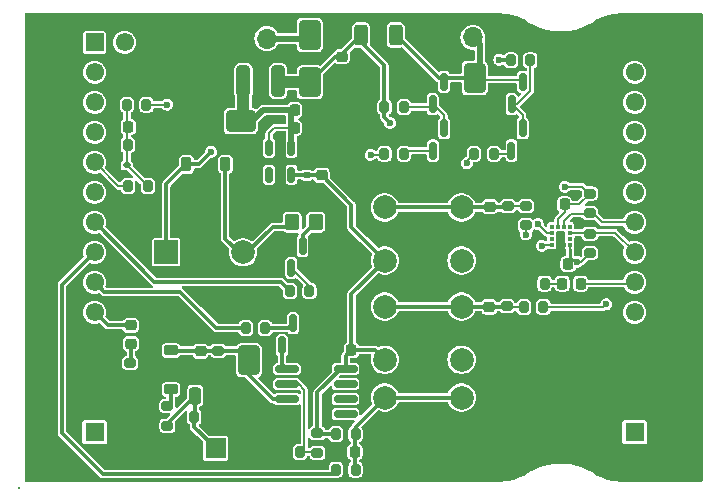
<source format=gbr>
G04 #@! TF.GenerationSoftware,KiCad,Pcbnew,8.0.8*
G04 #@! TF.CreationDate,2025-05-26T08:32:39+07:00*
G04 #@! TF.ProjectId,LP_MSPM0C1104-EB-V1.1,4c505f4d-5350-44d3-9043-313130342d45,rev?*
G04 #@! TF.SameCoordinates,Original*
G04 #@! TF.FileFunction,Copper,L1,Top*
G04 #@! TF.FilePolarity,Positive*
%FSLAX46Y46*%
G04 Gerber Fmt 4.6, Leading zero omitted, Abs format (unit mm)*
G04 Created by KiCad (PCBNEW 8.0.8) date 2025-05-26 08:32:39*
%MOMM*%
%LPD*%
G01*
G04 APERTURE LIST*
G04 Aperture macros list*
%AMRoundRect*
0 Rectangle with rounded corners*
0 $1 Rounding radius*
0 $2 $3 $4 $5 $6 $7 $8 $9 X,Y pos of 4 corners*
0 Add a 4 corners polygon primitive as box body*
4,1,4,$2,$3,$4,$5,$6,$7,$8,$9,$2,$3,0*
0 Add four circle primitives for the rounded corners*
1,1,$1+$1,$2,$3*
1,1,$1+$1,$4,$5*
1,1,$1+$1,$6,$7*
1,1,$1+$1,$8,$9*
0 Add four rect primitives between the rounded corners*
20,1,$1+$1,$2,$3,$4,$5,0*
20,1,$1+$1,$4,$5,$6,$7,0*
20,1,$1+$1,$6,$7,$8,$9,0*
20,1,$1+$1,$8,$9,$2,$3,0*%
G04 Aperture macros list end*
G04 #@! TA.AperFunction,SMDPad,CuDef*
%ADD10RoundRect,0.200000X-0.200000X-0.275000X0.200000X-0.275000X0.200000X0.275000X-0.200000X0.275000X0*%
G04 #@! TD*
G04 #@! TA.AperFunction,SMDPad,CuDef*
%ADD11RoundRect,0.200000X0.200000X0.275000X-0.200000X0.275000X-0.200000X-0.275000X0.200000X-0.275000X0*%
G04 #@! TD*
G04 #@! TA.AperFunction,SMDPad,CuDef*
%ADD12RoundRect,0.200000X0.275000X-0.200000X0.275000X0.200000X-0.275000X0.200000X-0.275000X-0.200000X0*%
G04 #@! TD*
G04 #@! TA.AperFunction,SMDPad,CuDef*
%ADD13RoundRect,0.250000X0.250000X0.475000X-0.250000X0.475000X-0.250000X-0.475000X0.250000X-0.475000X0*%
G04 #@! TD*
G04 #@! TA.AperFunction,SMDPad,CuDef*
%ADD14RoundRect,0.250000X-0.650000X1.000000X-0.650000X-1.000000X0.650000X-1.000000X0.650000X1.000000X0*%
G04 #@! TD*
G04 #@! TA.AperFunction,SMDPad,CuDef*
%ADD15RoundRect,0.218750X0.256250X-0.218750X0.256250X0.218750X-0.256250X0.218750X-0.256250X-0.218750X0*%
G04 #@! TD*
G04 #@! TA.AperFunction,SMDPad,CuDef*
%ADD16RoundRect,0.225000X-0.250000X0.225000X-0.250000X-0.225000X0.250000X-0.225000X0.250000X0.225000X0*%
G04 #@! TD*
G04 #@! TA.AperFunction,ComponentPad*
%ADD17R,1.700000X1.700000*%
G04 #@! TD*
G04 #@! TA.AperFunction,ComponentPad*
%ADD18O,1.700000X1.700000*%
G04 #@! TD*
G04 #@! TA.AperFunction,SMDPad,CuDef*
%ADD19RoundRect,0.150000X0.150000X-0.587500X0.150000X0.587500X-0.150000X0.587500X-0.150000X-0.587500X0*%
G04 #@! TD*
G04 #@! TA.AperFunction,SMDPad,CuDef*
%ADD20RoundRect,0.250000X-0.312500X-1.075000X0.312500X-1.075000X0.312500X1.075000X-0.312500X1.075000X0*%
G04 #@! TD*
G04 #@! TA.AperFunction,SMDPad,CuDef*
%ADD21RoundRect,0.250000X0.650000X-1.000000X0.650000X1.000000X-0.650000X1.000000X-0.650000X-1.000000X0*%
G04 #@! TD*
G04 #@! TA.AperFunction,SMDPad,CuDef*
%ADD22R,0.350000X0.375000*%
G04 #@! TD*
G04 #@! TA.AperFunction,SMDPad,CuDef*
%ADD23R,0.375000X0.350000*%
G04 #@! TD*
G04 #@! TA.AperFunction,SMDPad,CuDef*
%ADD24RoundRect,0.112500X-0.187500X-0.112500X0.187500X-0.112500X0.187500X0.112500X-0.187500X0.112500X0*%
G04 #@! TD*
G04 #@! TA.AperFunction,SMDPad,CuDef*
%ADD25RoundRect,0.225000X-0.225000X-0.375000X0.225000X-0.375000X0.225000X0.375000X-0.225000X0.375000X0*%
G04 #@! TD*
G04 #@! TA.AperFunction,SMDPad,CuDef*
%ADD26RoundRect,0.225000X0.225000X0.250000X-0.225000X0.250000X-0.225000X-0.250000X0.225000X-0.250000X0*%
G04 #@! TD*
G04 #@! TA.AperFunction,SMDPad,CuDef*
%ADD27RoundRect,0.225000X-0.375000X0.225000X-0.375000X-0.225000X0.375000X-0.225000X0.375000X0.225000X0*%
G04 #@! TD*
G04 #@! TA.AperFunction,SMDPad,CuDef*
%ADD28RoundRect,0.140000X0.170000X-0.140000X0.170000X0.140000X-0.170000X0.140000X-0.170000X-0.140000X0*%
G04 #@! TD*
G04 #@! TA.AperFunction,SMDPad,CuDef*
%ADD29RoundRect,0.200000X-0.275000X0.200000X-0.275000X-0.200000X0.275000X-0.200000X0.275000X0.200000X0*%
G04 #@! TD*
G04 #@! TA.AperFunction,SMDPad,CuDef*
%ADD30RoundRect,0.225000X-0.225000X-0.250000X0.225000X-0.250000X0.225000X0.250000X-0.225000X0.250000X0*%
G04 #@! TD*
G04 #@! TA.AperFunction,SMDPad,CuDef*
%ADD31RoundRect,0.150000X-0.150000X0.587500X-0.150000X-0.587500X0.150000X-0.587500X0.150000X0.587500X0*%
G04 #@! TD*
G04 #@! TA.AperFunction,ComponentPad*
%ADD32C,2.000000*%
G04 #@! TD*
G04 #@! TA.AperFunction,ComponentPad*
%ADD33R,2.000000X2.000000*%
G04 #@! TD*
G04 #@! TA.AperFunction,SMDPad,CuDef*
%ADD34RoundRect,0.150000X-0.825000X-0.150000X0.825000X-0.150000X0.825000X0.150000X-0.825000X0.150000X0*%
G04 #@! TD*
G04 #@! TA.AperFunction,SMDPad,CuDef*
%ADD35RoundRect,0.225000X0.250000X-0.225000X0.250000X0.225000X-0.250000X0.225000X-0.250000X-0.225000X0*%
G04 #@! TD*
G04 #@! TA.AperFunction,SMDPad,CuDef*
%ADD36RoundRect,0.150000X-0.150000X0.512500X-0.150000X-0.512500X0.150000X-0.512500X0.150000X0.512500X0*%
G04 #@! TD*
G04 #@! TA.AperFunction,SMDPad,CuDef*
%ADD37RoundRect,0.250000X0.350000X0.450000X-0.350000X0.450000X-0.350000X-0.450000X0.350000X-0.450000X0*%
G04 #@! TD*
G04 #@! TA.AperFunction,ComponentPad*
%ADD38R,1.650000X1.650000*%
G04 #@! TD*
G04 #@! TA.AperFunction,ComponentPad*
%ADD39C,1.650000*%
G04 #@! TD*
G04 #@! TA.AperFunction,SMDPad,CuDef*
%ADD40RoundRect,0.218750X-0.218750X-0.256250X0.218750X-0.256250X0.218750X0.256250X-0.218750X0.256250X0*%
G04 #@! TD*
G04 #@! TA.AperFunction,SMDPad,CuDef*
%ADD41RoundRect,0.250000X0.312500X0.625000X-0.312500X0.625000X-0.312500X-0.625000X0.312500X-0.625000X0*%
G04 #@! TD*
G04 #@! TA.AperFunction,SMDPad,CuDef*
%ADD42RoundRect,0.250000X1.000000X0.650000X-1.000000X0.650000X-1.000000X-0.650000X1.000000X-0.650000X0*%
G04 #@! TD*
G04 #@! TA.AperFunction,SMDPad,CuDef*
%ADD43C,0.254000*%
G04 #@! TD*
G04 #@! TA.AperFunction,ComponentPad*
%ADD44C,1.550000*%
G04 #@! TD*
G04 #@! TA.AperFunction,ComponentPad*
%ADD45RoundRect,0.046500X-0.728500X0.728500X-0.728500X-0.728500X0.728500X-0.728500X0.728500X0.728500X0*%
G04 #@! TD*
G04 #@! TA.AperFunction,ViaPad*
%ADD46C,0.600000*%
G04 #@! TD*
G04 #@! TA.AperFunction,Conductor*
%ADD47C,0.200000*%
G04 #@! TD*
G04 #@! TA.AperFunction,Conductor*
%ADD48C,0.300000*%
G04 #@! TD*
G04 #@! TA.AperFunction,Conductor*
%ADD49C,0.500000*%
G04 #@! TD*
G04 #@! TA.AperFunction,Conductor*
%ADD50C,1.000000*%
G04 #@! TD*
G04 APERTURE END LIST*
D10*
G04 #@! TO.P,R20,1*
G04 #@! TO.N,PA11_BP*
X138512000Y-111808050D03*
G04 #@! TO.P,R20,2*
G04 #@! TO.N,Net-(Q8-C)*
X140162000Y-111808050D03*
G04 #@! TD*
D11*
G04 #@! TO.P,R19,1*
G04 #@! TO.N,Net-(Q1-B)*
X143912000Y-108708050D03*
G04 #@! TO.P,R19,2*
G04 #@! TO.N,PA6*
X142262000Y-108708050D03*
G04 #@! TD*
D10*
G04 #@! TO.P,R18,1*
G04 #@! TO.N,PA22_A4*
X146162000Y-123808050D03*
G04 #@! TO.P,R18,2*
G04 #@! TO.N,/KEY2*
X147812000Y-123808050D03*
G04 #@! TD*
D11*
G04 #@! TO.P,R17,1*
G04 #@! TO.N,PA18_A7_BP*
X163712000Y-110058050D03*
G04 #@! TO.P,R17,2*
G04 #@! TO.N,/KEY1*
X162062000Y-110058050D03*
G04 #@! TD*
D12*
G04 #@! TO.P,R16,1*
G04 #@! TO.N,PA16*
X162237000Y-103133050D03*
G04 #@! TO.P,R16,2*
G04 #@! TO.N,/KEY0*
X162237000Y-101483050D03*
G04 #@! TD*
D10*
G04 #@! TO.P,R15,2*
G04 #@! TO.N,Net-(Q4-B)*
X159512000Y-97058050D03*
G04 #@! TO.P,R15,1*
G04 #@! TO.N,PA27_UART_TX_A0*
X157862000Y-97058050D03*
G04 #@! TD*
G04 #@! TO.P,R13,1*
G04 #@! TO.N,PA26_UART_RX_A1*
X150262000Y-97058050D03*
G04 #@! TO.P,R13,2*
G04 #@! TO.N,Net-(Q6-C)*
X151912000Y-97058050D03*
G04 #@! TD*
D11*
G04 #@! TO.P,R21,1*
G04 #@! TO.N,Net-(Q5-C)*
X151912000Y-93108050D03*
G04 #@! TO.P,R21,2*
G04 #@! TO.N,V_ALL*
X150262000Y-93108050D03*
G04 #@! TD*
D10*
G04 #@! TO.P,R26,1*
G04 #@! TO.N,GND*
X162162000Y-108058050D03*
G04 #@! TO.P,R26,2*
G04 #@! TO.N,Net-(D13-K)*
X163812000Y-108058050D03*
G04 #@! TD*
G04 #@! TO.P,R27,1*
G04 #@! TO.N,GND*
X141462000Y-122308050D03*
G04 #@! TO.P,R27,2*
G04 #@! TO.N,Net-(U6A--)*
X143112000Y-122308050D03*
G04 #@! TD*
D13*
G04 #@! TO.P,C17,1*
G04 #@! TO.N,GND*
X136137000Y-117558050D03*
G04 #@! TO.P,C17,2*
G04 #@! TO.N,Net-(C17-Pad2)*
X134237000Y-117558050D03*
G04 #@! TD*
D10*
G04 #@! TO.P,R10,1*
G04 #@! TO.N,3V3*
X146162000Y-120808050D03*
G04 #@! TO.P,R10,2*
G04 #@! TO.N,/KEY2*
X147812000Y-120808050D03*
G04 #@! TD*
D14*
G04 #@! TO.P,D11,1,K*
G04 #@! TO.N,Net-(D10-K)*
X138787000Y-114558050D03*
G04 #@! TO.P,D11,2,A*
G04 #@! TO.N,GND*
X138787000Y-118558050D03*
G04 #@! TD*
D15*
G04 #@! TO.P,D2,1,K*
G04 #@! TO.N,Net-(D2-K)*
X128787000Y-113155550D03*
G04 #@! TO.P,D2,2,A*
G04 #@! TO.N,PA0_BP*
X128787000Y-111580550D03*
G04 #@! TD*
D16*
G04 #@! TO.P,C2,1*
G04 #@! TO.N,/KEY1*
X159137000Y-110033050D03*
G04 #@! TO.P,C2,2*
G04 #@! TO.N,GND*
X159137000Y-111583050D03*
G04 #@! TD*
D12*
G04 #@! TO.P,R1,1*
G04 #@! TO.N,3V3*
X167637000Y-105483050D03*
G04 #@! TO.P,R1,2*
G04 #@! TO.N,PA2*
X167637000Y-103833050D03*
G04 #@! TD*
D10*
G04 #@! TO.P,R14,1*
G04 #@! TO.N,V_ALL*
X160962000Y-89158050D03*
G04 #@! TO.P,R14,2*
G04 #@! TO.N,Net-(Q2-B)*
X162612000Y-89158050D03*
G04 #@! TD*
D17*
G04 #@! TO.P,J1,1,Pin_1*
G04 #@! TO.N,GND*
X137762000Y-87308050D03*
D18*
G04 #@! TO.P,J1,2,Pin_2*
G04 #@! TO.N,VIN*
X140302000Y-87308050D03*
G04 #@! TD*
D19*
G04 #@! TO.P,Q8,1,B*
G04 #@! TO.N,Net-(Q8-B)*
X141574500Y-113295550D03*
G04 #@! TO.P,Q8,2,E*
G04 #@! TO.N,GND*
X143474500Y-113295550D03*
G04 #@! TO.P,Q8,3,C*
G04 #@! TO.N,Net-(Q8-C)*
X142524500Y-111420550D03*
G04 #@! TD*
G04 #@! TO.P,Q4,1,B*
G04 #@! TO.N,Net-(Q4-B)*
X161012000Y-96795550D03*
G04 #@! TO.P,Q4,2,E*
G04 #@! TO.N,GND*
X162912000Y-96795550D03*
G04 #@! TO.P,Q4,3,C*
G04 #@! TO.N,Net-(Q2-B)*
X161962000Y-94920550D03*
G04 #@! TD*
D20*
G04 #@! TO.P,R11,1*
G04 #@! TO.N,Net-(D6-K)*
X138324500Y-90908050D03*
G04 #@! TO.P,R11,2*
G04 #@! TO.N,V_ALL*
X141249500Y-90908050D03*
G04 #@! TD*
D21*
G04 #@! TO.P,D4,1,K*
G04 #@! TO.N,V_ALL*
X143937000Y-91008050D03*
G04 #@! TO.P,D4,2,A*
G04 #@! TO.N,VIN*
X143937000Y-87008050D03*
G04 #@! TD*
D22*
G04 #@! TO.P,U1,1,SDO*
G04 #@! TO.N,unconnected-(U1-SDO-Pad1)*
X165937000Y-103245550D03*
G04 #@! TO.P,U1,2,SDx*
G04 #@! TO.N,PA4*
X165437000Y-103245550D03*
G04 #@! TO.P,U1,3,VDDIO*
G04 #@! TO.N,3V3*
X164937000Y-103245550D03*
G04 #@! TO.P,U1,4,NC*
G04 #@! TO.N,unconnected-(U1-NC-Pad4)*
X164437000Y-103245550D03*
D23*
G04 #@! TO.P,U1,5,INT1*
G04 #@! TO.N,PA17_A9_BP*
X164424500Y-103758050D03*
G04 #@! TO.P,U1,6,INT2*
G04 #@! TO.N,unconnected-(U1-INT2-Pad6)*
X164424500Y-104258050D03*
D22*
G04 #@! TO.P,U1,7,VDD*
G04 #@! TO.N,3V3*
X164437000Y-104770550D03*
G04 #@! TO.P,U1,8,GNDIO*
G04 #@! TO.N,GND*
X164937000Y-104770550D03*
G04 #@! TO.P,U1,9,GND*
X165437000Y-104770550D03*
G04 #@! TO.P,U1,10,~{CS}*
G04 #@! TO.N,3V3*
X165937000Y-104770550D03*
D23*
G04 #@! TO.P,U1,11,NC*
G04 #@! TO.N,unconnected-(U1-NC-Pad11)*
X165949500Y-104258050D03*
G04 #@! TO.P,U1,12,SCx*
G04 #@! TO.N,PA2*
X165949500Y-103758050D03*
G04 #@! TD*
D24*
G04 #@! TO.P,D1,1,K*
G04 #@! TO.N,Net-(D1-K)*
X128437000Y-98058050D03*
G04 #@! TO.P,D1,2,A*
G04 #@! TO.N,GND*
X130537000Y-98058050D03*
G04 #@! TD*
D17*
G04 #@! TO.P,L1,1,1*
G04 #@! TO.N,Net-(C17-Pad2)*
X135962000Y-122008050D03*
D18*
G04 #@! TO.P,L1,2,2*
G04 #@! TO.N,GND*
X138502000Y-122008050D03*
G04 #@! TD*
D25*
G04 #@! TO.P,D3,1,K*
G04 #@! TO.N,V_ALL*
X133487000Y-97958050D03*
G04 #@! TO.P,D3,2,A*
G04 #@! TO.N,Net-(BZ1-+)*
X136787000Y-97958050D03*
G04 #@! TD*
D26*
G04 #@! TO.P,C20,1*
G04 #@! TO.N,3V3*
X147462000Y-113658050D03*
G04 #@! TO.P,C20,2*
G04 #@! TO.N,GND*
X145912000Y-113658050D03*
G04 #@! TD*
D27*
G04 #@! TO.P,D10,1,K*
G04 #@! TO.N,Net-(D10-K)*
X132187000Y-113708050D03*
G04 #@! TO.P,D10,2,A*
G04 #@! TO.N,Net-(D10-A)*
X132187000Y-117008050D03*
G04 #@! TD*
D28*
G04 #@! TO.P,C14,1*
G04 #@! TO.N,3V3*
X143687000Y-98888050D03*
G04 #@! TO.P,C14,2*
G04 #@! TO.N,GND*
X143687000Y-97928050D03*
G04 #@! TD*
D29*
G04 #@! TO.P,R24,1*
G04 #@! TO.N,Net-(D10-A)*
X131887000Y-118433050D03*
G04 #@! TO.P,R24,2*
G04 #@! TO.N,Net-(C17-Pad2)*
X131887000Y-120083050D03*
G04 #@! TD*
D30*
G04 #@! TO.P,C3,1*
G04 #@! TO.N,GND*
X164262000Y-106408050D03*
G04 #@! TO.P,C3,2*
G04 #@! TO.N,3V3*
X165812000Y-106408050D03*
G04 #@! TD*
D12*
G04 #@! TO.P,R25,1*
G04 #@! TO.N,GND*
X136187000Y-115383050D03*
G04 #@! TO.P,R25,2*
G04 #@! TO.N,Net-(D10-K)*
X136187000Y-113733050D03*
G04 #@! TD*
D19*
G04 #@! TO.P,Q1,1,B*
G04 #@! TO.N,Net-(Q1-B)*
X142374500Y-106745550D03*
G04 #@! TO.P,Q1,2,E*
G04 #@! TO.N,GND*
X144274500Y-106745550D03*
G04 #@! TO.P,Q1,3,C*
G04 #@! TO.N,Net-(Q1-C)*
X143324500Y-104870550D03*
G04 #@! TD*
D10*
G04 #@! TO.P,R9,1*
G04 #@! TO.N,PA24_A3*
X128562000Y-99808050D03*
G04 #@! TO.P,R9,2*
G04 #@! TO.N,Net-(D1-K)*
X130212000Y-99808050D03*
G04 #@! TD*
D31*
G04 #@! TO.P,Q5,1,B*
G04 #@! TO.N,LIN*
X155287000Y-90970550D03*
G04 #@! TO.P,Q5,2,E*
G04 #@! TO.N,GND*
X153387000Y-90970550D03*
G04 #@! TO.P,Q5,3,C*
G04 #@! TO.N,Net-(Q5-C)*
X154337000Y-92845550D03*
G04 #@! TD*
D32*
G04 #@! TO.P,SW2,1,1*
G04 #@! TO.N,3V3*
X156787000Y-114508050D03*
X150287000Y-114508050D03*
G04 #@! TO.P,SW2,2,2*
G04 #@! TO.N,/KEY1*
X156787000Y-110008050D03*
X150287000Y-110008050D03*
G04 #@! TD*
D33*
G04 #@! TO.P,BZ1,1,-*
G04 #@! TO.N,V_ALL*
X131787000Y-105408050D03*
D32*
G04 #@! TO.P,BZ1,2,+*
G04 #@! TO.N,Net-(BZ1-+)*
X138287000Y-105408050D03*
G04 #@! TD*
D19*
G04 #@! TO.P,Q2,1,B*
G04 #@! TO.N,Net-(Q2-B)*
X161024500Y-92845550D03*
G04 #@! TO.P,Q2,2,E*
G04 #@! TO.N,GND*
X162924500Y-92845550D03*
G04 #@! TO.P,Q2,3,C*
G04 #@! TO.N,LIN*
X161974500Y-90970550D03*
G04 #@! TD*
D30*
G04 #@! TO.P,C9,1*
G04 #@! TO.N,Net-(D6-K)*
X142662000Y-94858050D03*
G04 #@! TO.P,C9,2*
G04 #@! TO.N,GND*
X144212000Y-94858050D03*
G04 #@! TD*
D34*
G04 #@! TO.P,U6,1*
G04 #@! TO.N,Net-(Q8-B)*
X142012000Y-115303050D03*
G04 #@! TO.P,U6,2,-*
G04 #@! TO.N,Net-(U6A--)*
X142012000Y-116573050D03*
G04 #@! TO.P,U6,3,+*
G04 #@! TO.N,Net-(D10-K)*
X142012000Y-117843050D03*
G04 #@! TO.P,U6,4,V-*
G04 #@! TO.N,GND*
X142012000Y-119113050D03*
G04 #@! TO.P,U6,5,+*
G04 #@! TO.N,unconnected-(U6B-+-Pad5)*
X146962000Y-119113050D03*
G04 #@! TO.P,U6,6,-*
G04 #@! TO.N,unconnected-(U6B---Pad6)*
X146962000Y-117843050D03*
G04 #@! TO.P,U6,7*
G04 #@! TO.N,unconnected-(U6-Pad7)*
X146962000Y-116573050D03*
G04 #@! TO.P,U6,8,V+*
G04 #@! TO.N,3V3*
X146962000Y-115303050D03*
G04 #@! TD*
D29*
G04 #@! TO.P,R28,1*
G04 #@! TO.N,3V3*
X144587000Y-120733050D03*
G04 #@! TO.P,R28,2*
G04 #@! TO.N,Net-(U6A--)*
X144587000Y-122383050D03*
G04 #@! TD*
D14*
G04 #@! TO.P,D5,1,K*
G04 #@! TO.N,LIN*
X157887000Y-90658050D03*
G04 #@! TO.P,D5,2,A*
G04 #@! TO.N,GND*
X157887000Y-94658050D03*
G04 #@! TD*
D11*
G04 #@! TO.P,R3,1*
G04 #@! TO.N,VIN*
X130112000Y-92908050D03*
G04 #@! TO.P,R3,2*
G04 #@! TO.N,Net-(D1-K)*
X128462000Y-92908050D03*
G04 #@! TD*
D17*
G04 #@! TO.P,J2,1,Pin_1*
G04 #@! TO.N,GND*
X155212000Y-87208050D03*
D18*
G04 #@! TO.P,J2,2,Pin_2*
G04 #@! TO.N,LIN*
X157752000Y-87208050D03*
G04 #@! TD*
D35*
G04 #@! TO.P,C18,1*
G04 #@! TO.N,GND*
X134687000Y-115333050D03*
G04 #@! TO.P,C18,2*
G04 #@! TO.N,Net-(D10-K)*
X134687000Y-113783050D03*
G04 #@! TD*
D12*
G04 #@! TO.P,R4,1*
G04 #@! TO.N,GND*
X160737000Y-103133050D03*
G04 #@! TO.P,R4,2*
G04 #@! TO.N,/KEY0*
X160737000Y-101483050D03*
G04 #@! TD*
D11*
G04 #@! TO.P,R22,1*
G04 #@! TO.N,GND*
X135812000Y-119358050D03*
G04 #@! TO.P,R22,2*
G04 #@! TO.N,Net-(C17-Pad2)*
X134162000Y-119358050D03*
G04 #@! TD*
D32*
G04 #@! TO.P,SW3,1,1*
G04 #@! TO.N,3V3*
X156787000Y-106108050D03*
X150287000Y-106108050D03*
G04 #@! TO.P,SW3,2,2*
G04 #@! TO.N,/KEY0*
X156787000Y-101608050D03*
X150287000Y-101608050D03*
G04 #@! TD*
D29*
G04 #@! TO.P,R2,1*
G04 #@! TO.N,3V3*
X167637000Y-100433050D03*
G04 #@! TO.P,R2,2*
G04 #@! TO.N,PA4*
X167637000Y-102083050D03*
G04 #@! TD*
D16*
G04 #@! TO.P,C5,1*
G04 #@! TO.N,V_ALL*
X146637000Y-88833050D03*
G04 #@! TO.P,C5,2*
G04 #@! TO.N,GND*
X146637000Y-90383050D03*
G04 #@! TD*
D11*
G04 #@! TO.P,R5,1*
G04 #@! TO.N,GND*
X130162000Y-96308050D03*
G04 #@! TO.P,R5,2*
G04 #@! TO.N,Net-(D1-K)*
X128512000Y-96308050D03*
G04 #@! TD*
D16*
G04 #@! TO.P,C7,1*
G04 #@! TO.N,/KEY0*
X159187000Y-101533050D03*
G04 #@! TO.P,C7,2*
G04 #@! TO.N,GND*
X159187000Y-103083050D03*
G04 #@! TD*
D36*
G04 #@! TO.P,U4,1,VIN*
G04 #@! TO.N,Net-(D6-K)*
X142387000Y-96570550D03*
G04 #@! TO.P,U4,2,GND*
G04 #@! TO.N,GND*
X141437000Y-96570550D03*
G04 #@! TO.P,U4,3,EN*
G04 #@! TO.N,Net-(D6-K)*
X140487000Y-96570550D03*
G04 #@! TO.P,U4,4,NC*
G04 #@! TO.N,unconnected-(U4-NC-Pad4)*
X140487000Y-98845550D03*
G04 #@! TO.P,U4,5,VOUT*
G04 #@! TO.N,3V3*
X142387000Y-98845550D03*
G04 #@! TD*
D31*
G04 #@! TO.P,Q6,1,B*
G04 #@! TO.N,Net-(Q5-C)*
X155299500Y-94920550D03*
G04 #@! TO.P,Q6,2,E*
G04 #@! TO.N,GND*
X153399500Y-94920550D03*
G04 #@! TO.P,Q6,3,C*
G04 #@! TO.N,Net-(Q6-C)*
X154349500Y-96795550D03*
G04 #@! TD*
D26*
G04 #@! TO.P,C4,1*
G04 #@! TO.N,3V3*
X165512000Y-101358050D03*
G04 #@! TO.P,C4,2*
G04 #@! TO.N,GND*
X163962000Y-101358050D03*
G04 #@! TD*
D37*
G04 #@! TO.P,R7,1*
G04 #@! TO.N,Net-(Q1-C)*
X144437000Y-102858050D03*
G04 #@! TO.P,R7,2*
G04 #@! TO.N,Net-(BZ1-+)*
X142437000Y-102858050D03*
G04 #@! TD*
D38*
G04 #@! TO.P,J4,1*
G04 #@! TO.N,3V3*
X125717300Y-120645550D03*
D39*
G04 #@! TO.P,J4,2*
G04 #@! TO.N,GND*
X125717300Y-118105550D03*
G04 #@! TO.P,J4,3*
X125717300Y-115565550D03*
G04 #@! TD*
D40*
G04 #@! TO.P,D13,1,K*
G04 #@! TO.N,Net-(D13-K)*
X165299500Y-108058050D03*
G04 #@! TO.P,D13,2,A*
G04 #@! TO.N,PA23*
X166874500Y-108058050D03*
G04 #@! TD*
D26*
G04 #@! TO.P,C8,1*
G04 #@! TO.N,/KEY2*
X147762000Y-122308050D03*
G04 #@! TO.P,C8,2*
G04 #@! TO.N,GND*
X146212000Y-122308050D03*
G04 #@! TD*
D30*
G04 #@! TO.P,C6,1*
G04 #@! TO.N,Net-(D6-K)*
X142662000Y-93358050D03*
G04 #@! TO.P,C6,2*
G04 #@! TO.N,GND*
X144212000Y-93358050D03*
G04 #@! TD*
D12*
G04 #@! TO.P,R8,1*
G04 #@! TO.N,GND*
X128737000Y-116433050D03*
G04 #@! TO.P,R8,2*
G04 #@! TO.N,Net-(D2-K)*
X128737000Y-114783050D03*
G04 #@! TD*
D41*
G04 #@! TO.P,R12,1*
G04 #@! TO.N,LIN*
X151199500Y-87008050D03*
G04 #@! TO.P,R12,2*
G04 #@! TO.N,V_ALL*
X148274500Y-87008050D03*
G04 #@! TD*
D42*
G04 #@! TO.P,D6,1,K*
G04 #@! TO.N,Net-(D6-K)*
X138087000Y-94308050D03*
G04 #@! TO.P,D6,2,A*
G04 #@! TO.N,GND*
X134087000Y-94308050D03*
G04 #@! TD*
D35*
G04 #@! TO.P,C15,1*
G04 #@! TO.N,3V3*
X144937000Y-98883050D03*
G04 #@! TO.P,C15,2*
G04 #@! TO.N,GND*
X144937000Y-97333050D03*
G04 #@! TD*
D43*
G04 #@! TO.P,TP1,1,1*
G04 #@! TO.N,GND*
X119291100Y-125328050D03*
G04 #@! TD*
D38*
G04 #@! TO.P,J5,1*
G04 #@! TO.N,+5V*
X171437300Y-120645550D03*
D39*
G04 #@! TO.P,J5,2*
G04 #@! TO.N,GND*
X171437300Y-118105550D03*
G04 #@! TO.P,J5,3*
X171437300Y-115565550D03*
G04 #@! TD*
D12*
G04 #@! TO.P,R6,1*
G04 #@! TO.N,GND*
X160637000Y-111633050D03*
G04 #@! TO.P,R6,2*
G04 #@! TO.N,/KEY1*
X160637000Y-109983050D03*
G04 #@! TD*
D32*
G04 #@! TO.P,SW1,1,1*
G04 #@! TO.N,GND*
X156787000Y-122208050D03*
X150287000Y-122208050D03*
G04 #@! TO.P,SW1,2,2*
G04 #@! TO.N,/KEY2*
X156787000Y-117708050D03*
X150287000Y-117708050D03*
G04 #@! TD*
D30*
G04 #@! TO.P,C1,1*
G04 #@! TO.N,Net-(D1-K)*
X128562000Y-94808050D03*
G04 #@! TO.P,C1,2*
G04 #@! TO.N,GND*
X130112000Y-94808050D03*
G04 #@! TD*
D44*
G04 #@! TO.P,J2,11*
G04 #@! TO.N,PA20_A6*
X171437300Y-110485550D03*
G04 #@! TO.P,J2,12*
G04 #@! TO.N,PA23*
X171437300Y-107945550D03*
G04 #@! TO.P,J2,13*
G04 #@! TO.N,PA2*
X171437300Y-105405550D03*
G04 #@! TO.P,J2,14*
G04 #@! TO.N,PA4*
X171437300Y-102865550D03*
G04 #@! TO.P,J2,15*
G04 #@! TO.N,PA18_A7_BP*
X171437300Y-100325550D03*
G04 #@! TO.P,J2,16*
G04 #@! TO.N,PA1_NRST*
X171437300Y-97785550D03*
G04 #@! TO.P,J2,17*
G04 #@! TO.N,PA19*
X171437300Y-95245550D03*
G04 #@! TO.P,J2,18*
G04 #@! TO.N,PA17_A9_BP*
X171437300Y-92705550D03*
G04 #@! TO.P,J2,19*
G04 #@! TO.N,PA16*
X171437300Y-90165550D03*
G04 #@! TO.P,J2,20*
G04 #@! TO.N,GND*
X171437300Y-87625550D03*
G04 #@! TD*
G04 #@! TO.P,J3,21*
G04 #@! TO.N,+5V*
X128257300Y-87625550D03*
G04 #@! TO.P,J3,22*
G04 #@! TO.N,GND*
X128257300Y-90165550D03*
G04 #@! TD*
D45*
G04 #@! TO.P,J1,1*
G04 #@! TO.N,3V3*
X125717300Y-87625550D03*
D44*
G04 #@! TO.P,J1,2*
G04 #@! TO.N,PA25_A2*
X125717300Y-90165550D03*
G04 #@! TO.P,J1,3*
G04 #@! TO.N,PA26_UART_RX_A1*
X125717300Y-92705550D03*
G04 #@! TO.P,J1,4*
G04 #@! TO.N,PA27_UART_TX_A0*
X125717300Y-95245550D03*
G04 #@! TO.P,J1,5*
G04 #@! TO.N,PA24_A3*
X125717300Y-97785550D03*
G04 #@! TO.P,J1,6*
G04 #@! TO.N,PA28_A5*
X125717300Y-100325550D03*
G04 #@! TO.P,J1,7*
G04 #@! TO.N,PA6*
X125717300Y-102865550D03*
G04 #@! TO.P,J1,8*
G04 #@! TO.N,PA22_A4*
X125717300Y-105405550D03*
G04 #@! TO.P,J1,9*
G04 #@! TO.N,PA11_BP*
X125717300Y-107945550D03*
G04 #@! TO.P,J1,10*
G04 #@! TO.N,PA0_BP*
X125717300Y-110485550D03*
G04 #@! TD*
D46*
G04 #@! TO.N,GND*
X164787000Y-91708050D03*
X164787000Y-93008050D03*
G04 #@! TO.N,PA27_UART_TX_A0*
X157237000Y-97858050D03*
G04 #@! TO.N,V_ALL*
X150737000Y-94458050D03*
G04 #@! TO.N,PA26_UART_RX_A1*
X149087000Y-97158050D03*
G04 #@! TO.N,GND*
X159937000Y-103758050D03*
G04 #@! TO.N,PA16*
X162237000Y-103908050D03*
G04 #@! TO.N,PA17_A9_BP*
X163237000Y-103008050D03*
G04 #@! TO.N,PA18_A7_BP*
X169037000Y-109808050D03*
G04 #@! TO.N,GND*
X148137000Y-93608050D03*
X152937000Y-112208050D03*
X141537000Y-120408050D03*
X159537000Y-95258050D03*
X154937000Y-112208050D03*
X165187000Y-104108050D03*
X144737000Y-112208050D03*
X134737000Y-116208050D03*
X130537000Y-115208050D03*
X132937000Y-115208050D03*
X145537000Y-108208050D03*
X160037000Y-112708050D03*
X135737000Y-87208050D03*
X162037000Y-112708050D03*
X167737000Y-106708050D03*
X167937000Y-98008050D03*
X159537000Y-93958050D03*
X168737000Y-88208050D03*
X160137000Y-108408050D03*
X144737000Y-113208050D03*
X162137000Y-121408050D03*
X163137000Y-121408050D03*
X145937000Y-96008050D03*
X160137000Y-106008050D03*
X131537000Y-95808050D03*
X151437000Y-91958050D03*
X144737000Y-111208050D03*
X141937000Y-100608050D03*
X140337000Y-120408050D03*
X145537000Y-105808050D03*
X135737000Y-86208050D03*
X143937000Y-96008050D03*
X139137000Y-120408050D03*
X137937000Y-120408050D03*
X131537000Y-94608050D03*
X144937000Y-96008050D03*
X146937000Y-93608050D03*
X153937000Y-112208050D03*
X145937000Y-93608050D03*
X160937000Y-98958050D03*
X168737000Y-89208050D03*
X161037000Y-112708050D03*
X131537000Y-97008050D03*
X151437000Y-91108050D03*
X168737000Y-90408050D03*
X135937000Y-116208050D03*
X161787000Y-98958050D03*
X137137000Y-116208050D03*
X131737000Y-115208050D03*
X167937000Y-99008050D03*
X165337000Y-105408050D03*
X140937000Y-100608050D03*
X135737000Y-88208050D03*
X142937000Y-100608050D03*
X145537000Y-107008050D03*
X151437000Y-90208050D03*
X161137000Y-121408050D03*
X160137000Y-107208050D03*
G04 #@! TO.N,3V3*
X163587000Y-104858050D03*
X165537000Y-99858050D03*
X166587000Y-106208050D03*
G04 #@! TO.N,VIN*
X131837000Y-92908050D03*
G04 #@! TO.N,V_ALL*
X159987000Y-89108050D03*
X142537000Y-91008050D03*
X135587000Y-96908050D03*
G04 #@! TD*
D47*
G04 #@! TO.N,Net-(Q2-B)*
X161477552Y-92845550D02*
X162612000Y-91711102D01*
X161024500Y-92845550D02*
X161477552Y-92845550D01*
X162612000Y-91711102D02*
X162612000Y-89158050D01*
D48*
G04 #@! TO.N,V_ALL*
X160037000Y-89158050D02*
X160962000Y-89158050D01*
X159987000Y-89108050D02*
X160037000Y-89158050D01*
D47*
G04 #@! TO.N,LIN*
X161812000Y-90808050D02*
X158337000Y-90808050D01*
X161974500Y-90970550D02*
X161812000Y-90808050D01*
G04 #@! TO.N,Net-(Q2-B)*
X161962000Y-93783050D02*
X161962000Y-94920550D01*
X160987000Y-92808050D02*
X161962000Y-93783050D01*
G04 #@! TO.N,Net-(Q4-B)*
X160749500Y-97058050D02*
X161012000Y-96795550D01*
X159512000Y-97058050D02*
X160749500Y-97058050D01*
G04 #@! TO.N,PA27_UART_TX_A0*
X157237000Y-97683050D02*
X157862000Y-97058050D01*
X157237000Y-97858050D02*
X157237000Y-97683050D01*
D48*
G04 #@! TO.N,V_ALL*
X148212000Y-87533050D02*
X150262000Y-89583050D01*
X148212000Y-87070550D02*
X148212000Y-87533050D01*
X148274500Y-87008050D02*
X148212000Y-87070550D01*
X150262000Y-89583050D02*
X150262000Y-93108050D01*
X150262000Y-93983050D02*
X150737000Y-94458050D01*
X150262000Y-93108050D02*
X150262000Y-93983050D01*
D47*
G04 #@! TO.N,PA26_UART_RX_A1*
X150162000Y-97158050D02*
X150262000Y-97058050D01*
X149087000Y-97158050D02*
X150162000Y-97158050D01*
G04 #@! TO.N,Net-(Q6-C)*
X152174500Y-96795550D02*
X151912000Y-97058050D01*
X154349500Y-96795550D02*
X152174500Y-96795550D01*
G04 #@! TO.N,Net-(Q5-C)*
X155299500Y-93808050D02*
X154337000Y-92845550D01*
X155299500Y-94920550D02*
X155299500Y-93808050D01*
X154074500Y-93108050D02*
X154337000Y-92845550D01*
X151912000Y-93108050D02*
X154074500Y-93108050D01*
D48*
G04 #@! TO.N,LIN*
X158187000Y-90658050D02*
X158337000Y-90808050D01*
X154849500Y-90658050D02*
X158187000Y-90658050D01*
X151199500Y-87008050D02*
X154849500Y-90658050D01*
D47*
G04 #@! TO.N,GND*
X165688471Y-98858050D02*
X167087000Y-98858050D01*
X163962000Y-101358050D02*
X163962000Y-100584521D01*
X163962000Y-100584521D02*
X165688471Y-98858050D01*
X167087000Y-98858050D02*
X167937000Y-98008050D01*
D48*
G04 #@! TO.N,V_ALL*
X146112000Y-88833050D02*
X143937000Y-91008050D01*
X146637000Y-88833050D02*
X146112000Y-88833050D01*
X146637000Y-88645550D02*
X148274500Y-87008050D01*
X146637000Y-88833050D02*
X146637000Y-88645550D01*
G04 #@! TO.N,PA11_BP*
X136037000Y-111808050D02*
X138512000Y-111808050D01*
X132987000Y-108758050D02*
X136037000Y-111808050D01*
X126529800Y-108758050D02*
X132987000Y-108758050D01*
X125717300Y-107945550D02*
X126529800Y-108758050D01*
G04 #@! TO.N,Net-(Q8-C)*
X142137000Y-111808050D02*
X142524500Y-111420550D01*
X140162000Y-111808050D02*
X142137000Y-111808050D01*
X141049500Y-111808050D02*
X140162000Y-111808050D01*
D47*
G04 #@! TO.N,Net-(Q1-B)*
X143912000Y-108283050D02*
X142374500Y-106745550D01*
X143912000Y-108708050D02*
X143912000Y-108283050D01*
D48*
G04 #@! TO.N,PA6*
X141462000Y-107908050D02*
X142262000Y-108708050D01*
X125717300Y-102865550D02*
X130759800Y-107908050D01*
X130759800Y-107908050D02*
X141462000Y-107908050D01*
G04 #@! TO.N,PA22_A4*
X122937000Y-108185850D02*
X125717300Y-105405550D01*
X122937000Y-120703950D02*
X122937000Y-108185850D01*
X126391100Y-124158050D02*
X122937000Y-120703950D01*
X145812000Y-124158050D02*
X126391100Y-124158050D01*
X146162000Y-123808050D02*
X145812000Y-124158050D01*
G04 #@! TO.N,/KEY2*
X147762000Y-123758050D02*
X147762000Y-122308050D01*
X147812000Y-123808050D02*
X147762000Y-123758050D01*
D47*
G04 #@! TO.N,PA18_A7_BP*
X168787000Y-110058050D02*
X169037000Y-109808050D01*
X163712000Y-110058050D02*
X168787000Y-110058050D01*
G04 #@! TO.N,/KEY1*
X160712000Y-110058050D02*
X160637000Y-109983050D01*
X162062000Y-110058050D02*
X160712000Y-110058050D01*
G04 #@! TO.N,PA16*
X162237000Y-103133050D02*
X162237000Y-103908050D01*
G04 #@! TO.N,/KEY0*
X160737000Y-101483050D02*
X162237000Y-101483050D01*
G04 #@! TO.N,PA17_A9_BP*
X163987000Y-103758050D02*
X163237000Y-103008050D01*
X164424500Y-103758050D02*
X163987000Y-103758050D01*
D48*
G04 #@! TO.N,/KEY1*
X160612000Y-110008050D02*
X160637000Y-109983050D01*
X156787000Y-110008050D02*
X160612000Y-110008050D01*
X150287000Y-110008050D02*
X156787000Y-110008050D01*
G04 #@! TO.N,PA0_BP*
X126812300Y-111580550D02*
X125717300Y-110485550D01*
X128787000Y-111580550D02*
X126812300Y-111580550D01*
D47*
G04 #@! TO.N,PA24_A3*
X127739800Y-99808050D02*
X125717300Y-97785550D01*
X128562000Y-99808050D02*
X127739800Y-99808050D01*
G04 #@! TO.N,PA23*
X171324800Y-108058050D02*
X171437300Y-107945550D01*
X166874500Y-108058050D02*
X171324800Y-108058050D01*
D48*
G04 #@! TO.N,/KEY2*
X147762000Y-122308050D02*
X147762000Y-120858050D01*
X150287000Y-117708050D02*
X156787000Y-117708050D01*
X147762000Y-120858050D02*
X147812000Y-120808050D01*
X147812000Y-120183050D02*
X150287000Y-117708050D01*
X147812000Y-120808050D02*
X147812000Y-120183050D01*
G04 #@! TO.N,/KEY0*
X150287000Y-101608050D02*
X156787000Y-101608050D01*
X156787000Y-101608050D02*
X160612000Y-101608050D01*
X160612000Y-101608050D02*
X160737000Y-101483050D01*
D47*
G04 #@! TO.N,PA4*
X167987000Y-102158050D02*
X168694500Y-102865550D01*
X165437000Y-102783050D02*
X166062000Y-102158050D01*
X168694500Y-102865550D02*
X171437300Y-102865550D01*
X166062000Y-102158050D02*
X167987000Y-102158050D01*
X165437000Y-103245550D02*
X165437000Y-102783050D01*
G04 #@! TO.N,PA2*
X165949500Y-103758050D02*
X169789800Y-103758050D01*
X169789800Y-103758050D02*
X171437300Y-105405550D01*
D48*
G04 #@! TO.N,3V3*
X147462000Y-103283050D02*
X150287000Y-106108050D01*
X144587000Y-117261788D02*
X146545738Y-115303050D01*
D47*
X166912000Y-106208050D02*
X167637000Y-105483050D01*
X166587000Y-106208050D02*
X166912000Y-106208050D01*
X165937000Y-104770550D02*
X165937000Y-105108050D01*
D48*
X146962000Y-114158050D02*
X147462000Y-113658050D01*
X144899500Y-98845550D02*
X142387000Y-98845550D01*
D47*
X166762000Y-101358050D02*
X167637000Y-100483050D01*
X167012000Y-99858050D02*
X167637000Y-100483050D01*
D48*
X149437000Y-113658050D02*
X150287000Y-114508050D01*
X147462000Y-113658050D02*
X149437000Y-113658050D01*
D47*
X164937000Y-102608050D02*
X164937000Y-103245550D01*
D48*
X144587000Y-120733050D02*
X144587000Y-117261788D01*
D47*
X166367000Y-106208050D02*
X166017000Y-105858050D01*
D48*
X147462000Y-110908050D02*
X147462000Y-108933050D01*
D47*
X163587000Y-104858050D02*
X163674500Y-104770550D01*
X165537000Y-99858050D02*
X167012000Y-99858050D01*
X166587000Y-106208050D02*
X166367000Y-106208050D01*
D48*
X144662000Y-120808050D02*
X144587000Y-120733050D01*
D47*
X165937000Y-106283050D02*
X165812000Y-106408050D01*
X165512000Y-101358050D02*
X166762000Y-101358050D01*
D48*
X147462000Y-113658050D02*
X147462000Y-110908050D01*
D47*
X166017000Y-105858050D02*
X166017000Y-106208050D01*
X166017000Y-105188050D02*
X166017000Y-105858050D01*
X165937000Y-104770550D02*
X165937000Y-106283050D01*
D48*
X147462000Y-102508050D02*
X147462000Y-103283050D01*
X147462000Y-101408050D02*
X144937000Y-98883050D01*
X147462000Y-108933050D02*
X150287000Y-106108050D01*
X144937000Y-98883050D02*
X144899500Y-98845550D01*
X147462000Y-102508050D02*
X147462000Y-101408050D01*
D47*
X164937000Y-102608050D02*
X165512000Y-102033050D01*
X165937000Y-105108050D02*
X166017000Y-105188050D01*
X163674500Y-104770550D02*
X164437000Y-104770550D01*
X165512000Y-102033050D02*
X165512000Y-101358050D01*
D48*
X146162000Y-120808050D02*
X144662000Y-120808050D01*
D47*
X167637000Y-105433050D02*
X167362000Y-105433050D01*
D48*
X146962000Y-115303050D02*
X146962000Y-114158050D01*
X146545738Y-115303050D02*
X146962000Y-115303050D01*
D49*
G04 #@! TO.N,Net-(D6-K)*
X142387000Y-96570550D02*
X142387000Y-93633050D01*
X139037000Y-94308050D02*
X139987000Y-93358050D01*
X139987000Y-93358050D02*
X142662000Y-93358050D01*
D47*
X140487000Y-95308050D02*
X140937000Y-94858050D01*
X142387000Y-93633050D02*
X142662000Y-93358050D01*
D50*
X138324500Y-90908050D02*
X138324500Y-94070550D01*
D47*
X138324500Y-94070550D02*
X138087000Y-94308050D01*
X140937000Y-94858050D02*
X142662000Y-94858050D01*
X140462000Y-96545550D02*
X140487000Y-96570550D01*
D49*
X138087000Y-94308050D02*
X139037000Y-94308050D01*
D47*
X140487000Y-96570550D02*
X140487000Y-95308050D01*
D48*
G04 #@! TO.N,Net-(C17-Pad2)*
X131887000Y-119908050D02*
X134237000Y-117558050D01*
X134237000Y-117558050D02*
X134237000Y-119283050D01*
X134162000Y-120208050D02*
X135962000Y-122008050D01*
X134162000Y-119358050D02*
X134162000Y-120208050D01*
X134237000Y-119283050D02*
X134162000Y-119358050D01*
X131887000Y-120083050D02*
X131887000Y-119908050D01*
G04 #@! TO.N,Net-(D10-K)*
X138787000Y-115808050D02*
X140822000Y-117843050D01*
D47*
X132262000Y-113783050D02*
X132187000Y-113708050D01*
D48*
X136187000Y-113733050D02*
X132212000Y-113733050D01*
D47*
X136187000Y-113733050D02*
X134737000Y-113733050D01*
D48*
X137962000Y-113733050D02*
X138787000Y-114558050D01*
X138787000Y-114558050D02*
X138787000Y-115808050D01*
X140822000Y-117843050D02*
X142012000Y-117843050D01*
D47*
X134737000Y-113733050D02*
X134687000Y-113783050D01*
D48*
X132212000Y-113733050D02*
X132187000Y-113708050D01*
D47*
X134687000Y-113783050D02*
X132262000Y-113783050D01*
D48*
X136187000Y-113733050D02*
X137962000Y-113733050D01*
G04 #@! TO.N,Net-(BZ1-+)*
X136787000Y-97958050D02*
X136787000Y-104258050D01*
X140787000Y-103258050D02*
X142037000Y-103258050D01*
X142037000Y-103258050D02*
X142437000Y-102858050D01*
X138287000Y-105758050D02*
X140787000Y-103258050D01*
X136787000Y-104258050D02*
X138287000Y-105758050D01*
D47*
G04 #@! TO.N,VIN*
X130112000Y-92908050D02*
X131837000Y-92908050D01*
X143637000Y-87308050D02*
X143937000Y-87008050D01*
D49*
X140302000Y-87308050D02*
X143637000Y-87308050D01*
G04 #@! TO.N,LIN*
X158337000Y-90808050D02*
X158337000Y-87793050D01*
D48*
X157752000Y-87493050D02*
X157752000Y-87208050D01*
D49*
X158337000Y-87793050D02*
X157752000Y-87208050D01*
D48*
G04 #@! TO.N,Net-(D10-A)*
X132187000Y-118133050D02*
X131887000Y-118433050D01*
X132187000Y-117008050D02*
X132187000Y-118133050D01*
G04 #@! TO.N,Net-(Q1-C)*
X143324500Y-104870550D02*
X143324500Y-103970550D01*
X143324500Y-103970550D02*
X144437000Y-102858050D01*
G04 #@! TO.N,Net-(Q8-B)*
X141574500Y-114865550D02*
X142012000Y-115303050D01*
X141574500Y-113295550D02*
X141574500Y-114865550D01*
D47*
G04 #@! TO.N,Net-(D13-K)*
X165299500Y-108058050D02*
X163812000Y-108058050D01*
G04 #@! TO.N,Net-(U6A--)*
X142012000Y-116573050D02*
X142986999Y-116573050D01*
X143487000Y-117073051D02*
X143487000Y-121933050D01*
X142986999Y-116573050D02*
X143487000Y-117073051D01*
X144512000Y-122308050D02*
X144587000Y-122383050D01*
X143112000Y-122308050D02*
X144512000Y-122308050D01*
X143487000Y-121933050D02*
X143112000Y-122308050D01*
D50*
G04 #@! TO.N,V_ALL*
X143937000Y-91008050D02*
X142537000Y-91008050D01*
D48*
X134537000Y-97958050D02*
X135587000Y-96908050D01*
D50*
X142537000Y-91008050D02*
X141349500Y-91008050D01*
D48*
X133487000Y-97958050D02*
X134537000Y-97958050D01*
X131787000Y-99658050D02*
X133487000Y-97958050D01*
X141349500Y-91008050D02*
X141249500Y-90908050D01*
X131787000Y-105758050D02*
X131787000Y-99658050D01*
D47*
G04 #@! TO.N,Net-(D1-K)*
X128462000Y-98058050D02*
X130212000Y-99808050D01*
X128462000Y-92908050D02*
X128462000Y-98033050D01*
X128462000Y-98033050D02*
X128437000Y-98058050D01*
X128437000Y-98058050D02*
X128462000Y-98058050D01*
D48*
G04 #@! TO.N,Net-(D2-K)*
X128787000Y-114733050D02*
X128737000Y-114783050D01*
X128787000Y-113155550D02*
X128787000Y-114733050D01*
G04 #@! TD*
G04 #@! TA.AperFunction,Conductor*
G04 #@! TO.N,GND*
G36*
X160085564Y-85179736D02*
G01*
X160421551Y-85193733D01*
X160429761Y-85194417D01*
X160761399Y-85236059D01*
X160769524Y-85237425D01*
X161096534Y-85306505D01*
X161104496Y-85308536D01*
X161424643Y-85404579D01*
X161432432Y-85407274D01*
X161743462Y-85529607D01*
X161750999Y-85532940D01*
X162050788Y-85680724D01*
X162058003Y-85684663D01*
X162344377Y-85856819D01*
X162346475Y-85858117D01*
X162349512Y-85860049D01*
X162350144Y-85860452D01*
X162351497Y-85861329D01*
X162525844Y-85976349D01*
X162899922Y-86180539D01*
X162899932Y-86180543D01*
X162899937Y-86180546D01*
X162900012Y-86180579D01*
X163289687Y-86352907D01*
X163692438Y-86492257D01*
X164105385Y-86597625D01*
X164525665Y-86668280D01*
X164950366Y-86703732D01*
X165376544Y-86703736D01*
X165801245Y-86668291D01*
X165971086Y-86639741D01*
X166221523Y-86597645D01*
X166362639Y-86561640D01*
X166634475Y-86492283D01*
X167037229Y-86352940D01*
X167426997Y-86180579D01*
X167427058Y-86180546D01*
X167801054Y-85976409D01*
X167801052Y-85976409D01*
X167801078Y-85976396D01*
X167918536Y-85898909D01*
X167918903Y-85898701D01*
X167924227Y-85895185D01*
X167924233Y-85895184D01*
X167977111Y-85860271D01*
X167980611Y-85858066D01*
X168268865Y-85684893D01*
X168276067Y-85680965D01*
X168575882Y-85533274D01*
X168583409Y-85529949D01*
X168655333Y-85501684D01*
X168894473Y-85407706D01*
X168902231Y-85405024D01*
X169222395Y-85309075D01*
X169230361Y-85307045D01*
X169557380Y-85238062D01*
X169565491Y-85236701D01*
X169897121Y-85195155D01*
X169905311Y-85194474D01*
X170240998Y-85180584D01*
X170245071Y-85180500D01*
X170309248Y-85180519D01*
X170309250Y-85180518D01*
X170315546Y-85180520D01*
X170315867Y-85180500D01*
X170316538Y-85180500D01*
X170316671Y-85180490D01*
X177111588Y-85179661D01*
X177169781Y-85198561D01*
X177205751Y-85248057D01*
X177210600Y-85278661D01*
X177210600Y-124719650D01*
X177191693Y-124777841D01*
X177142193Y-124813805D01*
X177111600Y-124818650D01*
X170315845Y-124818650D01*
X170315782Y-124818646D01*
X170309360Y-124818646D01*
X170309359Y-124818646D01*
X170294134Y-124818646D01*
X170245514Y-124818649D01*
X170241396Y-124818563D01*
X169905420Y-124804588D01*
X169897206Y-124803903D01*
X169565601Y-124762285D01*
X169557473Y-124760920D01*
X169230453Y-124691858D01*
X169222466Y-124689820D01*
X168902349Y-124593803D01*
X168894561Y-124591109D01*
X168583535Y-124468796D01*
X168575996Y-124465463D01*
X168276206Y-124317694D01*
X168268972Y-124313745D01*
X168025599Y-124167451D01*
X168016364Y-124160235D01*
X168015958Y-124160766D01*
X168010812Y-124156817D01*
X167970032Y-124133272D01*
X167964946Y-124130126D01*
X167801622Y-124022177D01*
X167427731Y-123817669D01*
X167427725Y-123817666D01*
X167427721Y-123817664D01*
X167038102Y-123644958D01*
X167038098Y-123644956D01*
X167038090Y-123644953D01*
X167038083Y-123644950D01*
X166635480Y-123505263D01*
X166635457Y-123505256D01*
X166222637Y-123399542D01*
X166222613Y-123399537D01*
X166222609Y-123399536D01*
X166074356Y-123374481D01*
X165802377Y-123328518D01*
X165401486Y-123294708D01*
X165377713Y-123292703D01*
X165377345Y-123292702D01*
X164951537Y-123292334D01*
X164951527Y-123292335D01*
X164526806Y-123327416D01*
X164526780Y-123327419D01*
X164106460Y-123397704D01*
X164106440Y-123397709D01*
X163693406Y-123502717D01*
X163290539Y-123641717D01*
X162900625Y-123813746D01*
X162526367Y-124017615D01*
X162526363Y-124017617D01*
X162408724Y-124095078D01*
X162407867Y-124095565D01*
X162407741Y-124095648D01*
X162406566Y-124096316D01*
X162349768Y-124133896D01*
X162349623Y-124133992D01*
X162348916Y-124134458D01*
X162345578Y-124136564D01*
X162057490Y-124310387D01*
X162050262Y-124314347D01*
X161750559Y-124462691D01*
X161743026Y-124466037D01*
X161432007Y-124588942D01*
X161424222Y-124591649D01*
X161104077Y-124688250D01*
X161096094Y-124690301D01*
X160769001Y-124759942D01*
X160760875Y-124761321D01*
X160429141Y-124803511D01*
X160420928Y-124804210D01*
X160097154Y-124818211D01*
X160086946Y-124818125D01*
X160047713Y-124815770D01*
X160042569Y-124816823D01*
X160022748Y-124818832D01*
X119890621Y-124827420D01*
X119832426Y-124808525D01*
X119796452Y-124759033D01*
X119791600Y-124728420D01*
X119791600Y-108139706D01*
X122586500Y-108139706D01*
X122586500Y-120750094D01*
X122610386Y-120839238D01*
X122656530Y-120919162D01*
X126175888Y-124438520D01*
X126255812Y-124484664D01*
X126344956Y-124508550D01*
X126344958Y-124508550D01*
X145858142Y-124508550D01*
X145858144Y-124508550D01*
X145938861Y-124486921D01*
X145964483Y-124483549D01*
X146393521Y-124483549D01*
X146393522Y-124483548D01*
X146440411Y-124476122D01*
X146487299Y-124468697D01*
X146487299Y-124468696D01*
X146487304Y-124468696D01*
X146600342Y-124411100D01*
X146690050Y-124321392D01*
X146747646Y-124208354D01*
X146762500Y-124114569D01*
X146762499Y-123501532D01*
X146762498Y-123501528D01*
X146762498Y-123501526D01*
X146747647Y-123407750D01*
X146747646Y-123407748D01*
X146747646Y-123407746D01*
X146690050Y-123294708D01*
X146600342Y-123205000D01*
X146487304Y-123147404D01*
X146487305Y-123147404D01*
X146393522Y-123132550D01*
X145930479Y-123132550D01*
X145930476Y-123132551D01*
X145836700Y-123147402D01*
X145836695Y-123147404D01*
X145723659Y-123204999D01*
X145633949Y-123294709D01*
X145576354Y-123407745D01*
X145561500Y-123501528D01*
X145561500Y-123708550D01*
X145542593Y-123766741D01*
X145493093Y-123802705D01*
X145462500Y-123807550D01*
X126577290Y-123807550D01*
X126519099Y-123788643D01*
X126507286Y-123778554D01*
X123316496Y-120587764D01*
X123288719Y-120533247D01*
X123287500Y-120517760D01*
X123287500Y-119800803D01*
X124691800Y-119800803D01*
X124691800Y-121490296D01*
X124691801Y-121490308D01*
X124703432Y-121548777D01*
X124703434Y-121548783D01*
X124732138Y-121591741D01*
X124747748Y-121615102D01*
X124814069Y-121659417D01*
X124858531Y-121668261D01*
X124872541Y-121671048D01*
X124872546Y-121671048D01*
X124872552Y-121671050D01*
X124872553Y-121671050D01*
X126562047Y-121671050D01*
X126562048Y-121671050D01*
X126620531Y-121659417D01*
X126686852Y-121615102D01*
X126731167Y-121548781D01*
X126742800Y-121490298D01*
X126742800Y-119800802D01*
X126731167Y-119742319D01*
X126686852Y-119675998D01*
X126669754Y-119664573D01*
X126620533Y-119631684D01*
X126620531Y-119631683D01*
X126620528Y-119631682D01*
X126620527Y-119631682D01*
X126562058Y-119620051D01*
X126562048Y-119620050D01*
X124872552Y-119620050D01*
X124872551Y-119620050D01*
X124872541Y-119620051D01*
X124814072Y-119631682D01*
X124814066Y-119631684D01*
X124747751Y-119675995D01*
X124747745Y-119676001D01*
X124703434Y-119742316D01*
X124703432Y-119742322D01*
X124691801Y-119800791D01*
X124691800Y-119800803D01*
X123287500Y-119800803D01*
X123287500Y-118201527D01*
X131211500Y-118201527D01*
X131211500Y-118664570D01*
X131211501Y-118664573D01*
X131226352Y-118758349D01*
X131226354Y-118758354D01*
X131283950Y-118871392D01*
X131373658Y-118961100D01*
X131486696Y-119018696D01*
X131580481Y-119033550D01*
X132026809Y-119033549D01*
X132085000Y-119052456D01*
X132120964Y-119101956D01*
X132120964Y-119163141D01*
X132096813Y-119202553D01*
X131845812Y-119453554D01*
X131791295Y-119481331D01*
X131775808Y-119482550D01*
X131580479Y-119482550D01*
X131580476Y-119482551D01*
X131486700Y-119497402D01*
X131486695Y-119497404D01*
X131373659Y-119554999D01*
X131283949Y-119644709D01*
X131226354Y-119757745D01*
X131211500Y-119851527D01*
X131211500Y-120314570D01*
X131211501Y-120314573D01*
X131226352Y-120408349D01*
X131226354Y-120408354D01*
X131283950Y-120521392D01*
X131373658Y-120611100D01*
X131486696Y-120668696D01*
X131580481Y-120683550D01*
X132193518Y-120683549D01*
X132193520Y-120683549D01*
X132193521Y-120683548D01*
X132240411Y-120676122D01*
X132287299Y-120668697D01*
X132287299Y-120668696D01*
X132287304Y-120668696D01*
X132400342Y-120611100D01*
X132490050Y-120521392D01*
X132547646Y-120408354D01*
X132562500Y-120314569D01*
X132562499Y-119851532D01*
X132553532Y-119794911D01*
X132563104Y-119734479D01*
X132581306Y-119709424D01*
X133406706Y-118884024D01*
X133461221Y-118856249D01*
X133521653Y-118865820D01*
X133564918Y-118909085D01*
X133574489Y-118969517D01*
X133561500Y-119051527D01*
X133561500Y-119664570D01*
X133561501Y-119664573D01*
X133576352Y-119758349D01*
X133576354Y-119758354D01*
X133633950Y-119871392D01*
X133723658Y-119961100D01*
X133757445Y-119978315D01*
X133800708Y-120021576D01*
X133811500Y-120066524D01*
X133811500Y-120254194D01*
X133835386Y-120343338D01*
X133881530Y-120423262D01*
X134396912Y-120938643D01*
X134882504Y-121424235D01*
X134910281Y-121478752D01*
X134911500Y-121494239D01*
X134911500Y-122877796D01*
X134911501Y-122877808D01*
X134923132Y-122936277D01*
X134923134Y-122936283D01*
X134957274Y-122987376D01*
X134967448Y-123002602D01*
X135033769Y-123046917D01*
X135078231Y-123055761D01*
X135092241Y-123058548D01*
X135092246Y-123058548D01*
X135092252Y-123058550D01*
X135092253Y-123058550D01*
X136831747Y-123058550D01*
X136831748Y-123058550D01*
X136890231Y-123046917D01*
X136956552Y-123002602D01*
X137000867Y-122936281D01*
X137012500Y-122877798D01*
X137012500Y-121138302D01*
X137000867Y-121079819D01*
X136956552Y-121013498D01*
X136956548Y-121013495D01*
X136890233Y-120969184D01*
X136890231Y-120969183D01*
X136890228Y-120969182D01*
X136890227Y-120969182D01*
X136831758Y-120957551D01*
X136831748Y-120957550D01*
X136831747Y-120957550D01*
X135448189Y-120957550D01*
X135389998Y-120938643D01*
X135378185Y-120928554D01*
X134571084Y-120121452D01*
X134543307Y-120066935D01*
X134552878Y-120006503D01*
X134596140Y-119963240D01*
X134600342Y-119961100D01*
X134690050Y-119871392D01*
X134747646Y-119758354D01*
X134762500Y-119664569D01*
X134762499Y-119051532D01*
X134757299Y-119018695D01*
X134747647Y-118957750D01*
X134747646Y-118957748D01*
X134747646Y-118957746D01*
X134690050Y-118844708D01*
X134616494Y-118771152D01*
X134588719Y-118716638D01*
X134587500Y-118701151D01*
X134587500Y-118545411D01*
X134606407Y-118487220D01*
X134653801Y-118451967D01*
X134699882Y-118435843D01*
X134809150Y-118355200D01*
X134889793Y-118245932D01*
X134934646Y-118117749D01*
X134937499Y-118087323D01*
X134937500Y-118087323D01*
X134937500Y-117028777D01*
X134937499Y-117028775D01*
X134934646Y-116998355D01*
X134934646Y-116998351D01*
X134889793Y-116870168D01*
X134862059Y-116832590D01*
X134809154Y-116760905D01*
X134809152Y-116760903D01*
X134809150Y-116760900D01*
X134809146Y-116760897D01*
X134809144Y-116760895D01*
X134699883Y-116680257D01*
X134571703Y-116635405D01*
X134571694Y-116635403D01*
X134541274Y-116632550D01*
X134541266Y-116632550D01*
X133932734Y-116632550D01*
X133932725Y-116632550D01*
X133902305Y-116635403D01*
X133902296Y-116635405D01*
X133774116Y-116680257D01*
X133664855Y-116760895D01*
X133664845Y-116760905D01*
X133584207Y-116870166D01*
X133539355Y-116998346D01*
X133539353Y-116998355D01*
X133536500Y-117028775D01*
X133536500Y-117721859D01*
X133517593Y-117780050D01*
X133507504Y-117791863D01*
X132731503Y-118567863D01*
X132676986Y-118595640D01*
X132616554Y-118586069D01*
X132573289Y-118542804D01*
X132562499Y-118497861D01*
X132562499Y-118201532D01*
X132553321Y-118143578D01*
X132547647Y-118107750D01*
X132545239Y-118100339D01*
X132546138Y-118100046D01*
X132537500Y-118064066D01*
X132537500Y-117752288D01*
X132556407Y-117694097D01*
X132605907Y-117658133D01*
X132621009Y-117654507D01*
X132695126Y-117642769D01*
X132815220Y-117581578D01*
X132910528Y-117486270D01*
X132971719Y-117366176D01*
X132987500Y-117266538D01*
X132987500Y-116749562D01*
X132971719Y-116649924D01*
X132971716Y-116649919D01*
X132971716Y-116649917D01*
X132910529Y-116529832D01*
X132910528Y-116529830D01*
X132815220Y-116434522D01*
X132815217Y-116434520D01*
X132695132Y-116373333D01*
X132695127Y-116373331D01*
X132695126Y-116373331D01*
X132661913Y-116368070D01*
X132595490Y-116357550D01*
X132595488Y-116357550D01*
X131778512Y-116357550D01*
X131778510Y-116357550D01*
X131678874Y-116373331D01*
X131678867Y-116373333D01*
X131558782Y-116434520D01*
X131463470Y-116529832D01*
X131402283Y-116649917D01*
X131402281Y-116649924D01*
X131386500Y-116749560D01*
X131386500Y-117266539D01*
X131402281Y-117366175D01*
X131402283Y-117366182D01*
X131463470Y-117486267D01*
X131463472Y-117486270D01*
X131558780Y-117581578D01*
X131678874Y-117642769D01*
X131678875Y-117642769D01*
X131683921Y-117645340D01*
X131727186Y-117688605D01*
X131736757Y-117749037D01*
X131708979Y-117803554D01*
X131654463Y-117831331D01*
X131638978Y-117832550D01*
X131580479Y-117832550D01*
X131580476Y-117832551D01*
X131486700Y-117847402D01*
X131486695Y-117847404D01*
X131373659Y-117904999D01*
X131283949Y-117994709D01*
X131226354Y-118107745D01*
X131211500Y-118201527D01*
X123287500Y-118201527D01*
X123287500Y-114551527D01*
X128061500Y-114551527D01*
X128061500Y-115014570D01*
X128061501Y-115014573D01*
X128076352Y-115108349D01*
X128076354Y-115108354D01*
X128133950Y-115221392D01*
X128223658Y-115311100D01*
X128336696Y-115368696D01*
X128430481Y-115383550D01*
X129043518Y-115383549D01*
X129043520Y-115383549D01*
X129043521Y-115383548D01*
X129090411Y-115376122D01*
X129137299Y-115368697D01*
X129137299Y-115368696D01*
X129137304Y-115368696D01*
X129250342Y-115311100D01*
X129340050Y-115221392D01*
X129397646Y-115108354D01*
X129412500Y-115014569D01*
X129412499Y-114551532D01*
X129397646Y-114457746D01*
X129340050Y-114344708D01*
X129250342Y-114255000D01*
X129250339Y-114254998D01*
X129191554Y-114225045D01*
X129148290Y-114181780D01*
X129137500Y-114136836D01*
X129137500Y-113857479D01*
X129156407Y-113799288D01*
X129191551Y-113769272D01*
X129292751Y-113717708D01*
X129386658Y-113623801D01*
X129446951Y-113505470D01*
X129455806Y-113449562D01*
X131386500Y-113449562D01*
X131386500Y-113966538D01*
X131401715Y-114062605D01*
X131402281Y-114066175D01*
X131402283Y-114066182D01*
X131461577Y-114182551D01*
X131463472Y-114186270D01*
X131558780Y-114281578D01*
X131558782Y-114281579D01*
X131678867Y-114342766D01*
X131678869Y-114342766D01*
X131678874Y-114342769D01*
X131754541Y-114354753D01*
X131778510Y-114358550D01*
X131778512Y-114358550D01*
X132595490Y-114358550D01*
X132616885Y-114355161D01*
X132695126Y-114342769D01*
X132815220Y-114281578D01*
X132910528Y-114186270D01*
X132935324Y-114137605D01*
X132978589Y-114094340D01*
X133023534Y-114083550D01*
X133937252Y-114083550D01*
X133995443Y-114102457D01*
X134025462Y-114137605D01*
X134027280Y-114141174D01*
X134027281Y-114141176D01*
X134088472Y-114261270D01*
X134183780Y-114356578D01*
X134183782Y-114356579D01*
X134303867Y-114417766D01*
X134303869Y-114417766D01*
X134303874Y-114417769D01*
X134379541Y-114429753D01*
X134403510Y-114433550D01*
X134403512Y-114433550D01*
X134970490Y-114433550D01*
X134991885Y-114430161D01*
X135070126Y-114417769D01*
X135190220Y-114356578D01*
X135285528Y-114261270D01*
X135346719Y-114141176D01*
X135346719Y-114141174D01*
X135348538Y-114137605D01*
X135391803Y-114094340D01*
X135436748Y-114083550D01*
X135478525Y-114083550D01*
X135536716Y-114102457D01*
X135566734Y-114137604D01*
X135583950Y-114171392D01*
X135673658Y-114261100D01*
X135786696Y-114318696D01*
X135880481Y-114333550D01*
X136493518Y-114333549D01*
X136493520Y-114333549D01*
X136493521Y-114333548D01*
X136540411Y-114326122D01*
X136587299Y-114318697D01*
X136587299Y-114318696D01*
X136587304Y-114318696D01*
X136700342Y-114261100D01*
X136790050Y-114171392D01*
X136807266Y-114137604D01*
X136850531Y-114094340D01*
X136895475Y-114083550D01*
X137587500Y-114083550D01*
X137645691Y-114102457D01*
X137681655Y-114151957D01*
X137686500Y-114182550D01*
X137686500Y-115612324D01*
X137689353Y-115642744D01*
X137689355Y-115642753D01*
X137734207Y-115770933D01*
X137814845Y-115880194D01*
X137814847Y-115880196D01*
X137814850Y-115880200D01*
X137814853Y-115880202D01*
X137814855Y-115880204D01*
X137924116Y-115960842D01*
X137924117Y-115960842D01*
X137924118Y-115960843D01*
X138052301Y-116005696D01*
X138082725Y-116008549D01*
X138082727Y-116008550D01*
X138082734Y-116008550D01*
X138450811Y-116008550D01*
X138509002Y-116027457D01*
X138520808Y-116037540D01*
X140606788Y-118123520D01*
X140686712Y-118169664D01*
X140775856Y-118193550D01*
X140775857Y-118193550D01*
X140850812Y-118193550D01*
X140909003Y-118212457D01*
X140920809Y-118222540D01*
X140980517Y-118282248D01*
X141021103Y-118302089D01*
X141085604Y-118333622D01*
X141085605Y-118333622D01*
X141085607Y-118333623D01*
X141153740Y-118343550D01*
X141153743Y-118343550D01*
X142870257Y-118343550D01*
X142870260Y-118343550D01*
X142938393Y-118333623D01*
X143043483Y-118282248D01*
X143043484Y-118282246D01*
X143044019Y-118281985D01*
X143104601Y-118273414D01*
X143158651Y-118302089D01*
X143185524Y-118357057D01*
X143186500Y-118370926D01*
X143186500Y-121533550D01*
X143167593Y-121591741D01*
X143118093Y-121627705D01*
X143087500Y-121632550D01*
X142880479Y-121632550D01*
X142880476Y-121632551D01*
X142786700Y-121647402D01*
X142786695Y-121647404D01*
X142673659Y-121704999D01*
X142583949Y-121794709D01*
X142526354Y-121907745D01*
X142511500Y-122001527D01*
X142511500Y-122614570D01*
X142511501Y-122614573D01*
X142526352Y-122708349D01*
X142526354Y-122708354D01*
X142583950Y-122821392D01*
X142673658Y-122911100D01*
X142786696Y-122968696D01*
X142880481Y-122983550D01*
X143343518Y-122983549D01*
X143343520Y-122983549D01*
X143343521Y-122983548D01*
X143390411Y-122976122D01*
X143437299Y-122968697D01*
X143437299Y-122968696D01*
X143437304Y-122968696D01*
X143550342Y-122911100D01*
X143640050Y-122821392D01*
X143697646Y-122708354D01*
X143700226Y-122692063D01*
X143728003Y-122637547D01*
X143782519Y-122609769D01*
X143798007Y-122608550D01*
X143825992Y-122608550D01*
X143884183Y-122627457D01*
X143920147Y-122676957D01*
X143923773Y-122692063D01*
X143926352Y-122708350D01*
X143926354Y-122708354D01*
X143983950Y-122821392D01*
X144073658Y-122911100D01*
X144186696Y-122968696D01*
X144280481Y-122983550D01*
X144893518Y-122983549D01*
X144893520Y-122983549D01*
X144893521Y-122983548D01*
X144940411Y-122976122D01*
X144987299Y-122968697D01*
X144987299Y-122968696D01*
X144987304Y-122968696D01*
X145100342Y-122911100D01*
X145190050Y-122821392D01*
X145247646Y-122708354D01*
X145262500Y-122614569D01*
X145262499Y-122151532D01*
X145247646Y-122057746D01*
X145190050Y-121944708D01*
X145100342Y-121855000D01*
X144987304Y-121797404D01*
X144987305Y-121797404D01*
X144893522Y-121782550D01*
X144280479Y-121782550D01*
X144280476Y-121782551D01*
X144186700Y-121797402D01*
X144186695Y-121797404D01*
X144073659Y-121854999D01*
X143983948Y-121944710D01*
X143979472Y-121953496D01*
X143936207Y-121996760D01*
X143891263Y-122007550D01*
X143886500Y-122007550D01*
X143828309Y-121988643D01*
X143792345Y-121939143D01*
X143787500Y-121908550D01*
X143787500Y-121198201D01*
X143806407Y-121140010D01*
X143855907Y-121104046D01*
X143917093Y-121104046D01*
X143966593Y-121140010D01*
X143974709Y-121153256D01*
X143978027Y-121159769D01*
X143983950Y-121171392D01*
X144073658Y-121261100D01*
X144186696Y-121318696D01*
X144280481Y-121333550D01*
X144893518Y-121333549D01*
X144893520Y-121333549D01*
X144893521Y-121333548D01*
X144940411Y-121326122D01*
X144987299Y-121318697D01*
X144987299Y-121318696D01*
X144987304Y-121318696D01*
X145100342Y-121261100D01*
X145173897Y-121187544D01*
X145228412Y-121159769D01*
X145243899Y-121158550D01*
X145490310Y-121158550D01*
X145548501Y-121177457D01*
X145578519Y-121212604D01*
X145631886Y-121317341D01*
X145633950Y-121321392D01*
X145723658Y-121411100D01*
X145836696Y-121468696D01*
X145930481Y-121483550D01*
X146393518Y-121483549D01*
X146393520Y-121483549D01*
X146393521Y-121483548D01*
X146462502Y-121472624D01*
X146487299Y-121468697D01*
X146487299Y-121468696D01*
X146487304Y-121468696D01*
X146600342Y-121411100D01*
X146690050Y-121321392D01*
X146747646Y-121208354D01*
X146762500Y-121114569D01*
X146762499Y-120501532D01*
X146752539Y-120438643D01*
X146747647Y-120407750D01*
X146747646Y-120407748D01*
X146747646Y-120407746D01*
X146690050Y-120294708D01*
X146600342Y-120205000D01*
X146487304Y-120147404D01*
X146487305Y-120147404D01*
X146393522Y-120132550D01*
X145930479Y-120132550D01*
X145930476Y-120132551D01*
X145836700Y-120147402D01*
X145836695Y-120147404D01*
X145723659Y-120204999D01*
X145633949Y-120294709D01*
X145578519Y-120403496D01*
X145535254Y-120446760D01*
X145490310Y-120457550D01*
X145333690Y-120457550D01*
X145275499Y-120438643D01*
X145245481Y-120403496D01*
X145214828Y-120343337D01*
X145190050Y-120294708D01*
X145100342Y-120205000D01*
X145059014Y-120183942D01*
X144991554Y-120149569D01*
X144948290Y-120106304D01*
X144937500Y-120061360D01*
X144937500Y-118929790D01*
X145786500Y-118929790D01*
X145786500Y-119296310D01*
X145793118Y-119341732D01*
X145796427Y-119364445D01*
X145803458Y-119378826D01*
X145847802Y-119469533D01*
X145930517Y-119552248D01*
X145984285Y-119578533D01*
X146035604Y-119603622D01*
X146035605Y-119603622D01*
X146035607Y-119603623D01*
X146103740Y-119613550D01*
X146103743Y-119613550D01*
X147646810Y-119613550D01*
X147705001Y-119632457D01*
X147740965Y-119681957D01*
X147740965Y-119743143D01*
X147716814Y-119782553D01*
X147531529Y-119967838D01*
X147493592Y-120033548D01*
X147493592Y-120033549D01*
X147485387Y-120047759D01*
X147485386Y-120047761D01*
X147485386Y-120047762D01*
X147466151Y-120119551D01*
X147465667Y-120121356D01*
X147432343Y-120172670D01*
X147414986Y-120183942D01*
X147373659Y-120204999D01*
X147283949Y-120294709D01*
X147226354Y-120407745D01*
X147211500Y-120501527D01*
X147211500Y-121114570D01*
X147211501Y-121114573D01*
X147226352Y-121208349D01*
X147226354Y-121208354D01*
X147283950Y-121321392D01*
X147373658Y-121411100D01*
X147373660Y-121411101D01*
X147379168Y-121416609D01*
X147377481Y-121418295D01*
X147406650Y-121458430D01*
X147411500Y-121489036D01*
X147411500Y-121583778D01*
X147392593Y-121641969D01*
X147357446Y-121671987D01*
X147283781Y-121709521D01*
X147188470Y-121804832D01*
X147127283Y-121924917D01*
X147127281Y-121924924D01*
X147111500Y-122024560D01*
X147111500Y-122591539D01*
X147127281Y-122691175D01*
X147127283Y-122691182D01*
X147188470Y-122811267D01*
X147188472Y-122811270D01*
X147283780Y-122906578D01*
X147357447Y-122944113D01*
X147400710Y-122987376D01*
X147411500Y-123032321D01*
X147411500Y-123127063D01*
X147392593Y-123185254D01*
X147378762Y-123199085D01*
X147379168Y-123199491D01*
X147373659Y-123204999D01*
X147373658Y-123205000D01*
X147286324Y-123292334D01*
X147283949Y-123294709D01*
X147226354Y-123407745D01*
X147211500Y-123501527D01*
X147211500Y-124114570D01*
X147211501Y-124114573D01*
X147226352Y-124208349D01*
X147226354Y-124208354D01*
X147283950Y-124321392D01*
X147373658Y-124411100D01*
X147486696Y-124468696D01*
X147580481Y-124483550D01*
X148043518Y-124483549D01*
X148043520Y-124483549D01*
X148043521Y-124483548D01*
X148090411Y-124476122D01*
X148137299Y-124468697D01*
X148137299Y-124468696D01*
X148137304Y-124468696D01*
X148250342Y-124411100D01*
X148340050Y-124321392D01*
X148397646Y-124208354D01*
X148412500Y-124114569D01*
X148412499Y-123501532D01*
X148412498Y-123501528D01*
X148412498Y-123501526D01*
X148397647Y-123407750D01*
X148397646Y-123407748D01*
X148397646Y-123407746D01*
X148340050Y-123294708D01*
X148250342Y-123205000D01*
X148238733Y-123199085D01*
X148166554Y-123162307D01*
X148123290Y-123119042D01*
X148112500Y-123074098D01*
X148112500Y-123032321D01*
X148131407Y-122974130D01*
X148166551Y-122944114D01*
X148240220Y-122906578D01*
X148335528Y-122811270D01*
X148396719Y-122691176D01*
X148412500Y-122591538D01*
X148412500Y-122024562D01*
X148396719Y-121924924D01*
X148396716Y-121924919D01*
X148396716Y-121924917D01*
X148335529Y-121804832D01*
X148335528Y-121804830D01*
X148240220Y-121709522D01*
X148231343Y-121704999D01*
X148166554Y-121671987D01*
X148123290Y-121628722D01*
X148112500Y-121583778D01*
X148112500Y-121542001D01*
X148131407Y-121483810D01*
X148166552Y-121453792D01*
X148250342Y-121411100D01*
X148340050Y-121321392D01*
X148397646Y-121208354D01*
X148412500Y-121114569D01*
X148412499Y-120501532D01*
X148402539Y-120438643D01*
X148397647Y-120407750D01*
X148397646Y-120407748D01*
X148397646Y-120407746D01*
X148340050Y-120294708D01*
X148338038Y-120292696D01*
X148336748Y-120290164D01*
X148335469Y-120288403D01*
X148335747Y-120288200D01*
X148310263Y-120238182D01*
X148319834Y-120177750D01*
X148338037Y-120152694D01*
X148689928Y-119800803D01*
X170411800Y-119800803D01*
X170411800Y-121490296D01*
X170411801Y-121490308D01*
X170423432Y-121548777D01*
X170423434Y-121548783D01*
X170452138Y-121591741D01*
X170467748Y-121615102D01*
X170534069Y-121659417D01*
X170578531Y-121668261D01*
X170592541Y-121671048D01*
X170592546Y-121671048D01*
X170592552Y-121671050D01*
X170592553Y-121671050D01*
X172282047Y-121671050D01*
X172282048Y-121671050D01*
X172340531Y-121659417D01*
X172406852Y-121615102D01*
X172451167Y-121548781D01*
X172462800Y-121490298D01*
X172462800Y-119800802D01*
X172451167Y-119742319D01*
X172406852Y-119675998D01*
X172389754Y-119664573D01*
X172340533Y-119631684D01*
X172340531Y-119631683D01*
X172340528Y-119631682D01*
X172340527Y-119631682D01*
X172282058Y-119620051D01*
X172282048Y-119620050D01*
X170592552Y-119620050D01*
X170592551Y-119620050D01*
X170592541Y-119620051D01*
X170534072Y-119631682D01*
X170534066Y-119631684D01*
X170467751Y-119675995D01*
X170467745Y-119676001D01*
X170423434Y-119742316D01*
X170423432Y-119742322D01*
X170411801Y-119800791D01*
X170411800Y-119800803D01*
X148689928Y-119800803D01*
X149670712Y-118820018D01*
X149725227Y-118792243D01*
X149776474Y-118797708D01*
X149957060Y-118867668D01*
X150175757Y-118908550D01*
X150398243Y-118908550D01*
X150616940Y-118867668D01*
X150824401Y-118787297D01*
X151013562Y-118670174D01*
X151177981Y-118520286D01*
X151312058Y-118342739D01*
X151411229Y-118143578D01*
X151414963Y-118130456D01*
X151449074Y-118079661D01*
X151506526Y-118058618D01*
X151510183Y-118058550D01*
X155563817Y-118058550D01*
X155622008Y-118077457D01*
X155657972Y-118126957D01*
X155659037Y-118130456D01*
X155662771Y-118143578D01*
X155761942Y-118342739D01*
X155896019Y-118520286D01*
X156060438Y-118670174D01*
X156249599Y-118787297D01*
X156457060Y-118867668D01*
X156675757Y-118908550D01*
X156898243Y-118908550D01*
X157116940Y-118867668D01*
X157324401Y-118787297D01*
X157513562Y-118670174D01*
X157677981Y-118520286D01*
X157812058Y-118342739D01*
X157911229Y-118143578D01*
X157972115Y-117929586D01*
X157992643Y-117708050D01*
X157972115Y-117486514D01*
X157911229Y-117272522D01*
X157812058Y-117073361D01*
X157677981Y-116895814D01*
X157513562Y-116745926D01*
X157324401Y-116628803D01*
X157116940Y-116548432D01*
X157116939Y-116548431D01*
X157116937Y-116548431D01*
X156898243Y-116507550D01*
X156675757Y-116507550D01*
X156457062Y-116548431D01*
X156380797Y-116577976D01*
X156249599Y-116628803D01*
X156127331Y-116704508D01*
X156060438Y-116745926D01*
X156024768Y-116778444D01*
X155896019Y-116895814D01*
X155761942Y-117073361D01*
X155761942Y-117073362D01*
X155761938Y-117073368D01*
X155662770Y-117272523D01*
X155659037Y-117285644D01*
X155624926Y-117336439D01*
X155567474Y-117357482D01*
X155563817Y-117357550D01*
X151510183Y-117357550D01*
X151451992Y-117338643D01*
X151416028Y-117289143D01*
X151414963Y-117285644D01*
X151411229Y-117272523D01*
X151411227Y-117272519D01*
X151312058Y-117073361D01*
X151177981Y-116895814D01*
X151013562Y-116745926D01*
X150824401Y-116628803D01*
X150616940Y-116548432D01*
X150616939Y-116548431D01*
X150616937Y-116548431D01*
X150398243Y-116507550D01*
X150175757Y-116507550D01*
X149957062Y-116548431D01*
X149880797Y-116577976D01*
X149749599Y-116628803D01*
X149627331Y-116704508D01*
X149560438Y-116745926D01*
X149524768Y-116778444D01*
X149396019Y-116895814D01*
X149261942Y-117073361D01*
X149261942Y-117073362D01*
X149261938Y-117073368D01*
X149165750Y-117266539D01*
X149162771Y-117272522D01*
X149101885Y-117486514D01*
X149081357Y-117708050D01*
X149101885Y-117929586D01*
X149162770Y-118143576D01*
X149162772Y-118143580D01*
X149195182Y-118208669D01*
X149204195Y-118269187D01*
X149176565Y-118322801D01*
X148306504Y-119192863D01*
X148251987Y-119220640D01*
X148191555Y-119211069D01*
X148148290Y-119167804D01*
X148137500Y-119122859D01*
X148137500Y-118929793D01*
X148128991Y-118871390D01*
X148127573Y-118861657D01*
X148124929Y-118856249D01*
X148091220Y-118787296D01*
X148076198Y-118756567D01*
X147993483Y-118673852D01*
X147993481Y-118673851D01*
X147888395Y-118622477D01*
X147861139Y-118618506D01*
X147820260Y-118612550D01*
X146103740Y-118612550D01*
X146069673Y-118617513D01*
X146035604Y-118622477D01*
X145930518Y-118673851D01*
X145847801Y-118756568D01*
X145796427Y-118861654D01*
X145793168Y-118884026D01*
X145786500Y-118929790D01*
X144937500Y-118929790D01*
X144937500Y-117659790D01*
X145786500Y-117659790D01*
X145786500Y-118026310D01*
X145791207Y-118058618D01*
X145796427Y-118094445D01*
X145833200Y-118169664D01*
X145847802Y-118199533D01*
X145930517Y-118282248D01*
X145971103Y-118302089D01*
X146035604Y-118333622D01*
X146035605Y-118333622D01*
X146035607Y-118333623D01*
X146103740Y-118343550D01*
X146103743Y-118343550D01*
X147820257Y-118343550D01*
X147820260Y-118343550D01*
X147888393Y-118333623D01*
X147993483Y-118282248D01*
X148076198Y-118199533D01*
X148127573Y-118094443D01*
X148137500Y-118026310D01*
X148137500Y-117659790D01*
X148127573Y-117591657D01*
X148122646Y-117581579D01*
X148076198Y-117486568D01*
X148076198Y-117486567D01*
X147993483Y-117403852D01*
X147993481Y-117403851D01*
X147888395Y-117352477D01*
X147861139Y-117348506D01*
X147820260Y-117342550D01*
X146103740Y-117342550D01*
X146069673Y-117347513D01*
X146035604Y-117352477D01*
X145930518Y-117403851D01*
X145847801Y-117486568D01*
X145796427Y-117591654D01*
X145796427Y-117591657D01*
X145786500Y-117659790D01*
X144937500Y-117659790D01*
X144937500Y-117447978D01*
X144956407Y-117389787D01*
X144966496Y-117377974D01*
X145287301Y-117057169D01*
X145621757Y-116722712D01*
X145676272Y-116694937D01*
X145736704Y-116704508D01*
X145779969Y-116747773D01*
X145789725Y-116778444D01*
X145796427Y-116824445D01*
X145831317Y-116895813D01*
X145847802Y-116929533D01*
X145930517Y-117012248D01*
X145984285Y-117038533D01*
X146035604Y-117063622D01*
X146035605Y-117063622D01*
X146035607Y-117063623D01*
X146103740Y-117073550D01*
X146103743Y-117073550D01*
X147820257Y-117073550D01*
X147820260Y-117073550D01*
X147888393Y-117063623D01*
X147993483Y-117012248D01*
X148076198Y-116929533D01*
X148127573Y-116824443D01*
X148137500Y-116756310D01*
X148137500Y-116389790D01*
X148127573Y-116321657D01*
X148076198Y-116216567D01*
X147993483Y-116133852D01*
X147981165Y-116127830D01*
X147888395Y-116082477D01*
X147861139Y-116078506D01*
X147820260Y-116072550D01*
X147820257Y-116072550D01*
X146510928Y-116072550D01*
X146452737Y-116053643D01*
X146416773Y-116004143D01*
X146416773Y-115942957D01*
X146440924Y-115903546D01*
X146511924Y-115832546D01*
X146566441Y-115804769D01*
X146581928Y-115803550D01*
X147820257Y-115803550D01*
X147820260Y-115803550D01*
X147888393Y-115793623D01*
X147993483Y-115742248D01*
X148076198Y-115659533D01*
X148127573Y-115554443D01*
X148137500Y-115486310D01*
X148137500Y-115119790D01*
X148127573Y-115051657D01*
X148109443Y-115014572D01*
X148076198Y-114946568D01*
X148076198Y-114946567D01*
X147993483Y-114863852D01*
X147993481Y-114863851D01*
X147888395Y-114812477D01*
X147861139Y-114808506D01*
X147820260Y-114802550D01*
X147820257Y-114802550D01*
X147411500Y-114802550D01*
X147353309Y-114783643D01*
X147317345Y-114734143D01*
X147312500Y-114703550D01*
X147312500Y-114432550D01*
X147331407Y-114374359D01*
X147380907Y-114338395D01*
X147411500Y-114333550D01*
X147720490Y-114333550D01*
X147741885Y-114330161D01*
X147820126Y-114317769D01*
X147940220Y-114256578D01*
X148035528Y-114161270D01*
X148072081Y-114089531D01*
X148085801Y-114062605D01*
X148129065Y-114019340D01*
X148174010Y-114008550D01*
X149049876Y-114008550D01*
X149108067Y-114027457D01*
X149144031Y-114076957D01*
X149145096Y-114134639D01*
X149101885Y-114286514D01*
X149081357Y-114508050D01*
X149101885Y-114729586D01*
X149162771Y-114943578D01*
X149261942Y-115142739D01*
X149396019Y-115320286D01*
X149560438Y-115470174D01*
X149749599Y-115587297D01*
X149957060Y-115667668D01*
X150175757Y-115708550D01*
X150398243Y-115708550D01*
X150616940Y-115667668D01*
X150824401Y-115587297D01*
X151013562Y-115470174D01*
X151177981Y-115320286D01*
X151312058Y-115142739D01*
X151411229Y-114943578D01*
X151472115Y-114729586D01*
X151492643Y-114508050D01*
X155581357Y-114508050D01*
X155601885Y-114729586D01*
X155662771Y-114943578D01*
X155761942Y-115142739D01*
X155896019Y-115320286D01*
X156060438Y-115470174D01*
X156249599Y-115587297D01*
X156457060Y-115667668D01*
X156675757Y-115708550D01*
X156898243Y-115708550D01*
X157116940Y-115667668D01*
X157324401Y-115587297D01*
X157513562Y-115470174D01*
X157677981Y-115320286D01*
X157812058Y-115142739D01*
X157911229Y-114943578D01*
X157972115Y-114729586D01*
X157992643Y-114508050D01*
X157972115Y-114286514D01*
X157911229Y-114072522D01*
X157812058Y-113873361D01*
X157677981Y-113695814D01*
X157513562Y-113545926D01*
X157324401Y-113428803D01*
X157116940Y-113348432D01*
X157116939Y-113348431D01*
X157116937Y-113348431D01*
X156898243Y-113307550D01*
X156675757Y-113307550D01*
X156457062Y-113348431D01*
X156380914Y-113377931D01*
X156249599Y-113428803D01*
X156128500Y-113503784D01*
X156060438Y-113545926D01*
X155975016Y-113623799D01*
X155896019Y-113695814D01*
X155852550Y-113753376D01*
X155761943Y-113873359D01*
X155761938Y-113873368D01*
X155662772Y-114072519D01*
X155662771Y-114072522D01*
X155601885Y-114286514D01*
X155581357Y-114508050D01*
X151492643Y-114508050D01*
X151472115Y-114286514D01*
X151411229Y-114072522D01*
X151312058Y-113873361D01*
X151177981Y-113695814D01*
X151013562Y-113545926D01*
X150824401Y-113428803D01*
X150616940Y-113348432D01*
X150616939Y-113348431D01*
X150616937Y-113348431D01*
X150398243Y-113307550D01*
X150175757Y-113307550D01*
X149957062Y-113348431D01*
X149776477Y-113418390D01*
X149715385Y-113421780D01*
X149670712Y-113396080D01*
X149652212Y-113377580D01*
X149572288Y-113331436D01*
X149483144Y-113307550D01*
X149483142Y-113307550D01*
X148174010Y-113307550D01*
X148115819Y-113288643D01*
X148085801Y-113253495D01*
X148035529Y-113154832D01*
X148035528Y-113154830D01*
X147940220Y-113059522D01*
X147935314Y-113057022D01*
X147866554Y-113021987D01*
X147823290Y-112978722D01*
X147812500Y-112933778D01*
X147812500Y-110008050D01*
X149081357Y-110008050D01*
X149101885Y-110229586D01*
X149162771Y-110443578D01*
X149261942Y-110642739D01*
X149396019Y-110820286D01*
X149560438Y-110970174D01*
X149749599Y-111087297D01*
X149957060Y-111167668D01*
X150175757Y-111208550D01*
X150398243Y-111208550D01*
X150616940Y-111167668D01*
X150824401Y-111087297D01*
X151013562Y-110970174D01*
X151177981Y-110820286D01*
X151312058Y-110642739D01*
X151411229Y-110443578D01*
X151414963Y-110430456D01*
X151449074Y-110379661D01*
X151506526Y-110358618D01*
X151510183Y-110358550D01*
X155563817Y-110358550D01*
X155622008Y-110377457D01*
X155657972Y-110426957D01*
X155659037Y-110430456D01*
X155662771Y-110443578D01*
X155761942Y-110642739D01*
X155896019Y-110820286D01*
X156060438Y-110970174D01*
X156249599Y-111087297D01*
X156457060Y-111167668D01*
X156675757Y-111208550D01*
X156898243Y-111208550D01*
X157116940Y-111167668D01*
X157324401Y-111087297D01*
X157513562Y-110970174D01*
X157677981Y-110820286D01*
X157812058Y-110642739D01*
X157911229Y-110443578D01*
X157914963Y-110430456D01*
X157949074Y-110379661D01*
X158006526Y-110358618D01*
X158010183Y-110358550D01*
X158399990Y-110358550D01*
X158458181Y-110377457D01*
X158488199Y-110412605D01*
X158528896Y-110492477D01*
X158538472Y-110511270D01*
X158633780Y-110606578D01*
X158633782Y-110606579D01*
X158753867Y-110667766D01*
X158753869Y-110667766D01*
X158753874Y-110667769D01*
X158829541Y-110679753D01*
X158853510Y-110683550D01*
X158853512Y-110683550D01*
X159420490Y-110683550D01*
X159441885Y-110680161D01*
X159520126Y-110667769D01*
X159640220Y-110606578D01*
X159735528Y-110511270D01*
X159770020Y-110443576D01*
X159785801Y-110412605D01*
X159829065Y-110369340D01*
X159874010Y-110358550D01*
X159941263Y-110358550D01*
X159999454Y-110377457D01*
X160029472Y-110412604D01*
X160033950Y-110421392D01*
X160123658Y-110511100D01*
X160236696Y-110568696D01*
X160330481Y-110583550D01*
X160943518Y-110583549D01*
X160943520Y-110583549D01*
X160943521Y-110583548D01*
X160990411Y-110576122D01*
X161037299Y-110568697D01*
X161037299Y-110568696D01*
X161037304Y-110568696D01*
X161150342Y-110511100D01*
X161240050Y-110421392D01*
X161244528Y-110412604D01*
X161287793Y-110369340D01*
X161332737Y-110358550D01*
X161375992Y-110358550D01*
X161434183Y-110377457D01*
X161470147Y-110426957D01*
X161473773Y-110442063D01*
X161476352Y-110458350D01*
X161476354Y-110458354D01*
X161533950Y-110571392D01*
X161623658Y-110661100D01*
X161736696Y-110718696D01*
X161830481Y-110733550D01*
X162293518Y-110733549D01*
X162293520Y-110733549D01*
X162293521Y-110733548D01*
X162340411Y-110726122D01*
X162387299Y-110718697D01*
X162387299Y-110718696D01*
X162387304Y-110718696D01*
X162500342Y-110661100D01*
X162590050Y-110571392D01*
X162647646Y-110458354D01*
X162662500Y-110364569D01*
X162662499Y-109751532D01*
X162662498Y-109751527D01*
X163111500Y-109751527D01*
X163111500Y-110364570D01*
X163111501Y-110364573D01*
X163126352Y-110458349D01*
X163126354Y-110458354D01*
X163183950Y-110571392D01*
X163273658Y-110661100D01*
X163386696Y-110718696D01*
X163480481Y-110733550D01*
X163943518Y-110733549D01*
X163943520Y-110733549D01*
X163943521Y-110733548D01*
X163990411Y-110726122D01*
X164037299Y-110718697D01*
X164037299Y-110718696D01*
X164037304Y-110718696D01*
X164150342Y-110661100D01*
X164240050Y-110571392D01*
X164283791Y-110485546D01*
X170457080Y-110485546D01*
X170457080Y-110485553D01*
X170475913Y-110676776D01*
X170475914Y-110676781D01*
X170531695Y-110860664D01*
X170531697Y-110860669D01*
X170622269Y-111030119D01*
X170622275Y-111030128D01*
X170622277Y-111030131D01*
X170669191Y-111087296D01*
X170744175Y-111178665D01*
X170744184Y-111178674D01*
X170783748Y-111211143D01*
X170892719Y-111300573D01*
X170892723Y-111300575D01*
X170892730Y-111300580D01*
X171062180Y-111391152D01*
X171062186Y-111391155D01*
X171173795Y-111425011D01*
X171246068Y-111446935D01*
X171246073Y-111446936D01*
X171437297Y-111465770D01*
X171437300Y-111465770D01*
X171437303Y-111465770D01*
X171628526Y-111446936D01*
X171628531Y-111446935D01*
X171655866Y-111438643D01*
X171812414Y-111391155D01*
X171929065Y-111328804D01*
X171981869Y-111300580D01*
X171981872Y-111300577D01*
X171981881Y-111300573D01*
X172130420Y-111178670D01*
X172252323Y-111030131D01*
X172252327Y-111030122D01*
X172252330Y-111030119D01*
X172330780Y-110883348D01*
X172342905Y-110860664D01*
X172398685Y-110676781D01*
X172398686Y-110676776D01*
X172417520Y-110485553D01*
X172417520Y-110485546D01*
X172398686Y-110294323D01*
X172398685Y-110294318D01*
X172367099Y-110190193D01*
X172342905Y-110110436D01*
X172342902Y-110110430D01*
X172252330Y-109940980D01*
X172252325Y-109940973D01*
X172252323Y-109940969D01*
X172143241Y-109808052D01*
X172130424Y-109792434D01*
X172130415Y-109792425D01*
X172043821Y-109721360D01*
X171981881Y-109670527D01*
X171981878Y-109670525D01*
X171981869Y-109670519D01*
X171812419Y-109579947D01*
X171812414Y-109579945D01*
X171628531Y-109524164D01*
X171628526Y-109524163D01*
X171437303Y-109505330D01*
X171437297Y-109505330D01*
X171246073Y-109524163D01*
X171246068Y-109524164D01*
X171062185Y-109579945D01*
X171062180Y-109579947D01*
X170892730Y-109670519D01*
X170892720Y-109670526D01*
X170744184Y-109792425D01*
X170744175Y-109792434D01*
X170622276Y-109940970D01*
X170622269Y-109940980D01*
X170531697Y-110110430D01*
X170531695Y-110110435D01*
X170475914Y-110294318D01*
X170475913Y-110294323D01*
X170457080Y-110485546D01*
X164283791Y-110485546D01*
X164297646Y-110458354D01*
X164300226Y-110442063D01*
X164328003Y-110387547D01*
X164382519Y-110359769D01*
X164398007Y-110358550D01*
X168826560Y-110358550D01*
X168826562Y-110358550D01*
X168902989Y-110338071D01*
X168931146Y-110321814D01*
X168980647Y-110308550D01*
X169108959Y-110308550D01*
X169108961Y-110308550D01*
X169247053Y-110268003D01*
X169368128Y-110190193D01*
X169462377Y-110081423D01*
X169522165Y-109950507D01*
X169542647Y-109808050D01*
X169540401Y-109792430D01*
X169522165Y-109665593D01*
X169479659Y-109572519D01*
X169462377Y-109534677D01*
X169368128Y-109425907D01*
X169368127Y-109425906D01*
X169368126Y-109425905D01*
X169247057Y-109348099D01*
X169247054Y-109348097D01*
X169247053Y-109348097D01*
X169247050Y-109348096D01*
X169108964Y-109307550D01*
X169108961Y-109307550D01*
X168965039Y-109307550D01*
X168965035Y-109307550D01*
X168826949Y-109348096D01*
X168826942Y-109348099D01*
X168705873Y-109425905D01*
X168611622Y-109534678D01*
X168551835Y-109665591D01*
X168551834Y-109665595D01*
X168550821Y-109672641D01*
X168523823Y-109727549D01*
X168469708Y-109756100D01*
X168452829Y-109757550D01*
X164398008Y-109757550D01*
X164339817Y-109738643D01*
X164303853Y-109689143D01*
X164300227Y-109674037D01*
X164297647Y-109657749D01*
X164297646Y-109657747D01*
X164297646Y-109657746D01*
X164240050Y-109544708D01*
X164150342Y-109455000D01*
X164037304Y-109397404D01*
X164037305Y-109397404D01*
X163943522Y-109382550D01*
X163480479Y-109382550D01*
X163480476Y-109382551D01*
X163386700Y-109397402D01*
X163386695Y-109397404D01*
X163273659Y-109454999D01*
X163183949Y-109544709D01*
X163126354Y-109657745D01*
X163111500Y-109751527D01*
X162662498Y-109751527D01*
X162656369Y-109712827D01*
X162647647Y-109657750D01*
X162647646Y-109657748D01*
X162647646Y-109657746D01*
X162590050Y-109544708D01*
X162500342Y-109455000D01*
X162387304Y-109397404D01*
X162387305Y-109397404D01*
X162293522Y-109382550D01*
X161830479Y-109382550D01*
X161830476Y-109382551D01*
X161736700Y-109397402D01*
X161736695Y-109397404D01*
X161623659Y-109454999D01*
X161533949Y-109544709D01*
X161475209Y-109659992D01*
X161431944Y-109703256D01*
X161371512Y-109712827D01*
X161316996Y-109685049D01*
X161298791Y-109659992D01*
X161258004Y-109579945D01*
X161240050Y-109544708D01*
X161150342Y-109455000D01*
X161037304Y-109397404D01*
X161037305Y-109397404D01*
X160943522Y-109382550D01*
X160330479Y-109382550D01*
X160330476Y-109382551D01*
X160236700Y-109397402D01*
X160236695Y-109397404D01*
X160123659Y-109454999D01*
X160033948Y-109544710D01*
X160003996Y-109603495D01*
X159960732Y-109646760D01*
X159915787Y-109657550D01*
X159848534Y-109657550D01*
X159790343Y-109638643D01*
X159760324Y-109603495D01*
X159735529Y-109554832D01*
X159735528Y-109554830D01*
X159640220Y-109459522D01*
X159640217Y-109459520D01*
X159520132Y-109398333D01*
X159520127Y-109398331D01*
X159520126Y-109398331D01*
X159486913Y-109393070D01*
X159420490Y-109382550D01*
X159420488Y-109382550D01*
X158853512Y-109382550D01*
X158853510Y-109382550D01*
X158753874Y-109398331D01*
X158753867Y-109398333D01*
X158633782Y-109459520D01*
X158538470Y-109554832D01*
X158513676Y-109603495D01*
X158470411Y-109646760D01*
X158425466Y-109657550D01*
X158010183Y-109657550D01*
X157951992Y-109638643D01*
X157916028Y-109589143D01*
X157914963Y-109585644D01*
X157911229Y-109572523D01*
X157911227Y-109572519D01*
X157812058Y-109373361D01*
X157677981Y-109195814D01*
X157513562Y-109045926D01*
X157324401Y-108928803D01*
X157116940Y-108848432D01*
X157116939Y-108848431D01*
X157116937Y-108848431D01*
X156898243Y-108807550D01*
X156675757Y-108807550D01*
X156457062Y-108848431D01*
X156450031Y-108851155D01*
X156249599Y-108928803D01*
X156111083Y-109014568D01*
X156060438Y-109045926D01*
X156017945Y-109084664D01*
X155896019Y-109195814D01*
X155852550Y-109253376D01*
X155761943Y-109373359D01*
X155761938Y-109373368D01*
X155662770Y-109572523D01*
X155659037Y-109585644D01*
X155624926Y-109636439D01*
X155567474Y-109657482D01*
X155563817Y-109657550D01*
X151510183Y-109657550D01*
X151451992Y-109638643D01*
X151416028Y-109589143D01*
X151414963Y-109585644D01*
X151411229Y-109572523D01*
X151411227Y-109572519D01*
X151312058Y-109373361D01*
X151177981Y-109195814D01*
X151013562Y-109045926D01*
X150824401Y-108928803D01*
X150616940Y-108848432D01*
X150616939Y-108848431D01*
X150616937Y-108848431D01*
X150398243Y-108807550D01*
X150175757Y-108807550D01*
X149957062Y-108848431D01*
X149950031Y-108851155D01*
X149749599Y-108928803D01*
X149611083Y-109014568D01*
X149560438Y-109045926D01*
X149517945Y-109084664D01*
X149396019Y-109195814D01*
X149352550Y-109253376D01*
X149261943Y-109373359D01*
X149261938Y-109373368D01*
X149162772Y-109572519D01*
X149162771Y-109572522D01*
X149101885Y-109786514D01*
X149081357Y-110008050D01*
X147812500Y-110008050D01*
X147812500Y-109119238D01*
X147831407Y-109061047D01*
X147841490Y-109049240D01*
X149139202Y-107751527D01*
X163211500Y-107751527D01*
X163211500Y-108364570D01*
X163211501Y-108364573D01*
X163226352Y-108458349D01*
X163226354Y-108458354D01*
X163283950Y-108571392D01*
X163373658Y-108661100D01*
X163486696Y-108718696D01*
X163580481Y-108733550D01*
X164043518Y-108733549D01*
X164043520Y-108733549D01*
X164043521Y-108733548D01*
X164090411Y-108726122D01*
X164137299Y-108718697D01*
X164137299Y-108718696D01*
X164137304Y-108718696D01*
X164250342Y-108661100D01*
X164340050Y-108571392D01*
X164397646Y-108458354D01*
X164400226Y-108442063D01*
X164428003Y-108387547D01*
X164482519Y-108359769D01*
X164498007Y-108358550D01*
X164578728Y-108358550D01*
X164636919Y-108377457D01*
X164672883Y-108426957D01*
X164676509Y-108442059D01*
X164677049Y-108445471D01*
X164699805Y-108490131D01*
X164737342Y-108563801D01*
X164831249Y-108657708D01*
X164949580Y-108718001D01*
X165016130Y-108728541D01*
X165047751Y-108733550D01*
X165047754Y-108733550D01*
X165551249Y-108733550D01*
X165579803Y-108729026D01*
X165649420Y-108718001D01*
X165767751Y-108657708D01*
X165861658Y-108563801D01*
X165921951Y-108445470D01*
X165937500Y-108347296D01*
X165937500Y-107768804D01*
X165937500Y-107768801D01*
X166236500Y-107768801D01*
X166236500Y-108347298D01*
X166252049Y-108445469D01*
X166252050Y-108445473D01*
X166274805Y-108490131D01*
X166312342Y-108563801D01*
X166406249Y-108657708D01*
X166524580Y-108718001D01*
X166591130Y-108728541D01*
X166622751Y-108733550D01*
X166622754Y-108733550D01*
X167126249Y-108733550D01*
X167154803Y-108729026D01*
X167224420Y-108718001D01*
X167342751Y-108657708D01*
X167436658Y-108563801D01*
X167496951Y-108445470D01*
X167497491Y-108442058D01*
X167499059Y-108438981D01*
X167499358Y-108438062D01*
X167499503Y-108438109D01*
X167525271Y-108387544D01*
X167579789Y-108359768D01*
X167595272Y-108358550D01*
X170492607Y-108358550D01*
X170550798Y-108377457D01*
X170579916Y-108410880D01*
X170594937Y-108438981D01*
X170622276Y-108490130D01*
X170744175Y-108638665D01*
X170744184Y-108638674D01*
X170813458Y-108695525D01*
X170892719Y-108760573D01*
X170892723Y-108760575D01*
X170892730Y-108760580D01*
X171062180Y-108851152D01*
X171062186Y-108851155D01*
X171173795Y-108885011D01*
X171246068Y-108906935D01*
X171246073Y-108906936D01*
X171437297Y-108925770D01*
X171437300Y-108925770D01*
X171437303Y-108925770D01*
X171628526Y-108906936D01*
X171628531Y-108906935D01*
X171812414Y-108851155D01*
X171893993Y-108807550D01*
X171981869Y-108760580D01*
X171981872Y-108760577D01*
X171981881Y-108760573D01*
X172130420Y-108638670D01*
X172252323Y-108490131D01*
X172252327Y-108490122D01*
X172252330Y-108490119D01*
X172310429Y-108381420D01*
X172342905Y-108320664D01*
X172398685Y-108136781D01*
X172398686Y-108136776D01*
X172417520Y-107945553D01*
X172417520Y-107945546D01*
X172398686Y-107754323D01*
X172398685Y-107754318D01*
X172378351Y-107687288D01*
X172342905Y-107570436D01*
X172342902Y-107570430D01*
X172252330Y-107400980D01*
X172252325Y-107400973D01*
X172252323Y-107400969D01*
X172142926Y-107267668D01*
X172130424Y-107252434D01*
X172130415Y-107252425D01*
X172029544Y-107169643D01*
X171981881Y-107130527D01*
X171981878Y-107130525D01*
X171981869Y-107130519D01*
X171812419Y-107039947D01*
X171812414Y-107039945D01*
X171628531Y-106984164D01*
X171628526Y-106984163D01*
X171437303Y-106965330D01*
X171437297Y-106965330D01*
X171246073Y-106984163D01*
X171246068Y-106984164D01*
X171062185Y-107039945D01*
X171062180Y-107039947D01*
X170892730Y-107130519D01*
X170892720Y-107130526D01*
X170744184Y-107252425D01*
X170744175Y-107252434D01*
X170622276Y-107400970D01*
X170622269Y-107400980D01*
X170531697Y-107570430D01*
X170531695Y-107570435D01*
X170531695Y-107570436D01*
X170497383Y-107683550D01*
X170496249Y-107687288D01*
X170461264Y-107737485D01*
X170403456Y-107757531D01*
X170401512Y-107757550D01*
X167595272Y-107757550D01*
X167537081Y-107738643D01*
X167501117Y-107689143D01*
X167497491Y-107674041D01*
X167496951Y-107670630D01*
X167436658Y-107552299D01*
X167342751Y-107458392D01*
X167295749Y-107434443D01*
X167224423Y-107398100D01*
X167224420Y-107398099D01*
X167199876Y-107394211D01*
X167126249Y-107382550D01*
X167126246Y-107382550D01*
X166622754Y-107382550D01*
X166622751Y-107382550D01*
X166524580Y-107398099D01*
X166524576Y-107398100D01*
X166406250Y-107458391D01*
X166312341Y-107552300D01*
X166252050Y-107670626D01*
X166252049Y-107670630D01*
X166236500Y-107768801D01*
X165937500Y-107768801D01*
X165935206Y-107754323D01*
X165931125Y-107728556D01*
X165921951Y-107670630D01*
X165861658Y-107552299D01*
X165767751Y-107458392D01*
X165720749Y-107434443D01*
X165649423Y-107398100D01*
X165649420Y-107398099D01*
X165624876Y-107394211D01*
X165551249Y-107382550D01*
X165551246Y-107382550D01*
X165047754Y-107382550D01*
X165047751Y-107382550D01*
X164949580Y-107398099D01*
X164949576Y-107398100D01*
X164831250Y-107458391D01*
X164737341Y-107552300D01*
X164677049Y-107670628D01*
X164677049Y-107670630D01*
X164676510Y-107674037D01*
X164676509Y-107674041D01*
X164674940Y-107677118D01*
X164674642Y-107678038D01*
X164674496Y-107677990D01*
X164648729Y-107728556D01*
X164594211Y-107756332D01*
X164578728Y-107757550D01*
X164498008Y-107757550D01*
X164439817Y-107738643D01*
X164403853Y-107689143D01*
X164400227Y-107674037D01*
X164397647Y-107657749D01*
X164397646Y-107657747D01*
X164397646Y-107657746D01*
X164340050Y-107544708D01*
X164250342Y-107455000D01*
X164137304Y-107397404D01*
X164137305Y-107397404D01*
X164043522Y-107382550D01*
X163580479Y-107382550D01*
X163580476Y-107382551D01*
X163486700Y-107397402D01*
X163486695Y-107397404D01*
X163373659Y-107454999D01*
X163283949Y-107544709D01*
X163226354Y-107657745D01*
X163211500Y-107751527D01*
X149139202Y-107751527D01*
X149670711Y-107220018D01*
X149725226Y-107192243D01*
X149776475Y-107197708D01*
X149957060Y-107267668D01*
X150175757Y-107308550D01*
X150398243Y-107308550D01*
X150616940Y-107267668D01*
X150824401Y-107187297D01*
X151013562Y-107070174D01*
X151177981Y-106920286D01*
X151312058Y-106742739D01*
X151411229Y-106543578D01*
X151472115Y-106329586D01*
X151492643Y-106108050D01*
X155581357Y-106108050D01*
X155601885Y-106329586D01*
X155662771Y-106543578D01*
X155761942Y-106742739D01*
X155896019Y-106920286D01*
X156060438Y-107070174D01*
X156249599Y-107187297D01*
X156457060Y-107267668D01*
X156675757Y-107308550D01*
X156898243Y-107308550D01*
X157116940Y-107267668D01*
X157324401Y-107187297D01*
X157513562Y-107070174D01*
X157677981Y-106920286D01*
X157812058Y-106742739D01*
X157911229Y-106543578D01*
X157972115Y-106329586D01*
X157992643Y-106108050D01*
X157972115Y-105886514D01*
X157911229Y-105672522D01*
X157812058Y-105473361D01*
X157677981Y-105295814D01*
X157513562Y-105145926D01*
X157324401Y-105028803D01*
X157116940Y-104948432D01*
X157116939Y-104948431D01*
X157116937Y-104948431D01*
X156898243Y-104907550D01*
X156675757Y-104907550D01*
X156457062Y-104948431D01*
X156381263Y-104977796D01*
X156249599Y-105028803D01*
X156083861Y-105131423D01*
X156060438Y-105145926D01*
X155896020Y-105295813D01*
X155761943Y-105473359D01*
X155761938Y-105473368D01*
X155662772Y-105672519D01*
X155662771Y-105672522D01*
X155601885Y-105886514D01*
X155581357Y-106108050D01*
X151492643Y-106108050D01*
X151472115Y-105886514D01*
X151411229Y-105672522D01*
X151312058Y-105473361D01*
X151177981Y-105295814D01*
X151013562Y-105145926D01*
X150824401Y-105028803D01*
X150616940Y-104948432D01*
X150616939Y-104948431D01*
X150616937Y-104948431D01*
X150398243Y-104907550D01*
X150175757Y-104907550D01*
X149957062Y-104948431D01*
X149776477Y-105018390D01*
X149715385Y-105021780D01*
X149670710Y-104996079D01*
X148762178Y-104087547D01*
X147841496Y-103166864D01*
X147813719Y-103112347D01*
X147812500Y-103096860D01*
X147812500Y-102901527D01*
X161561500Y-102901527D01*
X161561500Y-103364570D01*
X161561501Y-103364573D01*
X161576352Y-103458349D01*
X161576354Y-103458354D01*
X161633950Y-103571392D01*
X161723658Y-103661100D01*
X161723660Y-103661101D01*
X161727622Y-103665063D01*
X161755399Y-103719580D01*
X161752609Y-103762953D01*
X161751834Y-103765590D01*
X161731353Y-103908047D01*
X161731353Y-103908052D01*
X161751834Y-104050506D01*
X161804918Y-104166741D01*
X161811623Y-104181423D01*
X161889579Y-104271390D01*
X161905873Y-104290194D01*
X162026942Y-104368000D01*
X162026947Y-104368003D01*
X162113221Y-104393335D01*
X162165035Y-104408549D01*
X162165036Y-104408549D01*
X162165039Y-104408550D01*
X162165041Y-104408550D01*
X162308959Y-104408550D01*
X162308961Y-104408550D01*
X162447053Y-104368003D01*
X162568128Y-104290193D01*
X162662377Y-104181423D01*
X162722165Y-104050507D01*
X162737685Y-103942561D01*
X162742647Y-103908052D01*
X162742647Y-103908047D01*
X162722166Y-103765598D01*
X162721393Y-103762965D01*
X162721458Y-103760672D01*
X162721158Y-103758584D01*
X162721519Y-103758532D01*
X162723136Y-103701804D01*
X162746378Y-103665063D01*
X162750339Y-103661101D01*
X162750342Y-103661100D01*
X162840050Y-103571392D01*
X162876160Y-103500521D01*
X162919424Y-103457258D01*
X162979856Y-103447687D01*
X163017891Y-103462183D01*
X163026947Y-103468003D01*
X163129991Y-103498259D01*
X163165035Y-103508549D01*
X163165036Y-103508549D01*
X163165039Y-103508550D01*
X163165041Y-103508550D01*
X163271521Y-103508550D01*
X163329712Y-103527457D01*
X163341525Y-103537546D01*
X163746540Y-103942561D01*
X163746539Y-103942561D01*
X163802489Y-103998510D01*
X163871007Y-104038069D01*
X163871011Y-104038071D01*
X163947438Y-104058550D01*
X163947446Y-104058550D01*
X163950413Y-104058941D01*
X163952359Y-104059869D01*
X163953706Y-104060230D01*
X163953639Y-104060479D01*
X164005640Y-104085277D01*
X164034841Y-104139045D01*
X164036500Y-104157095D01*
X164036500Y-104370675D01*
X164017593Y-104428866D01*
X163968093Y-104464830D01*
X163906907Y-104464830D01*
X163883977Y-104453959D01*
X163797057Y-104398099D01*
X163797054Y-104398097D01*
X163797053Y-104398097D01*
X163797050Y-104398096D01*
X163658964Y-104357550D01*
X163658961Y-104357550D01*
X163515039Y-104357550D01*
X163515035Y-104357550D01*
X163376949Y-104398096D01*
X163376942Y-104398099D01*
X163255873Y-104475905D01*
X163161622Y-104584678D01*
X163101834Y-104715593D01*
X163081353Y-104858047D01*
X163081353Y-104858052D01*
X163101834Y-105000506D01*
X163148697Y-105103120D01*
X163161623Y-105131423D01*
X163233456Y-105214323D01*
X163255873Y-105240194D01*
X163342420Y-105295814D01*
X163376947Y-105318003D01*
X163483403Y-105349261D01*
X163515035Y-105358549D01*
X163515036Y-105358549D01*
X163515039Y-105358550D01*
X163515041Y-105358550D01*
X163658959Y-105358550D01*
X163658961Y-105358550D01*
X163797053Y-105318003D01*
X163918128Y-105240193D01*
X164009523Y-105134716D01*
X164061918Y-105103120D01*
X164122879Y-105108355D01*
X164139334Y-105117226D01*
X164183769Y-105146917D01*
X164228231Y-105155761D01*
X164242241Y-105158548D01*
X164242246Y-105158548D01*
X164242252Y-105158550D01*
X164242253Y-105158550D01*
X164631747Y-105158550D01*
X164631748Y-105158550D01*
X164690231Y-105146917D01*
X164756552Y-105102602D01*
X164800867Y-105036281D01*
X164812500Y-104977798D01*
X164812500Y-104563302D01*
X164805351Y-104527363D01*
X164805351Y-104488734D01*
X164806138Y-104484782D01*
X164812500Y-104452798D01*
X164812500Y-104063302D01*
X164805351Y-104027363D01*
X164805351Y-103988734D01*
X164812499Y-103952801D01*
X164812500Y-103952798D01*
X164812500Y-103732550D01*
X164831407Y-103674359D01*
X164880907Y-103638395D01*
X164911500Y-103633550D01*
X165131743Y-103633550D01*
X165131748Y-103633550D01*
X165167686Y-103626401D01*
X165206314Y-103626401D01*
X165242252Y-103633550D01*
X165462500Y-103633550D01*
X165520691Y-103652457D01*
X165556655Y-103701957D01*
X165561500Y-103732550D01*
X165561500Y-103952802D01*
X165568648Y-103988737D01*
X165568648Y-104027363D01*
X165561500Y-104063297D01*
X165561500Y-104452802D01*
X165568648Y-104488737D01*
X165568648Y-104527363D01*
X165561500Y-104563297D01*
X165561500Y-104977796D01*
X165561501Y-104977808D01*
X165573132Y-105036277D01*
X165573134Y-105036283D01*
X165579932Y-105046456D01*
X165617445Y-105102598D01*
X165619815Y-105106144D01*
X165636500Y-105161146D01*
X165636500Y-105634851D01*
X165617593Y-105693042D01*
X165568093Y-105729006D01*
X165552988Y-105732632D01*
X165453874Y-105748331D01*
X165453867Y-105748333D01*
X165333782Y-105809520D01*
X165238470Y-105904832D01*
X165177283Y-106024917D01*
X165177281Y-106024924D01*
X165161500Y-106124560D01*
X165161500Y-106691539D01*
X165177281Y-106791175D01*
X165177283Y-106791182D01*
X165238470Y-106911267D01*
X165238472Y-106911270D01*
X165333780Y-107006578D01*
X165333782Y-107006579D01*
X165453867Y-107067766D01*
X165453869Y-107067766D01*
X165453874Y-107067769D01*
X165529541Y-107079753D01*
X165553510Y-107083550D01*
X165553512Y-107083550D01*
X166070490Y-107083550D01*
X166091885Y-107080161D01*
X166170126Y-107067769D01*
X166290220Y-107006578D01*
X166385528Y-106911270D01*
X166446719Y-106791176D01*
X166446719Y-106791169D01*
X166449125Y-106783769D01*
X166450566Y-106784237D01*
X166474353Y-106737549D01*
X166528868Y-106709769D01*
X166544359Y-106708550D01*
X166658959Y-106708550D01*
X166658961Y-106708550D01*
X166797053Y-106668003D01*
X166918128Y-106590193D01*
X166980277Y-106518467D01*
X167022584Y-106491988D01*
X167021991Y-106490555D01*
X167027976Y-106488074D01*
X167027989Y-106488071D01*
X167096511Y-106448510D01*
X167124487Y-106420534D01*
X167152461Y-106392561D01*
X167432474Y-106112546D01*
X167486991Y-106084768D01*
X167502478Y-106083549D01*
X167943521Y-106083549D01*
X167943522Y-106083548D01*
X167990411Y-106076122D01*
X168037299Y-106068697D01*
X168037299Y-106068696D01*
X168037304Y-106068696D01*
X168150342Y-106011100D01*
X168240050Y-105921392D01*
X168297646Y-105808354D01*
X168312500Y-105714569D01*
X168312499Y-105251532D01*
X168312498Y-105251528D01*
X168312498Y-105251526D01*
X168297647Y-105157750D01*
X168297646Y-105157748D01*
X168297646Y-105157746D01*
X168240050Y-105044708D01*
X168150342Y-104955000D01*
X168037304Y-104897404D01*
X168037305Y-104897404D01*
X167943522Y-104882550D01*
X167330479Y-104882550D01*
X167330476Y-104882551D01*
X167236700Y-104897402D01*
X167236695Y-104897404D01*
X167123659Y-104954999D01*
X167033949Y-105044709D01*
X166976354Y-105157745D01*
X166961500Y-105251528D01*
X166961500Y-105672476D01*
X166942593Y-105730667D01*
X166893093Y-105766631D01*
X166831907Y-105766631D01*
X166808980Y-105755762D01*
X166797053Y-105748097D01*
X166797052Y-105748096D01*
X166797051Y-105748096D01*
X166658964Y-105707550D01*
X166658961Y-105707550D01*
X166515039Y-105707550D01*
X166515035Y-105707550D01*
X166444391Y-105728294D01*
X166383231Y-105726547D01*
X166334778Y-105689184D01*
X166317500Y-105633304D01*
X166317500Y-105148487D01*
X166317499Y-105148485D01*
X166317078Y-105146915D01*
X166301117Y-105087350D01*
X166299647Y-105042411D01*
X166300866Y-105036282D01*
X166300867Y-105036281D01*
X166312500Y-104977798D01*
X166312500Y-104563302D01*
X166312500Y-104561318D01*
X166324632Y-104521327D01*
X166322134Y-104520293D01*
X166325863Y-104511285D01*
X166325867Y-104511281D01*
X166337500Y-104452798D01*
X166337500Y-104157550D01*
X166356407Y-104099359D01*
X166405907Y-104063395D01*
X166436500Y-104058550D01*
X166875992Y-104058550D01*
X166934183Y-104077457D01*
X166970147Y-104126957D01*
X166973773Y-104142063D01*
X166976352Y-104158350D01*
X166976354Y-104158354D01*
X167033950Y-104271392D01*
X167123658Y-104361100D01*
X167236696Y-104418696D01*
X167330481Y-104433550D01*
X167943518Y-104433549D01*
X167943520Y-104433549D01*
X167943521Y-104433548D01*
X167998465Y-104424847D01*
X168037299Y-104418697D01*
X168037299Y-104418696D01*
X168037304Y-104418696D01*
X168150342Y-104361100D01*
X168240050Y-104271392D01*
X168297646Y-104158354D01*
X168300226Y-104142063D01*
X168328003Y-104087547D01*
X168382519Y-104059769D01*
X168398007Y-104058550D01*
X169624321Y-104058550D01*
X169682512Y-104077457D01*
X169694325Y-104087546D01*
X170516532Y-104909753D01*
X170544309Y-104964270D01*
X170534738Y-105024702D01*
X170533842Y-105026417D01*
X170531701Y-105030421D01*
X170531698Y-105030430D01*
X170531695Y-105030436D01*
X170531693Y-105030443D01*
X170475914Y-105214318D01*
X170475913Y-105214323D01*
X170457080Y-105405546D01*
X170457080Y-105405553D01*
X170475913Y-105596776D01*
X170475914Y-105596781D01*
X170531695Y-105780664D01*
X170531697Y-105780669D01*
X170622269Y-105950119D01*
X170622275Y-105950128D01*
X170622277Y-105950131D01*
X170672313Y-106011100D01*
X170744175Y-106098665D01*
X170744184Y-106098674D01*
X170813458Y-106155525D01*
X170892719Y-106220573D01*
X170892723Y-106220575D01*
X170892730Y-106220580D01*
X171062180Y-106311152D01*
X171062186Y-106311155D01*
X171173795Y-106345011D01*
X171246068Y-106366935D01*
X171246073Y-106366936D01*
X171437297Y-106385770D01*
X171437300Y-106385770D01*
X171437303Y-106385770D01*
X171628526Y-106366936D01*
X171628531Y-106366935D01*
X171812414Y-106311155D01*
X171873170Y-106278679D01*
X171981869Y-106220580D01*
X171981872Y-106220577D01*
X171981881Y-106220573D01*
X172130420Y-106098670D01*
X172252323Y-105950131D01*
X172252327Y-105950122D01*
X172252330Y-105950119D01*
X172327481Y-105809520D01*
X172342905Y-105780664D01*
X172398685Y-105596781D01*
X172398686Y-105596776D01*
X172417520Y-105405553D01*
X172417520Y-105405546D01*
X172398686Y-105214323D01*
X172398685Y-105214318D01*
X172366467Y-105108110D01*
X172342905Y-105030436D01*
X172339840Y-105024702D01*
X172252330Y-104860980D01*
X172252325Y-104860973D01*
X172252323Y-104860969D01*
X172133016Y-104715593D01*
X172130424Y-104712434D01*
X172130415Y-104712425D01*
X172043821Y-104641360D01*
X171981881Y-104590527D01*
X171981878Y-104590525D01*
X171981869Y-104590519D01*
X171812419Y-104499947D01*
X171812414Y-104499945D01*
X171628531Y-104444164D01*
X171628526Y-104444163D01*
X171437303Y-104425330D01*
X171437297Y-104425330D01*
X171246073Y-104444163D01*
X171246068Y-104444164D01*
X171078098Y-104495118D01*
X171062186Y-104499945D01*
X171062182Y-104499946D01*
X171062171Y-104499951D01*
X171058167Y-104502092D01*
X170997934Y-104512843D01*
X170942885Y-104486136D01*
X170941503Y-104484782D01*
X170461774Y-104005053D01*
X169974311Y-103517590D01*
X169974308Y-103517588D01*
X169958653Y-103508549D01*
X169958653Y-103508550D01*
X169905789Y-103478029D01*
X169905788Y-103478028D01*
X169905787Y-103478028D01*
X169829364Y-103457550D01*
X169829362Y-103457550D01*
X168332737Y-103457550D01*
X168274546Y-103438643D01*
X168244528Y-103403496D01*
X168240051Y-103394710D01*
X168240050Y-103394708D01*
X168150342Y-103305000D01*
X168037304Y-103247404D01*
X168037305Y-103247404D01*
X167943522Y-103232550D01*
X167330479Y-103232550D01*
X167330476Y-103232551D01*
X167236700Y-103247402D01*
X167236695Y-103247404D01*
X167123659Y-103304999D01*
X167033948Y-103394710D01*
X167029472Y-103403496D01*
X166986207Y-103446760D01*
X166941263Y-103457550D01*
X166411500Y-103457550D01*
X166353309Y-103438643D01*
X166317345Y-103389143D01*
X166312500Y-103358550D01*
X166312500Y-103038303D01*
X166312498Y-103038291D01*
X166306482Y-103008047D01*
X166300867Y-102979819D01*
X166256552Y-102913498D01*
X166256548Y-102913495D01*
X166190233Y-102869184D01*
X166190231Y-102869183D01*
X166190228Y-102869182D01*
X166190227Y-102869182D01*
X166131758Y-102857551D01*
X166131748Y-102857550D01*
X166131747Y-102857550D01*
X166026479Y-102857550D01*
X165968288Y-102838643D01*
X165932324Y-102789143D01*
X165932324Y-102727957D01*
X165956475Y-102688546D01*
X166157475Y-102487546D01*
X166211992Y-102459769D01*
X166227479Y-102458550D01*
X166941263Y-102458550D01*
X166999454Y-102477457D01*
X167029472Y-102512604D01*
X167033950Y-102521392D01*
X167123658Y-102611100D01*
X167236696Y-102668696D01*
X167330481Y-102683550D01*
X167943518Y-102683549D01*
X167943519Y-102683549D01*
X167957586Y-102681321D01*
X168018017Y-102671750D01*
X168078447Y-102681321D01*
X168103506Y-102699527D01*
X168454040Y-103050061D01*
X168454039Y-103050061D01*
X168509989Y-103106010D01*
X168578507Y-103145569D01*
X168578511Y-103145571D01*
X168654935Y-103166049D01*
X168654937Y-103166050D01*
X168654938Y-103166050D01*
X170435638Y-103166050D01*
X170493829Y-103184957D01*
X170529793Y-103234457D01*
X170530360Y-103236266D01*
X170531695Y-103240664D01*
X170531696Y-103240667D01*
X170531697Y-103240669D01*
X170622269Y-103410119D01*
X170622275Y-103410128D01*
X170622277Y-103410131D01*
X170657293Y-103452798D01*
X170744175Y-103558665D01*
X170744184Y-103558674D01*
X170804959Y-103608550D01*
X170892719Y-103680573D01*
X170892723Y-103680575D01*
X170892730Y-103680580D01*
X171062180Y-103771152D01*
X171062186Y-103771155D01*
X171173795Y-103805011D01*
X171246068Y-103826935D01*
X171246073Y-103826936D01*
X171437297Y-103845770D01*
X171437300Y-103845770D01*
X171437303Y-103845770D01*
X171628526Y-103826936D01*
X171628531Y-103826935D01*
X171812414Y-103771155D01*
X171925252Y-103710842D01*
X171981869Y-103680580D01*
X171981872Y-103680577D01*
X171981881Y-103680573D01*
X172130420Y-103558670D01*
X172252323Y-103410131D01*
X172252327Y-103410122D01*
X172252330Y-103410119D01*
X172330780Y-103263348D01*
X172342905Y-103240664D01*
X172398685Y-103056781D01*
X172398686Y-103056776D01*
X172417520Y-102865553D01*
X172417520Y-102865546D01*
X172398686Y-102674323D01*
X172398685Y-102674318D01*
X172367093Y-102570173D01*
X172342905Y-102490436D01*
X172335968Y-102477457D01*
X172252330Y-102320980D01*
X172252325Y-102320973D01*
X172252323Y-102320969D01*
X172149079Y-102195166D01*
X172130424Y-102172434D01*
X172130415Y-102172425D01*
X172024977Y-102085895D01*
X171981881Y-102050527D01*
X171981878Y-102050525D01*
X171981869Y-102050519D01*
X171812419Y-101959947D01*
X171812414Y-101959945D01*
X171628531Y-101904164D01*
X171628526Y-101904163D01*
X171437303Y-101885330D01*
X171437297Y-101885330D01*
X171246073Y-101904163D01*
X171246068Y-101904164D01*
X171062185Y-101959945D01*
X171062180Y-101959947D01*
X170892730Y-102050519D01*
X170892720Y-102050526D01*
X170744184Y-102172425D01*
X170744175Y-102172434D01*
X170622276Y-102320970D01*
X170622269Y-102320980D01*
X170531697Y-102490430D01*
X170531696Y-102490432D01*
X170530375Y-102494789D01*
X170495390Y-102544985D01*
X170437581Y-102565031D01*
X170435638Y-102565050D01*
X168859979Y-102565050D01*
X168801788Y-102546143D01*
X168789975Y-102536054D01*
X168341495Y-102087574D01*
X168313718Y-102033057D01*
X168312499Y-102017570D01*
X168312499Y-101851528D01*
X168312498Y-101851526D01*
X168297647Y-101757750D01*
X168297646Y-101757748D01*
X168297646Y-101757746D01*
X168240050Y-101644708D01*
X168150342Y-101555000D01*
X168037304Y-101497404D01*
X168037305Y-101497404D01*
X167943522Y-101482550D01*
X167330481Y-101482550D01*
X167312969Y-101485324D01*
X167252538Y-101475750D01*
X167209275Y-101432484D01*
X167199705Y-101372051D01*
X167227481Y-101317539D01*
X167482475Y-101062544D01*
X167536992Y-101034768D01*
X167552479Y-101033549D01*
X167943521Y-101033549D01*
X167943522Y-101033548D01*
X167990411Y-101026122D01*
X168037299Y-101018697D01*
X168037299Y-101018696D01*
X168037304Y-101018696D01*
X168150342Y-100961100D01*
X168240050Y-100871392D01*
X168297646Y-100758354D01*
X168312500Y-100664569D01*
X168312499Y-100325546D01*
X170457080Y-100325546D01*
X170457080Y-100325553D01*
X170475913Y-100516776D01*
X170475914Y-100516781D01*
X170531695Y-100700664D01*
X170531697Y-100700669D01*
X170622269Y-100870119D01*
X170622275Y-100870128D01*
X170622277Y-100870131D01*
X170645422Y-100898333D01*
X170744175Y-101018665D01*
X170744184Y-101018674D01*
X170788241Y-101054830D01*
X170892719Y-101140573D01*
X170892723Y-101140575D01*
X170892730Y-101140580D01*
X171057318Y-101228553D01*
X171062186Y-101231155D01*
X171190288Y-101270014D01*
X171246068Y-101286935D01*
X171246073Y-101286936D01*
X171437297Y-101305770D01*
X171437300Y-101305770D01*
X171437303Y-101305770D01*
X171628526Y-101286936D01*
X171628531Y-101286935D01*
X171675253Y-101272762D01*
X171812414Y-101231155D01*
X171903348Y-101182550D01*
X171981869Y-101140580D01*
X171981872Y-101140577D01*
X171981881Y-101140573D01*
X172130420Y-101018670D01*
X172252323Y-100870131D01*
X172252327Y-100870122D01*
X172252330Y-100870119D01*
X172342902Y-100700669D01*
X172342905Y-100700664D01*
X172398685Y-100516781D01*
X172398686Y-100516776D01*
X172417520Y-100325553D01*
X172417520Y-100325546D01*
X172398686Y-100134323D01*
X172398685Y-100134318D01*
X172372655Y-100048510D01*
X172342905Y-99950436D01*
X172318619Y-99905000D01*
X172252330Y-99780980D01*
X172252325Y-99780973D01*
X172252323Y-99780969D01*
X172164149Y-99673529D01*
X172130424Y-99632434D01*
X172130415Y-99632425D01*
X172016140Y-99538643D01*
X171981881Y-99510527D01*
X171981878Y-99510525D01*
X171981869Y-99510519D01*
X171812419Y-99419947D01*
X171812414Y-99419945D01*
X171628531Y-99364164D01*
X171628526Y-99364163D01*
X171437303Y-99345330D01*
X171437297Y-99345330D01*
X171246073Y-99364163D01*
X171246068Y-99364164D01*
X171062185Y-99419945D01*
X171062180Y-99419947D01*
X170892730Y-99510519D01*
X170892720Y-99510526D01*
X170744184Y-99632425D01*
X170744175Y-99632434D01*
X170622276Y-99780970D01*
X170622269Y-99780980D01*
X170531697Y-99950430D01*
X170531695Y-99950435D01*
X170475914Y-100134318D01*
X170475913Y-100134323D01*
X170457080Y-100325546D01*
X168312499Y-100325546D01*
X168312499Y-100201532D01*
X168308607Y-100176957D01*
X168297647Y-100107750D01*
X168297646Y-100107748D01*
X168297646Y-100107746D01*
X168240050Y-99994708D01*
X168150342Y-99905000D01*
X168037304Y-99847404D01*
X168037305Y-99847404D01*
X167943522Y-99832550D01*
X167943519Y-99832550D01*
X167452479Y-99832550D01*
X167394288Y-99813643D01*
X167382476Y-99803554D01*
X167196510Y-99617589D01*
X167186667Y-99611906D01*
X167127989Y-99578029D01*
X167127985Y-99578027D01*
X167051564Y-99557550D01*
X167051562Y-99557550D01*
X165984083Y-99557550D01*
X165925892Y-99538643D01*
X165909264Y-99523381D01*
X165908725Y-99522759D01*
X165868128Y-99475907D01*
X165816672Y-99442838D01*
X165747057Y-99398099D01*
X165747054Y-99398097D01*
X165747053Y-99398097D01*
X165747050Y-99398096D01*
X165608964Y-99357550D01*
X165608961Y-99357550D01*
X165465039Y-99357550D01*
X165465035Y-99357550D01*
X165326949Y-99398096D01*
X165326942Y-99398099D01*
X165205873Y-99475905D01*
X165111622Y-99584678D01*
X165051834Y-99715593D01*
X165031353Y-99858047D01*
X165031353Y-99858052D01*
X165051834Y-100000506D01*
X165100809Y-100107745D01*
X165111623Y-100131423D01*
X165178280Y-100208350D01*
X165205873Y-100240194D01*
X165326942Y-100318000D01*
X165326947Y-100318003D01*
X165433403Y-100349261D01*
X165465035Y-100358549D01*
X165465036Y-100358549D01*
X165465039Y-100358550D01*
X165465041Y-100358550D01*
X165608959Y-100358550D01*
X165608961Y-100358550D01*
X165747053Y-100318003D01*
X165868128Y-100240193D01*
X165909264Y-100192718D01*
X165961660Y-100161123D01*
X165984083Y-100158550D01*
X166846521Y-100158550D01*
X166904712Y-100177457D01*
X166916525Y-100187546D01*
X166932504Y-100203525D01*
X166960281Y-100258042D01*
X166961500Y-100273529D01*
X166961500Y-100664568D01*
X166963046Y-100674330D01*
X166953468Y-100734761D01*
X166935267Y-100759810D01*
X166666526Y-101028553D01*
X166612009Y-101056331D01*
X166596522Y-101057550D01*
X166244359Y-101057550D01*
X166186168Y-101038643D01*
X166150204Y-100989143D01*
X166146995Y-100975774D01*
X166146719Y-100974928D01*
X166146719Y-100974924D01*
X166085528Y-100854830D01*
X165990220Y-100759522D01*
X165990217Y-100759520D01*
X165870132Y-100698333D01*
X165870127Y-100698331D01*
X165870126Y-100698331D01*
X165836913Y-100693070D01*
X165770490Y-100682550D01*
X165770488Y-100682550D01*
X165253512Y-100682550D01*
X165253510Y-100682550D01*
X165153874Y-100698331D01*
X165153867Y-100698333D01*
X165033782Y-100759520D01*
X164938470Y-100854832D01*
X164877283Y-100974917D01*
X164877281Y-100974924D01*
X164861500Y-101074560D01*
X164861500Y-101641539D01*
X164877281Y-101741175D01*
X164877283Y-101741182D01*
X164938470Y-101861267D01*
X164938472Y-101861270D01*
X165028638Y-101951436D01*
X165056414Y-102005951D01*
X165046843Y-102066383D01*
X165028638Y-102091439D01*
X164752489Y-102367590D01*
X164752488Y-102367589D01*
X164696539Y-102423539D01*
X164656980Y-102492057D01*
X164656978Y-102492061D01*
X164636500Y-102568485D01*
X164636500Y-102758550D01*
X164617593Y-102816741D01*
X164568093Y-102852705D01*
X164537500Y-102857550D01*
X164242252Y-102857550D01*
X164242251Y-102857550D01*
X164242241Y-102857551D01*
X164183772Y-102869182D01*
X164183766Y-102869184D01*
X164117451Y-102913495D01*
X164117445Y-102913501D01*
X164073134Y-102979816D01*
X164073132Y-102979822D01*
X164061501Y-103038291D01*
X164061500Y-103038303D01*
X164061500Y-103168571D01*
X164042593Y-103226762D01*
X163993093Y-103262726D01*
X163931907Y-103262726D01*
X163892496Y-103238575D01*
X163767546Y-103113625D01*
X163739769Y-103059108D01*
X163739558Y-103029532D01*
X163742647Y-103008050D01*
X163738588Y-102979822D01*
X163722165Y-102865593D01*
X163687251Y-102789143D01*
X163662377Y-102734677D01*
X163568128Y-102625907D01*
X163568127Y-102625906D01*
X163568126Y-102625905D01*
X163447057Y-102548099D01*
X163447054Y-102548097D01*
X163447053Y-102548097D01*
X163444686Y-102547402D01*
X163308964Y-102507550D01*
X163308961Y-102507550D01*
X163165039Y-102507550D01*
X163165035Y-102507550D01*
X163026949Y-102548096D01*
X163026942Y-102548099D01*
X162905872Y-102625906D01*
X162903403Y-102628046D01*
X162900892Y-102629107D01*
X162899915Y-102629735D01*
X162899806Y-102629565D01*
X162847044Y-102651862D01*
X162787449Y-102638002D01*
X162768574Y-102623232D01*
X162750342Y-102605000D01*
X162637304Y-102547404D01*
X162637305Y-102547404D01*
X162543522Y-102532550D01*
X161930479Y-102532550D01*
X161930476Y-102532551D01*
X161836700Y-102547402D01*
X161836695Y-102547404D01*
X161723659Y-102604999D01*
X161633949Y-102694709D01*
X161576354Y-102807745D01*
X161561500Y-102901527D01*
X147812500Y-102901527D01*
X147812500Y-101608050D01*
X149081357Y-101608050D01*
X149101885Y-101829586D01*
X149162771Y-102043578D01*
X149261942Y-102242739D01*
X149396019Y-102420286D01*
X149560438Y-102570174D01*
X149749599Y-102687297D01*
X149957060Y-102767668D01*
X150175757Y-102808550D01*
X150398243Y-102808550D01*
X150616940Y-102767668D01*
X150824401Y-102687297D01*
X151013562Y-102570174D01*
X151177981Y-102420286D01*
X151312058Y-102242739D01*
X151411229Y-102043578D01*
X151414963Y-102030456D01*
X151449074Y-101979661D01*
X151506526Y-101958618D01*
X151510183Y-101958550D01*
X155563817Y-101958550D01*
X155622008Y-101977457D01*
X155657972Y-102026957D01*
X155659037Y-102030456D01*
X155662771Y-102043578D01*
X155761942Y-102242739D01*
X155896019Y-102420286D01*
X156060438Y-102570174D01*
X156249599Y-102687297D01*
X156457060Y-102767668D01*
X156675757Y-102808550D01*
X156898243Y-102808550D01*
X157116940Y-102767668D01*
X157324401Y-102687297D01*
X157513562Y-102570174D01*
X157677981Y-102420286D01*
X157812058Y-102242739D01*
X157911229Y-102043578D01*
X157914963Y-102030456D01*
X157949074Y-101979661D01*
X158006526Y-101958618D01*
X158010183Y-101958550D01*
X158500942Y-101958550D01*
X158559133Y-101977457D01*
X158583109Y-102005530D01*
X158583890Y-102004964D01*
X158588468Y-102011265D01*
X158588470Y-102011267D01*
X158588472Y-102011270D01*
X158683780Y-102106578D01*
X158683782Y-102106579D01*
X158803867Y-102167766D01*
X158803869Y-102167766D01*
X158803874Y-102167769D01*
X158879541Y-102179753D01*
X158903510Y-102183550D01*
X158903512Y-102183550D01*
X159470490Y-102183550D01*
X159491885Y-102180161D01*
X159570126Y-102167769D01*
X159690220Y-102106578D01*
X159785528Y-102011270D01*
X159785531Y-102011265D01*
X159790110Y-102004964D01*
X159791487Y-102005965D01*
X159828114Y-101969340D01*
X159873058Y-101958550D01*
X160130100Y-101958550D01*
X160188291Y-101977457D01*
X160200102Y-101987545D01*
X160212922Y-102000364D01*
X160223658Y-102011100D01*
X160336696Y-102068696D01*
X160430481Y-102083550D01*
X161043518Y-102083549D01*
X161043520Y-102083549D01*
X161043521Y-102083548D01*
X161090411Y-102076122D01*
X161137299Y-102068697D01*
X161137299Y-102068696D01*
X161137304Y-102068696D01*
X161250342Y-102011100D01*
X161340050Y-101921392D01*
X161382742Y-101837603D01*
X161426006Y-101794340D01*
X161470951Y-101783550D01*
X161503049Y-101783550D01*
X161561240Y-101802457D01*
X161591257Y-101837602D01*
X161633950Y-101921392D01*
X161723658Y-102011100D01*
X161836696Y-102068696D01*
X161930481Y-102083550D01*
X162543518Y-102083549D01*
X162543520Y-102083549D01*
X162543521Y-102083548D01*
X162590411Y-102076122D01*
X162637299Y-102068697D01*
X162637299Y-102068696D01*
X162637304Y-102068696D01*
X162750342Y-102011100D01*
X162840050Y-101921392D01*
X162897646Y-101808354D01*
X162912500Y-101714569D01*
X162912499Y-101251532D01*
X162903204Y-101192838D01*
X162897647Y-101157750D01*
X162897646Y-101157748D01*
X162897646Y-101157746D01*
X162840050Y-101044708D01*
X162750342Y-100955000D01*
X162637304Y-100897404D01*
X162637305Y-100897404D01*
X162543522Y-100882550D01*
X161930479Y-100882550D01*
X161930476Y-100882551D01*
X161836700Y-100897402D01*
X161836695Y-100897404D01*
X161723659Y-100954999D01*
X161723658Y-100955000D01*
X161633950Y-101044708D01*
X161591257Y-101128496D01*
X161547994Y-101171760D01*
X161503049Y-101182550D01*
X161470951Y-101182550D01*
X161412760Y-101163643D01*
X161382742Y-101128497D01*
X161340050Y-101044708D01*
X161250342Y-100955000D01*
X161137304Y-100897404D01*
X161137305Y-100897404D01*
X161043522Y-100882550D01*
X160430479Y-100882550D01*
X160430476Y-100882551D01*
X160336700Y-100897402D01*
X160336695Y-100897404D01*
X160223659Y-100954999D01*
X160133949Y-101044709D01*
X160076354Y-101157745D01*
X160073774Y-101174036D01*
X160045997Y-101228553D01*
X159991481Y-101256331D01*
X159975993Y-101257550D01*
X159944359Y-101257550D01*
X159886168Y-101238643D01*
X159850204Y-101189143D01*
X159846995Y-101175774D01*
X159846719Y-101174928D01*
X159846719Y-101174924D01*
X159785528Y-101054830D01*
X159690220Y-100959522D01*
X159690217Y-100959520D01*
X159570132Y-100898333D01*
X159570127Y-100898331D01*
X159570126Y-100898331D01*
X159536913Y-100893070D01*
X159470490Y-100882550D01*
X159470488Y-100882550D01*
X158903512Y-100882550D01*
X158903510Y-100882550D01*
X158803874Y-100898331D01*
X158803867Y-100898333D01*
X158683782Y-100959520D01*
X158588470Y-101054832D01*
X158527282Y-101174920D01*
X158524874Y-101182332D01*
X158523432Y-101181863D01*
X158499649Y-101228549D01*
X158445134Y-101256330D01*
X158429641Y-101257550D01*
X158010183Y-101257550D01*
X157951992Y-101238643D01*
X157916028Y-101189143D01*
X157914963Y-101185644D01*
X157911229Y-101172523D01*
X157911227Y-101172519D01*
X157812058Y-100973361D01*
X157677981Y-100795814D01*
X157513562Y-100645926D01*
X157324401Y-100528803D01*
X157116940Y-100448432D01*
X157116939Y-100448431D01*
X157116937Y-100448431D01*
X156898243Y-100407550D01*
X156675757Y-100407550D01*
X156457062Y-100448431D01*
X156404755Y-100468695D01*
X156249599Y-100528803D01*
X156060438Y-100645926D01*
X155896020Y-100795813D01*
X155761943Y-100973359D01*
X155761938Y-100973368D01*
X155662770Y-101172523D01*
X155659037Y-101185644D01*
X155624926Y-101236439D01*
X155567474Y-101257482D01*
X155563817Y-101257550D01*
X151510183Y-101257550D01*
X151451992Y-101238643D01*
X151416028Y-101189143D01*
X151414963Y-101185644D01*
X151411229Y-101172523D01*
X151411227Y-101172519D01*
X151312058Y-100973361D01*
X151177981Y-100795814D01*
X151013562Y-100645926D01*
X150824401Y-100528803D01*
X150616940Y-100448432D01*
X150616939Y-100448431D01*
X150616937Y-100448431D01*
X150398243Y-100407550D01*
X150175757Y-100407550D01*
X149957062Y-100448431D01*
X149904755Y-100468695D01*
X149749599Y-100528803D01*
X149560438Y-100645926D01*
X149396020Y-100795813D01*
X149261943Y-100973359D01*
X149261938Y-100973368D01*
X149167192Y-101163643D01*
X149162771Y-101172522D01*
X149101885Y-101386514D01*
X149081357Y-101608050D01*
X147812500Y-101608050D01*
X147812500Y-101361907D01*
X147812500Y-101361906D01*
X147788614Y-101272762D01*
X147764590Y-101231152D01*
X147742470Y-101192839D01*
X147742468Y-101192837D01*
X147677212Y-101127580D01*
X147677212Y-101127581D01*
X145641496Y-99091864D01*
X145613719Y-99037347D01*
X145612500Y-99021860D01*
X145612500Y-98624560D01*
X145606435Y-98586267D01*
X145596719Y-98524924D01*
X145596716Y-98524919D01*
X145596716Y-98524917D01*
X145535529Y-98404832D01*
X145535528Y-98404830D01*
X145440220Y-98309522D01*
X145440217Y-98309520D01*
X145320132Y-98248333D01*
X145320127Y-98248331D01*
X145320126Y-98248331D01*
X145268751Y-98240194D01*
X145220490Y-98232550D01*
X145220488Y-98232550D01*
X144653512Y-98232550D01*
X144653510Y-98232550D01*
X144553874Y-98248331D01*
X144553867Y-98248333D01*
X144433782Y-98309520D01*
X144338470Y-98404832D01*
X144320045Y-98440995D01*
X144276780Y-98484260D01*
X144231835Y-98495050D01*
X144126547Y-98495050D01*
X144068356Y-98476143D01*
X144056549Y-98466059D01*
X144055316Y-98464826D01*
X144055314Y-98464825D01*
X144055313Y-98464824D01*
X143946489Y-98414079D01*
X143946488Y-98414078D01*
X143929958Y-98411902D01*
X143896901Y-98407550D01*
X143896899Y-98407550D01*
X143477103Y-98407550D01*
X143477092Y-98407551D01*
X143427513Y-98414077D01*
X143427511Y-98414077D01*
X143318686Y-98464824D01*
X143318684Y-98464825D01*
X143318684Y-98464826D01*
X143317454Y-98466055D01*
X143315522Y-98467039D01*
X143311589Y-98469794D01*
X143311201Y-98469241D01*
X143262940Y-98493831D01*
X143247453Y-98495050D01*
X142986500Y-98495050D01*
X142928309Y-98476143D01*
X142892345Y-98426643D01*
X142887500Y-98396050D01*
X142887500Y-98299793D01*
X142885296Y-98284663D01*
X142877573Y-98231657D01*
X142876483Y-98229428D01*
X142852483Y-98180335D01*
X142826198Y-98126567D01*
X142743483Y-98043852D01*
X142743481Y-98043851D01*
X142638395Y-97992477D01*
X142611139Y-97988506D01*
X142570260Y-97982550D01*
X142203740Y-97982550D01*
X142169673Y-97987513D01*
X142135604Y-97992477D01*
X142030518Y-98043851D01*
X141947801Y-98126568D01*
X141896427Y-98231654D01*
X141893997Y-98248333D01*
X141886500Y-98299790D01*
X141886500Y-99391310D01*
X141893118Y-99436732D01*
X141896427Y-99459445D01*
X141927684Y-99523381D01*
X141947802Y-99564533D01*
X142030517Y-99647248D01*
X142052597Y-99658042D01*
X142135604Y-99698622D01*
X142135605Y-99698622D01*
X142135607Y-99698623D01*
X142203740Y-99708550D01*
X142203743Y-99708550D01*
X142570257Y-99708550D01*
X142570260Y-99708550D01*
X142638393Y-99698623D01*
X142743483Y-99647248D01*
X142826198Y-99564533D01*
X142877573Y-99459443D01*
X142887500Y-99391310D01*
X142887500Y-99295050D01*
X142906407Y-99236859D01*
X142955907Y-99200895D01*
X142986500Y-99196050D01*
X143162453Y-99196050D01*
X143220644Y-99214957D01*
X143232457Y-99225046D01*
X143233775Y-99226364D01*
X143233776Y-99226366D01*
X143318684Y-99311274D01*
X143318685Y-99311274D01*
X143318686Y-99311275D01*
X143329655Y-99316390D01*
X143427513Y-99362022D01*
X143477099Y-99368550D01*
X143896900Y-99368549D01*
X143946487Y-99362022D01*
X143946488Y-99362022D01*
X144055159Y-99311347D01*
X144055316Y-99311274D01*
X144129669Y-99236920D01*
X144184183Y-99209144D01*
X144244616Y-99218715D01*
X144287880Y-99261979D01*
X144327188Y-99339124D01*
X144338472Y-99361270D01*
X144433780Y-99456578D01*
X144433782Y-99456579D01*
X144553867Y-99517766D01*
X144553869Y-99517766D01*
X144553874Y-99517769D01*
X144629541Y-99529753D01*
X144653510Y-99533550D01*
X144653512Y-99533550D01*
X145050810Y-99533550D01*
X145109001Y-99552457D01*
X145120814Y-99562546D01*
X147082504Y-101524235D01*
X147110281Y-101578752D01*
X147111500Y-101594239D01*
X147111500Y-102461906D01*
X147111500Y-103329194D01*
X147132495Y-103407550D01*
X147135386Y-103418338D01*
X147135389Y-103418345D01*
X147181528Y-103498259D01*
X147181530Y-103498262D01*
X148204596Y-104521327D01*
X149176566Y-105493297D01*
X149204343Y-105547814D01*
X149195183Y-105607429D01*
X149162794Y-105672476D01*
X149162771Y-105672522D01*
X149101885Y-105886514D01*
X149081357Y-106108050D01*
X149101885Y-106329586D01*
X149162771Y-106543578D01*
X149195183Y-106608670D01*
X149204196Y-106669186D01*
X149176566Y-106722801D01*
X147181529Y-108717839D01*
X147160539Y-108754193D01*
X147160540Y-108754194D01*
X147135386Y-108797760D01*
X147111500Y-108886907D01*
X147111500Y-112933778D01*
X147092593Y-112991969D01*
X147057446Y-113021987D01*
X146983781Y-113059521D01*
X146888470Y-113154832D01*
X146827283Y-113274917D01*
X146827281Y-113274924D01*
X146811500Y-113374560D01*
X146811500Y-113771860D01*
X146792593Y-113830051D01*
X146782504Y-113841863D01*
X146681532Y-113942835D01*
X146681530Y-113942837D01*
X146681530Y-113942838D01*
X146635386Y-114022762D01*
X146617496Y-114089531D01*
X146611500Y-114111907D01*
X146611500Y-114703550D01*
X146592593Y-114761741D01*
X146543093Y-114797705D01*
X146512500Y-114802550D01*
X146103740Y-114802550D01*
X146069673Y-114807513D01*
X146035604Y-114812477D01*
X145930518Y-114863851D01*
X145847801Y-114946568D01*
X145796427Y-115051654D01*
X145796427Y-115051657D01*
X145788167Y-115108354D01*
X145786500Y-115119793D01*
X145786500Y-115486314D01*
X145789549Y-115507243D01*
X145779227Y-115567551D01*
X145761587Y-115591516D01*
X144306529Y-117046576D01*
X144306528Y-117046578D01*
X144300414Y-117057169D01*
X144291066Y-117073361D01*
X144277538Y-117096790D01*
X144260387Y-117126497D01*
X144236500Y-117215645D01*
X144236500Y-120061360D01*
X144217593Y-120119551D01*
X144182446Y-120149569D01*
X144073659Y-120204999D01*
X143983950Y-120294708D01*
X143974709Y-120312845D01*
X143931443Y-120356109D01*
X143871011Y-120365679D01*
X143816495Y-120337900D01*
X143788719Y-120283383D01*
X143787500Y-120267898D01*
X143787500Y-117033488D01*
X143787499Y-117033486D01*
X143778084Y-116998351D01*
X143767021Y-116957062D01*
X143727460Y-116888540D01*
X143709086Y-116870166D01*
X143671511Y-116832590D01*
X143671511Y-116832591D01*
X143202515Y-116363595D01*
X143181295Y-116328396D01*
X143180950Y-116328565D01*
X143179031Y-116324640D01*
X143177931Y-116322815D01*
X143177573Y-116321658D01*
X143177572Y-116321654D01*
X143126198Y-116216567D01*
X143043483Y-116133852D01*
X143031165Y-116127830D01*
X142938395Y-116082477D01*
X142911139Y-116078506D01*
X142870260Y-116072550D01*
X141153740Y-116072550D01*
X141119673Y-116077513D01*
X141085604Y-116082477D01*
X140980518Y-116133851D01*
X140897801Y-116216568D01*
X140846427Y-116321654D01*
X140843528Y-116341551D01*
X140836500Y-116389790D01*
X140836500Y-116756310D01*
X140839725Y-116778444D01*
X140846427Y-116824445D01*
X140881317Y-116895813D01*
X140897802Y-116929533D01*
X140980517Y-117012248D01*
X141034285Y-117038533D01*
X141085604Y-117063622D01*
X141085605Y-117063622D01*
X141085607Y-117063623D01*
X141153740Y-117073550D01*
X141153743Y-117073550D01*
X142870257Y-117073550D01*
X142870260Y-117073550D01*
X142938393Y-117063623D01*
X142938394Y-117063622D01*
X142938396Y-117063622D01*
X142951595Y-117057169D01*
X143012176Y-117048596D01*
X143065082Y-117076104D01*
X143157504Y-117168526D01*
X143185281Y-117223043D01*
X143186500Y-117238530D01*
X143186500Y-117315173D01*
X143167593Y-117373364D01*
X143118093Y-117409328D01*
X143056907Y-117409328D01*
X143044020Y-117404114D01*
X142938395Y-117352477D01*
X142911139Y-117348506D01*
X142870260Y-117342550D01*
X141153740Y-117342550D01*
X141119673Y-117347513D01*
X141085604Y-117352477D01*
X140975489Y-117406310D01*
X140914907Y-117414881D01*
X140862005Y-117387373D01*
X139602462Y-116127830D01*
X139574685Y-116073313D01*
X139584256Y-116012881D01*
X139627521Y-115969616D01*
X139639760Y-115964384D01*
X139649882Y-115960843D01*
X139759150Y-115880200D01*
X139839793Y-115770932D01*
X139884646Y-115642749D01*
X139887499Y-115612323D01*
X139887500Y-115612323D01*
X139887500Y-115119790D01*
X140836500Y-115119790D01*
X140836500Y-115486310D01*
X140836501Y-115486314D01*
X140846427Y-115554445D01*
X140874723Y-115612324D01*
X140897802Y-115659533D01*
X140980517Y-115742248D01*
X141034285Y-115768533D01*
X141085604Y-115793622D01*
X141085605Y-115793622D01*
X141085607Y-115793623D01*
X141153740Y-115803550D01*
X141153743Y-115803550D01*
X142870257Y-115803550D01*
X142870260Y-115803550D01*
X142938393Y-115793623D01*
X143043483Y-115742248D01*
X143126198Y-115659533D01*
X143177573Y-115554443D01*
X143187500Y-115486310D01*
X143187500Y-115119790D01*
X143177573Y-115051657D01*
X143159443Y-115014572D01*
X143126198Y-114946568D01*
X143126198Y-114946567D01*
X143043483Y-114863852D01*
X143043481Y-114863851D01*
X142938395Y-114812477D01*
X142911139Y-114808506D01*
X142870260Y-114802550D01*
X142870257Y-114802550D01*
X142048190Y-114802550D01*
X141989999Y-114783643D01*
X141978186Y-114773554D01*
X141953996Y-114749364D01*
X141926219Y-114694847D01*
X141925000Y-114679360D01*
X141925000Y-114219238D01*
X141943907Y-114161047D01*
X141953990Y-114149240D01*
X142013698Y-114089533D01*
X142065073Y-113984443D01*
X142075000Y-113916310D01*
X142075000Y-112674790D01*
X142065073Y-112606657D01*
X142058588Y-112593392D01*
X142029113Y-112533099D01*
X142013698Y-112501567D01*
X141930983Y-112418852D01*
X141915126Y-112411100D01*
X141825895Y-112367477D01*
X141798639Y-112363506D01*
X141757760Y-112357550D01*
X141391240Y-112357550D01*
X141357173Y-112362513D01*
X141323104Y-112367477D01*
X141218018Y-112418851D01*
X141135301Y-112501568D01*
X141083927Y-112606654D01*
X141083927Y-112606657D01*
X141074000Y-112674790D01*
X141074000Y-113916310D01*
X141077865Y-113942835D01*
X141083927Y-113984445D01*
X141123886Y-114066182D01*
X141135302Y-114089533D01*
X141195005Y-114149236D01*
X141222781Y-114203751D01*
X141224000Y-114219238D01*
X141224000Y-114706692D01*
X141205093Y-114764883D01*
X141155593Y-114800847D01*
X141139277Y-114804657D01*
X141117467Y-114807834D01*
X141085604Y-114812477D01*
X140980518Y-114863851D01*
X140897801Y-114946568D01*
X140846427Y-115051654D01*
X140846427Y-115051657D01*
X140836500Y-115119790D01*
X139887500Y-115119790D01*
X139887500Y-113503777D01*
X139887499Y-113503775D01*
X139884646Y-113473355D01*
X139884646Y-113473351D01*
X139839793Y-113345168D01*
X139837704Y-113342338D01*
X139759154Y-113235905D01*
X139759152Y-113235903D01*
X139759150Y-113235900D01*
X139759146Y-113235897D01*
X139759144Y-113235895D01*
X139649883Y-113155257D01*
X139521703Y-113110405D01*
X139521694Y-113110403D01*
X139491274Y-113107550D01*
X139491266Y-113107550D01*
X138082734Y-113107550D01*
X138082725Y-113107550D01*
X138052305Y-113110403D01*
X138052296Y-113110405D01*
X137924116Y-113155257D01*
X137814855Y-113235895D01*
X137814850Y-113235900D01*
X137736294Y-113342340D01*
X137686529Y-113377931D01*
X137656641Y-113382550D01*
X136895475Y-113382550D01*
X136837284Y-113363643D01*
X136807266Y-113328496D01*
X136795207Y-113304830D01*
X136790050Y-113294708D01*
X136700342Y-113205000D01*
X136587304Y-113147404D01*
X136587305Y-113147404D01*
X136493522Y-113132550D01*
X135880479Y-113132550D01*
X135880476Y-113132551D01*
X135786700Y-113147402D01*
X135786695Y-113147404D01*
X135673659Y-113204999D01*
X135583949Y-113294709D01*
X135566734Y-113328496D01*
X135523469Y-113371760D01*
X135478525Y-113382550D01*
X135385796Y-113382550D01*
X135327605Y-113363643D01*
X135297586Y-113328495D01*
X135285529Y-113304832D01*
X135285528Y-113304830D01*
X135190220Y-113209522D01*
X135190217Y-113209520D01*
X135070132Y-113148333D01*
X135070127Y-113148331D01*
X135070126Y-113148331D01*
X135036913Y-113143070D01*
X134970490Y-113132550D01*
X134970488Y-113132550D01*
X134403512Y-113132550D01*
X134403510Y-113132550D01*
X134303874Y-113148331D01*
X134303867Y-113148333D01*
X134183782Y-113209520D01*
X134088470Y-113304832D01*
X134076414Y-113328495D01*
X134033149Y-113371760D01*
X133988204Y-113382550D01*
X133049010Y-113382550D01*
X132990819Y-113363643D01*
X132960801Y-113328495D01*
X132910529Y-113229832D01*
X132910528Y-113229830D01*
X132815220Y-113134522D01*
X132815217Y-113134520D01*
X132695132Y-113073333D01*
X132695127Y-113073331D01*
X132695126Y-113073331D01*
X132661913Y-113068070D01*
X132595490Y-113057550D01*
X132595488Y-113057550D01*
X131778512Y-113057550D01*
X131778510Y-113057550D01*
X131678874Y-113073331D01*
X131678867Y-113073333D01*
X131558782Y-113134520D01*
X131463470Y-113229832D01*
X131402283Y-113349917D01*
X131402281Y-113349924D01*
X131397114Y-113382550D01*
X131386500Y-113449562D01*
X129455806Y-113449562D01*
X129462500Y-113407296D01*
X129462500Y-112903804D01*
X129446951Y-112805630D01*
X129386658Y-112687299D01*
X129292751Y-112593392D01*
X129288631Y-112591293D01*
X129174423Y-112533100D01*
X129174420Y-112533099D01*
X129149876Y-112529211D01*
X129076249Y-112517550D01*
X129076246Y-112517550D01*
X128497754Y-112517550D01*
X128497751Y-112517550D01*
X128399580Y-112533099D01*
X128399576Y-112533100D01*
X128281250Y-112593391D01*
X128187341Y-112687300D01*
X128127050Y-112805626D01*
X128127049Y-112805630D01*
X128111500Y-112903801D01*
X128111500Y-113407298D01*
X128127049Y-113505469D01*
X128127050Y-113505473D01*
X128147662Y-113545926D01*
X128187342Y-113623801D01*
X128281249Y-113717708D01*
X128382447Y-113769271D01*
X128425710Y-113812534D01*
X128436500Y-113857479D01*
X128436500Y-114097042D01*
X128417593Y-114155233D01*
X128368093Y-114191197D01*
X128352987Y-114194823D01*
X128336699Y-114197402D01*
X128336695Y-114197404D01*
X128223659Y-114254999D01*
X128133949Y-114344709D01*
X128076354Y-114457745D01*
X128061500Y-114551527D01*
X123287500Y-114551527D01*
X123287500Y-110485546D01*
X124737080Y-110485546D01*
X124737080Y-110485553D01*
X124755913Y-110676776D01*
X124755914Y-110676781D01*
X124811695Y-110860664D01*
X124811697Y-110860669D01*
X124902269Y-111030119D01*
X124902275Y-111030128D01*
X124902277Y-111030131D01*
X124949191Y-111087296D01*
X125024175Y-111178665D01*
X125024184Y-111178674D01*
X125063748Y-111211143D01*
X125172719Y-111300573D01*
X125172723Y-111300575D01*
X125172730Y-111300580D01*
X125342180Y-111391152D01*
X125342186Y-111391155D01*
X125453795Y-111425011D01*
X125526068Y-111446935D01*
X125526073Y-111446936D01*
X125717297Y-111465770D01*
X125717300Y-111465770D01*
X125717303Y-111465770D01*
X125908526Y-111446936D01*
X125908527Y-111446935D01*
X125908531Y-111446935D01*
X126062339Y-111400278D01*
X126123510Y-111401479D01*
X126161078Y-111425011D01*
X126568364Y-111832296D01*
X126597088Y-111861020D01*
X126677012Y-111907164D01*
X126766156Y-111931050D01*
X128066678Y-111931050D01*
X128124869Y-111949957D01*
X128154886Y-111985103D01*
X128187342Y-112048801D01*
X128281249Y-112142708D01*
X128399580Y-112203001D01*
X128460212Y-112212604D01*
X128497751Y-112218550D01*
X128497754Y-112218550D01*
X129076249Y-112218550D01*
X129109728Y-112213247D01*
X129174420Y-112203001D01*
X129292751Y-112142708D01*
X129386658Y-112048801D01*
X129446951Y-111930470D01*
X129462500Y-111832296D01*
X129462500Y-111328804D01*
X129446951Y-111230630D01*
X129446655Y-111230050D01*
X129396976Y-111132550D01*
X129386658Y-111112299D01*
X129292751Y-111018392D01*
X129288631Y-111016293D01*
X129174423Y-110958100D01*
X129174420Y-110958099D01*
X129149876Y-110954211D01*
X129076249Y-110942550D01*
X129076246Y-110942550D01*
X128497754Y-110942550D01*
X128497751Y-110942550D01*
X128399580Y-110958099D01*
X128399576Y-110958100D01*
X128281250Y-111018391D01*
X128281249Y-111018392D01*
X128187342Y-111112299D01*
X128154886Y-111175996D01*
X128111623Y-111219260D01*
X128066678Y-111230050D01*
X126998490Y-111230050D01*
X126940299Y-111211143D01*
X126928486Y-111201054D01*
X126656761Y-110929329D01*
X126628984Y-110874812D01*
X126632027Y-110830590D01*
X126678685Y-110676781D01*
X126678685Y-110676777D01*
X126678686Y-110676776D01*
X126697520Y-110485553D01*
X126697520Y-110485546D01*
X126678686Y-110294323D01*
X126678685Y-110294318D01*
X126647099Y-110190193D01*
X126622905Y-110110436D01*
X126622902Y-110110430D01*
X126532330Y-109940980D01*
X126532325Y-109940973D01*
X126532323Y-109940969D01*
X126423241Y-109808052D01*
X126410424Y-109792434D01*
X126410415Y-109792425D01*
X126323821Y-109721360D01*
X126261881Y-109670527D01*
X126261878Y-109670525D01*
X126261869Y-109670519D01*
X126092419Y-109579947D01*
X126092414Y-109579945D01*
X125908531Y-109524164D01*
X125908526Y-109524163D01*
X125717303Y-109505330D01*
X125717297Y-109505330D01*
X125526073Y-109524163D01*
X125526068Y-109524164D01*
X125342185Y-109579945D01*
X125342180Y-109579947D01*
X125172730Y-109670519D01*
X125172720Y-109670526D01*
X125024184Y-109792425D01*
X125024175Y-109792434D01*
X124902276Y-109940970D01*
X124902269Y-109940980D01*
X124811697Y-110110430D01*
X124811695Y-110110435D01*
X124755914Y-110294318D01*
X124755913Y-110294323D01*
X124737080Y-110485546D01*
X123287500Y-110485546D01*
X123287500Y-108372039D01*
X123306407Y-108313848D01*
X123316490Y-108302041D01*
X125273521Y-106345009D01*
X125328036Y-106317234D01*
X125372261Y-106320278D01*
X125526068Y-106366935D01*
X125526073Y-106366936D01*
X125717297Y-106385770D01*
X125717300Y-106385770D01*
X125717303Y-106385770D01*
X125908526Y-106366936D01*
X125908531Y-106366935D01*
X126092414Y-106311155D01*
X126153170Y-106278679D01*
X126261869Y-106220580D01*
X126261872Y-106220577D01*
X126261881Y-106220573D01*
X126410420Y-106098670D01*
X126532323Y-105950131D01*
X126532327Y-105950122D01*
X126532330Y-105950119D01*
X126607481Y-105809520D01*
X126622905Y-105780664D01*
X126678685Y-105596781D01*
X126678686Y-105596776D01*
X126697520Y-105405553D01*
X126697520Y-105405546D01*
X126678686Y-105214323D01*
X126678685Y-105214318D01*
X126646467Y-105108110D01*
X126622905Y-105030436D01*
X126619840Y-105024702D01*
X126532330Y-104860980D01*
X126532325Y-104860973D01*
X126532323Y-104860969D01*
X126413016Y-104715593D01*
X126410424Y-104712434D01*
X126410415Y-104712425D01*
X126323821Y-104641360D01*
X126261881Y-104590527D01*
X126261878Y-104590525D01*
X126261869Y-104590519D01*
X126092419Y-104499947D01*
X126092414Y-104499945D01*
X125908531Y-104444164D01*
X125908526Y-104444163D01*
X125717303Y-104425330D01*
X125717297Y-104425330D01*
X125526073Y-104444163D01*
X125526068Y-104444164D01*
X125342185Y-104499945D01*
X125342180Y-104499947D01*
X125172730Y-104590519D01*
X125172720Y-104590526D01*
X125024184Y-104712425D01*
X125024175Y-104712434D01*
X124902276Y-104860970D01*
X124902269Y-104860980D01*
X124811697Y-105030430D01*
X124811695Y-105030435D01*
X124755914Y-105214318D01*
X124755913Y-105214323D01*
X124737080Y-105405546D01*
X124737080Y-105405553D01*
X124755913Y-105596776D01*
X124755915Y-105596784D01*
X124802570Y-105750588D01*
X124801369Y-105811761D01*
X124777837Y-105849329D01*
X122656527Y-107970641D01*
X122656526Y-107970642D01*
X122620785Y-108032546D01*
X122620786Y-108032547D01*
X122610387Y-108050559D01*
X122610387Y-108050560D01*
X122610386Y-108050562D01*
X122586500Y-108139706D01*
X119791600Y-108139706D01*
X119791600Y-102865546D01*
X124737080Y-102865546D01*
X124737080Y-102865553D01*
X124755913Y-103056776D01*
X124755914Y-103056781D01*
X124811695Y-103240664D01*
X124811697Y-103240669D01*
X124902269Y-103410119D01*
X124902275Y-103410128D01*
X124902277Y-103410131D01*
X124937293Y-103452798D01*
X125024175Y-103558665D01*
X125024184Y-103558674D01*
X125084959Y-103608550D01*
X125172719Y-103680573D01*
X125172723Y-103680575D01*
X125172730Y-103680580D01*
X125342180Y-103771152D01*
X125342186Y-103771155D01*
X125453795Y-103805011D01*
X125526068Y-103826935D01*
X125526073Y-103826936D01*
X125717297Y-103845770D01*
X125717300Y-103845770D01*
X125717303Y-103845770D01*
X125908526Y-103826936D01*
X125908527Y-103826935D01*
X125908531Y-103826935D01*
X126062339Y-103780278D01*
X126123510Y-103781479D01*
X126161079Y-103805011D01*
X130544588Y-108188520D01*
X130603988Y-108222814D01*
X130644928Y-108268283D01*
X130651324Y-108329133D01*
X130620731Y-108382121D01*
X130564835Y-108407008D01*
X130554487Y-108407550D01*
X126730034Y-108407550D01*
X126671843Y-108388643D01*
X126635879Y-108339143D01*
X126635297Y-108279812D01*
X126636012Y-108277457D01*
X126678685Y-108136781D01*
X126678686Y-108136776D01*
X126697520Y-107945553D01*
X126697520Y-107945546D01*
X126678686Y-107754323D01*
X126678685Y-107754318D01*
X126658351Y-107687288D01*
X126622905Y-107570436D01*
X126622902Y-107570430D01*
X126532330Y-107400980D01*
X126532325Y-107400973D01*
X126532323Y-107400969D01*
X126422926Y-107267668D01*
X126410424Y-107252434D01*
X126410415Y-107252425D01*
X126309544Y-107169643D01*
X126261881Y-107130527D01*
X126261878Y-107130525D01*
X126261869Y-107130519D01*
X126092419Y-107039947D01*
X126092414Y-107039945D01*
X125908531Y-106984164D01*
X125908526Y-106984163D01*
X125717303Y-106965330D01*
X125717297Y-106965330D01*
X125526073Y-106984163D01*
X125526068Y-106984164D01*
X125342185Y-107039945D01*
X125342180Y-107039947D01*
X125172730Y-107130519D01*
X125172720Y-107130526D01*
X125024184Y-107252425D01*
X125024175Y-107252434D01*
X124902276Y-107400970D01*
X124902269Y-107400980D01*
X124811697Y-107570430D01*
X124811695Y-107570435D01*
X124755914Y-107754318D01*
X124755913Y-107754323D01*
X124737080Y-107945546D01*
X124737080Y-107945553D01*
X124755913Y-108136776D01*
X124755914Y-108136781D01*
X124811695Y-108320664D01*
X124811697Y-108320669D01*
X124902269Y-108490119D01*
X124902275Y-108490128D01*
X124902277Y-108490131D01*
X124953110Y-108552071D01*
X125024175Y-108638665D01*
X125024184Y-108638674D01*
X125093458Y-108695525D01*
X125172719Y-108760573D01*
X125172723Y-108760575D01*
X125172730Y-108760580D01*
X125342180Y-108851152D01*
X125342186Y-108851155D01*
X125453795Y-108885011D01*
X125526068Y-108906935D01*
X125526073Y-108906936D01*
X125717297Y-108925770D01*
X125717300Y-108925770D01*
X125717303Y-108925770D01*
X125908526Y-108906936D01*
X125908527Y-108906935D01*
X125908531Y-108906935D01*
X126062339Y-108860278D01*
X126123510Y-108861479D01*
X126161078Y-108885011D01*
X126290636Y-109014568D01*
X126314588Y-109038520D01*
X126394512Y-109084664D01*
X126483656Y-109108550D01*
X126483657Y-109108550D01*
X126575944Y-109108550D01*
X132800810Y-109108550D01*
X132859001Y-109127457D01*
X132870814Y-109137546D01*
X135756531Y-112023262D01*
X135756530Y-112023262D01*
X135821787Y-112088518D01*
X135821789Y-112088520D01*
X135858029Y-112109443D01*
X135901712Y-112134664D01*
X135990856Y-112158550D01*
X137840310Y-112158550D01*
X137898501Y-112177457D01*
X137928519Y-112212604D01*
X137983950Y-112321392D01*
X138073658Y-112411100D01*
X138186696Y-112468696D01*
X138280481Y-112483550D01*
X138743518Y-112483549D01*
X138743520Y-112483549D01*
X138743521Y-112483548D01*
X138790411Y-112476122D01*
X138837299Y-112468697D01*
X138837299Y-112468696D01*
X138837304Y-112468696D01*
X138950342Y-112411100D01*
X139040050Y-112321392D01*
X139097646Y-112208354D01*
X139112500Y-112114569D01*
X139112499Y-111501532D01*
X139112498Y-111501527D01*
X139561500Y-111501527D01*
X139561500Y-112114570D01*
X139561501Y-112114573D01*
X139576352Y-112208349D01*
X139576354Y-112208354D01*
X139633950Y-112321392D01*
X139723658Y-112411100D01*
X139836696Y-112468696D01*
X139930481Y-112483550D01*
X140393518Y-112483549D01*
X140393520Y-112483549D01*
X140393521Y-112483548D01*
X140440411Y-112476122D01*
X140487299Y-112468697D01*
X140487299Y-112468696D01*
X140487304Y-112468696D01*
X140600342Y-112411100D01*
X140690050Y-112321392D01*
X140745481Y-112212604D01*
X140788746Y-112169340D01*
X140833690Y-112158550D01*
X141095644Y-112158550D01*
X141996135Y-112158550D01*
X142054326Y-112177457D01*
X142080110Y-112208158D01*
X142080535Y-112207856D01*
X142084384Y-112213247D01*
X142085076Y-112214070D01*
X142085302Y-112214533D01*
X142168017Y-112297248D01*
X142217401Y-112321390D01*
X142273104Y-112348622D01*
X142273105Y-112348622D01*
X142273107Y-112348623D01*
X142341240Y-112358550D01*
X142341243Y-112358550D01*
X142707757Y-112358550D01*
X142707760Y-112358550D01*
X142775893Y-112348623D01*
X142880983Y-112297248D01*
X142963698Y-112214533D01*
X143015073Y-112109443D01*
X143025000Y-112041310D01*
X143025000Y-110799790D01*
X143015073Y-110731657D01*
X143008737Y-110718697D01*
X142988244Y-110676778D01*
X142963698Y-110626567D01*
X142880983Y-110543852D01*
X142880981Y-110543851D01*
X142775895Y-110492477D01*
X142748639Y-110488506D01*
X142707760Y-110482550D01*
X142341240Y-110482550D01*
X142307173Y-110487513D01*
X142273104Y-110492477D01*
X142168018Y-110543851D01*
X142085301Y-110626568D01*
X142033927Y-110731654D01*
X142024000Y-110799793D01*
X142024000Y-111358550D01*
X142005093Y-111416741D01*
X141955593Y-111452705D01*
X141925000Y-111457550D01*
X140833690Y-111457550D01*
X140775499Y-111438643D01*
X140745481Y-111403496D01*
X140707421Y-111328801D01*
X140690050Y-111294708D01*
X140600342Y-111205000D01*
X140487304Y-111147404D01*
X140487305Y-111147404D01*
X140393522Y-111132550D01*
X139930479Y-111132550D01*
X139930476Y-111132551D01*
X139836700Y-111147402D01*
X139836695Y-111147404D01*
X139723659Y-111204999D01*
X139633949Y-111294709D01*
X139576354Y-111407745D01*
X139561500Y-111501527D01*
X139112498Y-111501527D01*
X139103853Y-111446936D01*
X139097647Y-111407750D01*
X139097646Y-111407748D01*
X139097646Y-111407746D01*
X139040050Y-111294708D01*
X138950342Y-111205000D01*
X138837304Y-111147404D01*
X138837305Y-111147404D01*
X138743522Y-111132550D01*
X138280479Y-111132550D01*
X138280476Y-111132551D01*
X138186700Y-111147402D01*
X138186695Y-111147404D01*
X138073659Y-111204999D01*
X137983949Y-111294709D01*
X137928519Y-111403496D01*
X137885254Y-111446760D01*
X137840310Y-111457550D01*
X136223189Y-111457550D01*
X136164998Y-111438643D01*
X136153185Y-111428554D01*
X134732681Y-110008050D01*
X133202212Y-108477580D01*
X133142811Y-108443285D01*
X133101872Y-108397817D01*
X133095476Y-108336967D01*
X133126069Y-108283979D01*
X133181965Y-108259092D01*
X133192313Y-108258550D01*
X141275810Y-108258550D01*
X141334001Y-108277457D01*
X141345814Y-108287546D01*
X141632504Y-108574236D01*
X141660281Y-108628753D01*
X141661500Y-108644240D01*
X141661500Y-109014570D01*
X141661501Y-109014573D01*
X141676352Y-109108349D01*
X141676354Y-109108354D01*
X141733950Y-109221392D01*
X141823658Y-109311100D01*
X141936696Y-109368696D01*
X142030481Y-109383550D01*
X142493518Y-109383549D01*
X142493520Y-109383549D01*
X142493521Y-109383548D01*
X142557861Y-109373359D01*
X142587299Y-109368697D01*
X142587299Y-109368696D01*
X142587304Y-109368696D01*
X142700342Y-109311100D01*
X142790050Y-109221392D01*
X142847646Y-109108354D01*
X142862500Y-109014569D01*
X142862499Y-108401532D01*
X142853910Y-108347296D01*
X142847647Y-108307750D01*
X142847646Y-108307748D01*
X142847646Y-108307746D01*
X142790050Y-108194708D01*
X142700342Y-108105000D01*
X142587304Y-108047404D01*
X142587305Y-108047404D01*
X142493522Y-108032550D01*
X142493519Y-108032550D01*
X142123190Y-108032550D01*
X142064999Y-108013643D01*
X142053187Y-108003554D01*
X141677214Y-107627582D01*
X141677212Y-107627580D01*
X141597288Y-107581436D01*
X141508144Y-107557550D01*
X141508142Y-107557550D01*
X130945990Y-107557550D01*
X130887799Y-107538643D01*
X130875986Y-107528554D01*
X127735735Y-104388303D01*
X130586500Y-104388303D01*
X130586500Y-106427796D01*
X130586501Y-106427808D01*
X130598132Y-106486277D01*
X130598134Y-106486283D01*
X130642445Y-106552598D01*
X130642448Y-106552602D01*
X130708769Y-106596917D01*
X130753231Y-106605761D01*
X130767241Y-106608548D01*
X130767246Y-106608548D01*
X130767252Y-106608550D01*
X130767253Y-106608550D01*
X132806747Y-106608550D01*
X132806748Y-106608550D01*
X132865231Y-106596917D01*
X132931552Y-106552602D01*
X132975867Y-106486281D01*
X132987500Y-106427798D01*
X132987500Y-104388302D01*
X132975867Y-104329819D01*
X132931552Y-104263498D01*
X132931548Y-104263495D01*
X132865233Y-104219184D01*
X132865231Y-104219183D01*
X132865228Y-104219182D01*
X132865227Y-104219182D01*
X132806758Y-104207551D01*
X132806748Y-104207550D01*
X132806747Y-104207550D01*
X132236500Y-104207550D01*
X132178309Y-104188643D01*
X132142345Y-104139143D01*
X132137500Y-104108550D01*
X132137500Y-99844239D01*
X132156407Y-99786048D01*
X132166490Y-99774241D01*
X133153291Y-98787439D01*
X133207806Y-98759664D01*
X133224622Y-98759006D01*
X133224622Y-98758550D01*
X133745490Y-98758550D01*
X133766885Y-98755161D01*
X133845126Y-98742769D01*
X133965220Y-98681578D01*
X134060528Y-98586270D01*
X134121719Y-98466176D01*
X134129970Y-98414079D01*
X134133458Y-98392062D01*
X134161236Y-98337546D01*
X134215753Y-98309769D01*
X134231239Y-98308550D01*
X134583142Y-98308550D01*
X134583144Y-98308550D01*
X134672288Y-98284664D01*
X134708872Y-98263542D01*
X134752212Y-98238520D01*
X135441170Y-97549560D01*
X136136500Y-97549560D01*
X136136500Y-98366539D01*
X136152281Y-98466175D01*
X136152283Y-98466182D01*
X136213470Y-98586267D01*
X136213472Y-98586270D01*
X136308780Y-98681578D01*
X136382447Y-98719113D01*
X136425710Y-98762376D01*
X136436500Y-98807321D01*
X136436500Y-104304193D01*
X136450797Y-104357551D01*
X136459037Y-104388303D01*
X136460386Y-104393338D01*
X136506530Y-104473262D01*
X136891315Y-104858047D01*
X137086861Y-105053593D01*
X137114638Y-105108110D01*
X137112078Y-105150688D01*
X137110070Y-105157745D01*
X137101885Y-105186514D01*
X137081357Y-105408050D01*
X137101885Y-105629586D01*
X137162771Y-105843578D01*
X137261942Y-106042739D01*
X137396019Y-106220286D01*
X137560438Y-106370174D01*
X137749599Y-106487297D01*
X137957060Y-106567668D01*
X138175757Y-106608550D01*
X138398243Y-106608550D01*
X138616940Y-106567668D01*
X138824401Y-106487297D01*
X139013562Y-106370174D01*
X139177981Y-106220286D01*
X139250096Y-106124790D01*
X141874000Y-106124790D01*
X141874000Y-107366310D01*
X141880618Y-107411732D01*
X141883927Y-107434445D01*
X141929935Y-107528554D01*
X141935302Y-107539533D01*
X142018017Y-107622248D01*
X142056285Y-107640956D01*
X142123104Y-107673622D01*
X142123105Y-107673622D01*
X142123107Y-107673623D01*
X142191240Y-107683550D01*
X142191243Y-107683550D01*
X142557757Y-107683550D01*
X142557760Y-107683550D01*
X142625893Y-107673623D01*
X142730983Y-107622248D01*
X142730984Y-107622246D01*
X142731450Y-107622019D01*
X142792032Y-107613448D01*
X142844935Y-107640956D01*
X143338063Y-108134084D01*
X143365840Y-108188601D01*
X143356269Y-108249032D01*
X143326354Y-108307744D01*
X143311500Y-108401527D01*
X143311500Y-109014570D01*
X143311501Y-109014573D01*
X143326352Y-109108349D01*
X143326354Y-109108354D01*
X143383950Y-109221392D01*
X143473658Y-109311100D01*
X143586696Y-109368696D01*
X143680481Y-109383550D01*
X144143518Y-109383549D01*
X144143520Y-109383549D01*
X144143521Y-109383548D01*
X144207861Y-109373359D01*
X144237299Y-109368697D01*
X144237299Y-109368696D01*
X144237304Y-109368696D01*
X144350342Y-109311100D01*
X144440050Y-109221392D01*
X144497646Y-109108354D01*
X144512500Y-109014569D01*
X144512499Y-108401532D01*
X144503910Y-108347296D01*
X144497647Y-108307750D01*
X144497646Y-108307748D01*
X144497646Y-108307746D01*
X144440050Y-108194708D01*
X144350342Y-108105000D01*
X144237304Y-108047404D01*
X144237305Y-108047404D01*
X144143522Y-108032550D01*
X144143519Y-108032550D01*
X144127479Y-108032550D01*
X144069288Y-108013643D01*
X144057475Y-108003554D01*
X142903996Y-106850075D01*
X142876219Y-106795558D01*
X142875000Y-106780071D01*
X142875000Y-106124793D01*
X142875000Y-106124790D01*
X142865073Y-106056657D01*
X142858269Y-106042740D01*
X142813698Y-105951568D01*
X142813698Y-105951567D01*
X142730983Y-105868852D01*
X142730981Y-105868851D01*
X142625895Y-105817477D01*
X142598639Y-105813506D01*
X142557760Y-105807550D01*
X142191240Y-105807550D01*
X142157173Y-105812513D01*
X142123104Y-105817477D01*
X142018018Y-105868851D01*
X141935301Y-105951568D01*
X141883927Y-106056654D01*
X141880009Y-106083548D01*
X141874000Y-106124790D01*
X139250096Y-106124790D01*
X139312058Y-106042739D01*
X139411229Y-105843578D01*
X139472115Y-105629586D01*
X139492643Y-105408050D01*
X139472115Y-105186514D01*
X139461922Y-105150689D01*
X139464182Y-105089546D01*
X139487136Y-105053594D01*
X140903186Y-103637546D01*
X140957703Y-103609769D01*
X140973190Y-103608550D01*
X141702937Y-103608550D01*
X141761128Y-103627457D01*
X141761725Y-103627894D01*
X141862078Y-103701957D01*
X141874118Y-103710843D01*
X142002301Y-103755696D01*
X142032725Y-103758549D01*
X142032727Y-103758550D01*
X142032734Y-103758550D01*
X142841273Y-103758550D01*
X142841273Y-103758549D01*
X142857805Y-103756999D01*
X142877695Y-103755134D01*
X142877869Y-103756999D01*
X142930406Y-103762209D01*
X142976115Y-103802882D01*
X142989188Y-103862654D01*
X142986298Y-103878507D01*
X142974000Y-103924406D01*
X142974000Y-103946862D01*
X142955093Y-104005053D01*
X142945009Y-104016859D01*
X142911363Y-104050506D01*
X142885301Y-104076568D01*
X142833927Y-104181654D01*
X142833927Y-104181657D01*
X142824000Y-104249790D01*
X142824000Y-105491310D01*
X142824290Y-105493297D01*
X142833927Y-105559445D01*
X142870035Y-105633304D01*
X142885302Y-105664533D01*
X142968017Y-105747248D01*
X143007666Y-105766631D01*
X143073104Y-105798622D01*
X143073105Y-105798622D01*
X143073107Y-105798623D01*
X143141240Y-105808550D01*
X143141243Y-105808550D01*
X143507757Y-105808550D01*
X143507760Y-105808550D01*
X143575893Y-105798623D01*
X143680983Y-105747248D01*
X143763698Y-105664533D01*
X143815073Y-105559443D01*
X143825000Y-105491310D01*
X143825000Y-104249790D01*
X143815073Y-104181657D01*
X143778477Y-104106799D01*
X143769906Y-104046219D01*
X143797415Y-103993316D01*
X144003186Y-103787546D01*
X144057702Y-103759769D01*
X144073189Y-103758550D01*
X144841273Y-103758550D01*
X144841273Y-103758549D01*
X144871699Y-103755696D01*
X144999882Y-103710843D01*
X145109150Y-103630200D01*
X145189793Y-103520932D01*
X145234646Y-103392749D01*
X145237499Y-103362323D01*
X145237500Y-103362323D01*
X145237500Y-102353777D01*
X145237499Y-102353775D01*
X145234646Y-102323355D01*
X145234646Y-102323351D01*
X145189793Y-102195168D01*
X145110385Y-102087574D01*
X145109154Y-102085905D01*
X145109152Y-102085903D01*
X145109150Y-102085900D01*
X145109146Y-102085897D01*
X145109144Y-102085895D01*
X144999883Y-102005257D01*
X144871703Y-101960405D01*
X144871694Y-101960403D01*
X144841274Y-101957550D01*
X144841266Y-101957550D01*
X144032734Y-101957550D01*
X144032725Y-101957550D01*
X144002305Y-101960403D01*
X144002296Y-101960405D01*
X143874116Y-102005257D01*
X143764855Y-102085895D01*
X143764845Y-102085905D01*
X143684207Y-102195166D01*
X143639355Y-102323346D01*
X143639353Y-102323355D01*
X143636500Y-102353775D01*
X143636500Y-103121860D01*
X143617593Y-103180051D01*
X143607504Y-103191864D01*
X143406504Y-103392864D01*
X143351987Y-103420641D01*
X143291555Y-103411070D01*
X143248290Y-103367805D01*
X143237500Y-103322860D01*
X143237500Y-102353777D01*
X143237499Y-102353775D01*
X143234646Y-102323355D01*
X143234646Y-102323351D01*
X143189793Y-102195168D01*
X143110385Y-102087574D01*
X143109154Y-102085905D01*
X143109152Y-102085903D01*
X143109150Y-102085900D01*
X143109146Y-102085897D01*
X143109144Y-102085895D01*
X142999883Y-102005257D01*
X142871703Y-101960405D01*
X142871694Y-101960403D01*
X142841274Y-101957550D01*
X142841266Y-101957550D01*
X142032734Y-101957550D01*
X142032725Y-101957550D01*
X142002305Y-101960403D01*
X142002296Y-101960405D01*
X141874116Y-102005257D01*
X141764855Y-102085895D01*
X141764845Y-102085905D01*
X141684207Y-102195166D01*
X141639355Y-102323346D01*
X141639353Y-102323355D01*
X141636500Y-102353775D01*
X141636500Y-102808550D01*
X141617593Y-102866741D01*
X141568093Y-102902705D01*
X141537500Y-102907550D01*
X140740856Y-102907550D01*
X140651712Y-102931436D01*
X140571788Y-102977580D01*
X139124520Y-104424847D01*
X139070003Y-104452624D01*
X139009571Y-104443053D01*
X139002413Y-104439023D01*
X138824401Y-104328803D01*
X138616940Y-104248432D01*
X138616939Y-104248431D01*
X138616937Y-104248431D01*
X138398243Y-104207550D01*
X138175757Y-104207550D01*
X137957062Y-104248431D01*
X137749598Y-104328803D01*
X137749596Y-104328804D01*
X137571599Y-104439015D01*
X137512171Y-104453573D01*
X137455536Y-104430419D01*
X137449479Y-104424847D01*
X137166496Y-104141864D01*
X137138719Y-104087347D01*
X137137500Y-104071860D01*
X137137500Y-98807321D01*
X137156407Y-98749130D01*
X137191551Y-98719114D01*
X137265220Y-98681578D01*
X137360528Y-98586270D01*
X137421719Y-98466176D01*
X137437500Y-98366538D01*
X137437500Y-98299790D01*
X139986500Y-98299790D01*
X139986500Y-99391310D01*
X139993118Y-99436732D01*
X139996427Y-99459445D01*
X140027684Y-99523381D01*
X140047802Y-99564533D01*
X140130517Y-99647248D01*
X140152597Y-99658042D01*
X140235604Y-99698622D01*
X140235605Y-99698622D01*
X140235607Y-99698623D01*
X140303740Y-99708550D01*
X140303743Y-99708550D01*
X140670257Y-99708550D01*
X140670260Y-99708550D01*
X140738393Y-99698623D01*
X140843483Y-99647248D01*
X140926198Y-99564533D01*
X140977573Y-99459443D01*
X140987500Y-99391310D01*
X140987500Y-98299790D01*
X140977573Y-98231657D01*
X140976483Y-98229428D01*
X140952483Y-98180335D01*
X140926198Y-98126567D01*
X140843483Y-98043852D01*
X140843481Y-98043851D01*
X140738395Y-97992477D01*
X140711139Y-97988506D01*
X140670260Y-97982550D01*
X140303740Y-97982550D01*
X140269673Y-97987513D01*
X140235604Y-97992477D01*
X140130518Y-98043851D01*
X140047801Y-98126568D01*
X139996427Y-98231654D01*
X139993997Y-98248333D01*
X139986500Y-98299790D01*
X137437500Y-98299790D01*
X137437500Y-97858047D01*
X156731353Y-97858047D01*
X156731353Y-97858052D01*
X156751834Y-98000506D01*
X156801190Y-98108578D01*
X156811623Y-98131423D01*
X156904422Y-98238520D01*
X156905873Y-98240194D01*
X157026942Y-98318000D01*
X157026947Y-98318003D01*
X157133403Y-98349261D01*
X157165035Y-98358549D01*
X157165036Y-98358549D01*
X157165039Y-98358550D01*
X157165041Y-98358550D01*
X157308959Y-98358550D01*
X157308961Y-98358550D01*
X157447053Y-98318003D01*
X157568128Y-98240193D01*
X157662377Y-98131423D01*
X157722165Y-98000507D01*
X157735341Y-97908865D01*
X157742647Y-97858052D01*
X157742647Y-97858051D01*
X157742646Y-97858047D01*
X157741006Y-97846636D01*
X157751441Y-97786347D01*
X157752265Y-97785546D01*
X170457080Y-97785546D01*
X170457080Y-97785553D01*
X170475913Y-97976776D01*
X170475914Y-97976781D01*
X170531695Y-98160664D01*
X170531697Y-98160669D01*
X170622269Y-98330119D01*
X170622275Y-98330128D01*
X170622277Y-98330131D01*
X170673103Y-98392062D01*
X170744175Y-98478665D01*
X170744184Y-98478674D01*
X170813458Y-98535525D01*
X170892719Y-98600573D01*
X170892723Y-98600575D01*
X170892730Y-98600580D01*
X171058188Y-98689018D01*
X171062186Y-98691155D01*
X171190288Y-98730014D01*
X171246068Y-98746935D01*
X171246073Y-98746936D01*
X171437297Y-98765770D01*
X171437300Y-98765770D01*
X171437303Y-98765770D01*
X171628526Y-98746936D01*
X171628531Y-98746935D01*
X171812414Y-98691155D01*
X171937001Y-98624562D01*
X171981869Y-98600580D01*
X171981872Y-98600577D01*
X171981881Y-98600573D01*
X172130420Y-98478670D01*
X172252323Y-98330131D01*
X172252327Y-98330122D01*
X172252330Y-98330119D01*
X172318019Y-98207223D01*
X172342905Y-98160664D01*
X172398685Y-97976781D01*
X172398686Y-97976776D01*
X172417520Y-97785553D01*
X172417520Y-97785546D01*
X172398686Y-97594323D01*
X172398685Y-97594318D01*
X172365355Y-97484445D01*
X172342905Y-97410436D01*
X172342902Y-97410430D01*
X172252330Y-97240980D01*
X172252325Y-97240973D01*
X172252323Y-97240969D01*
X172150015Y-97116306D01*
X172130424Y-97092434D01*
X172130415Y-97092425D01*
X171994084Y-96980542D01*
X171981881Y-96970527D01*
X171981878Y-96970525D01*
X171981869Y-96970519D01*
X171812419Y-96879947D01*
X171812414Y-96879945D01*
X171628531Y-96824164D01*
X171628526Y-96824163D01*
X171437303Y-96805330D01*
X171437297Y-96805330D01*
X171246073Y-96824163D01*
X171246068Y-96824164D01*
X171062185Y-96879945D01*
X171062180Y-96879947D01*
X170892730Y-96970519D01*
X170892720Y-96970526D01*
X170744184Y-97092425D01*
X170744175Y-97092434D01*
X170622276Y-97240970D01*
X170622269Y-97240980D01*
X170531697Y-97410430D01*
X170531695Y-97410435D01*
X170475914Y-97594318D01*
X170475913Y-97594323D01*
X170457080Y-97785546D01*
X157752265Y-97785546D01*
X157795320Y-97743706D01*
X157838999Y-97733549D01*
X158093521Y-97733549D01*
X158093522Y-97733548D01*
X158156200Y-97723622D01*
X158187299Y-97718697D01*
X158187299Y-97718696D01*
X158187304Y-97718696D01*
X158300342Y-97661100D01*
X158390050Y-97571392D01*
X158447646Y-97458354D01*
X158462500Y-97364569D01*
X158462499Y-96751532D01*
X158462498Y-96751528D01*
X158462498Y-96751527D01*
X158911500Y-96751527D01*
X158911500Y-97364570D01*
X158911501Y-97364573D01*
X158926352Y-97458349D01*
X158926354Y-97458354D01*
X158983950Y-97571392D01*
X159073658Y-97661100D01*
X159186696Y-97718696D01*
X159280481Y-97733550D01*
X159743518Y-97733549D01*
X159743520Y-97733549D01*
X159743521Y-97733548D01*
X159806200Y-97723622D01*
X159837299Y-97718697D01*
X159837299Y-97718696D01*
X159837304Y-97718696D01*
X159950342Y-97661100D01*
X160040050Y-97571392D01*
X160097646Y-97458354D01*
X160100226Y-97442063D01*
X160128003Y-97387547D01*
X160182519Y-97359769D01*
X160198007Y-97358550D01*
X160417463Y-97358550D01*
X160475654Y-97377457D01*
X160511618Y-97426957D01*
X160515428Y-97443275D01*
X160521426Y-97484442D01*
X160563932Y-97571389D01*
X160572802Y-97589533D01*
X160655517Y-97672248D01*
X160682003Y-97685196D01*
X160760604Y-97723622D01*
X160760605Y-97723622D01*
X160760607Y-97723623D01*
X160828740Y-97733550D01*
X160828743Y-97733550D01*
X161195257Y-97733550D01*
X161195260Y-97733550D01*
X161263393Y-97723623D01*
X161368483Y-97672248D01*
X161451198Y-97589533D01*
X161502573Y-97484443D01*
X161512500Y-97416310D01*
X161512500Y-96174790D01*
X161502573Y-96106657D01*
X161480047Y-96060580D01*
X161451198Y-96001568D01*
X161451198Y-96001567D01*
X161368483Y-95918852D01*
X161368481Y-95918851D01*
X161263395Y-95867477D01*
X161236139Y-95863506D01*
X161195260Y-95857550D01*
X160828740Y-95857550D01*
X160794673Y-95862513D01*
X160760604Y-95867477D01*
X160655518Y-95918851D01*
X160572801Y-96001568D01*
X160521427Y-96106654D01*
X160511500Y-96174793D01*
X160511500Y-96658550D01*
X160492593Y-96716741D01*
X160443093Y-96752705D01*
X160412500Y-96757550D01*
X160198008Y-96757550D01*
X160139817Y-96738643D01*
X160103853Y-96689143D01*
X160100227Y-96674037D01*
X160097647Y-96657749D01*
X160097646Y-96657747D01*
X160097646Y-96657746D01*
X160040050Y-96544708D01*
X159950342Y-96455000D01*
X159837304Y-96397404D01*
X159837305Y-96397404D01*
X159743522Y-96382550D01*
X159280479Y-96382550D01*
X159280476Y-96382551D01*
X159186700Y-96397402D01*
X159186695Y-96397404D01*
X159073659Y-96454999D01*
X158983949Y-96544709D01*
X158926354Y-96657745D01*
X158911500Y-96751527D01*
X158462498Y-96751527D01*
X158462498Y-96751526D01*
X158447647Y-96657750D01*
X158447646Y-96657748D01*
X158447646Y-96657746D01*
X158390050Y-96544708D01*
X158300342Y-96455000D01*
X158187304Y-96397404D01*
X158187305Y-96397404D01*
X158093522Y-96382550D01*
X157630479Y-96382550D01*
X157630476Y-96382551D01*
X157536700Y-96397402D01*
X157536695Y-96397404D01*
X157423659Y-96454999D01*
X157333949Y-96544709D01*
X157276354Y-96657745D01*
X157261500Y-96751528D01*
X157261500Y-97192570D01*
X157242593Y-97250761D01*
X157232503Y-97262574D01*
X157143958Y-97351118D01*
X157101847Y-97376104D01*
X157064355Y-97387112D01*
X157026947Y-97398097D01*
X157026945Y-97398097D01*
X157026942Y-97398099D01*
X156905873Y-97475905D01*
X156811622Y-97584678D01*
X156751834Y-97715593D01*
X156731353Y-97858047D01*
X137437500Y-97858047D01*
X137437500Y-97549562D01*
X137436016Y-97540195D01*
X137433457Y-97524038D01*
X137421719Y-97449924D01*
X137421716Y-97449919D01*
X137421716Y-97449917D01*
X137360529Y-97329832D01*
X137360528Y-97329830D01*
X137265220Y-97234522D01*
X137265217Y-97234520D01*
X137145132Y-97173333D01*
X137145127Y-97173331D01*
X137145126Y-97173331D01*
X137111913Y-97168070D01*
X137045490Y-97157550D01*
X137045488Y-97157550D01*
X136528512Y-97157550D01*
X136528510Y-97157550D01*
X136428874Y-97173331D01*
X136428867Y-97173333D01*
X136308782Y-97234520D01*
X136213470Y-97329832D01*
X136152283Y-97449917D01*
X136152281Y-97449924D01*
X136136500Y-97549560D01*
X135441170Y-97549560D01*
X135553185Y-97437545D01*
X135607702Y-97409769D01*
X135623189Y-97408550D01*
X135658959Y-97408550D01*
X135658961Y-97408550D01*
X135797053Y-97368003D01*
X135918128Y-97290193D01*
X136012377Y-97181423D01*
X136072165Y-97050507D01*
X136082224Y-96980542D01*
X136092647Y-96908052D01*
X136092647Y-96908047D01*
X136072165Y-96765593D01*
X136049855Y-96716741D01*
X136012377Y-96634677D01*
X135918128Y-96525907D01*
X135918127Y-96525906D01*
X135918126Y-96525905D01*
X135797057Y-96448099D01*
X135797054Y-96448097D01*
X135797053Y-96448097D01*
X135797050Y-96448096D01*
X135658964Y-96407550D01*
X135658961Y-96407550D01*
X135515039Y-96407550D01*
X135515035Y-96407550D01*
X135376949Y-96448096D01*
X135376942Y-96448099D01*
X135255873Y-96525905D01*
X135161622Y-96634678D01*
X135101834Y-96765593D01*
X135084368Y-96887072D01*
X135057372Y-96941980D01*
X135056380Y-96942987D01*
X134420814Y-97578554D01*
X134366297Y-97606331D01*
X134350810Y-97607550D01*
X134231239Y-97607550D01*
X134173048Y-97588643D01*
X134137084Y-97539143D01*
X134133458Y-97524038D01*
X134128497Y-97492719D01*
X134121719Y-97449924D01*
X134121716Y-97449919D01*
X134121716Y-97449917D01*
X134060529Y-97329832D01*
X134060528Y-97329830D01*
X133965220Y-97234522D01*
X133965217Y-97234520D01*
X133845132Y-97173333D01*
X133845127Y-97173331D01*
X133845126Y-97173331D01*
X133811913Y-97168070D01*
X133745490Y-97157550D01*
X133745488Y-97157550D01*
X133228512Y-97157550D01*
X133228510Y-97157550D01*
X133128874Y-97173331D01*
X133128867Y-97173333D01*
X133008782Y-97234520D01*
X132913470Y-97329832D01*
X132852283Y-97449917D01*
X132852281Y-97449924D01*
X132836500Y-97549560D01*
X132836500Y-98071860D01*
X132817593Y-98130051D01*
X132807504Y-98141864D01*
X131506529Y-99442839D01*
X131498597Y-99456578D01*
X131487438Y-99475907D01*
X131483672Y-99482430D01*
X131460387Y-99522759D01*
X131460386Y-99522761D01*
X131460386Y-99522762D01*
X131445578Y-99578029D01*
X131436500Y-99611907D01*
X131436500Y-104108550D01*
X131417593Y-104166741D01*
X131368093Y-104202705D01*
X131337500Y-104207550D01*
X130767252Y-104207550D01*
X130767251Y-104207550D01*
X130767241Y-104207551D01*
X130708772Y-104219182D01*
X130708766Y-104219184D01*
X130642451Y-104263495D01*
X130642445Y-104263501D01*
X130598134Y-104329816D01*
X130598132Y-104329822D01*
X130586501Y-104388291D01*
X130586500Y-104388303D01*
X127735735Y-104388303D01*
X126656761Y-103309329D01*
X126628984Y-103254812D01*
X126632027Y-103210590D01*
X126678685Y-103056781D01*
X126678685Y-103056777D01*
X126678686Y-103056776D01*
X126697520Y-102865553D01*
X126697520Y-102865546D01*
X126678686Y-102674323D01*
X126678685Y-102674318D01*
X126647093Y-102570173D01*
X126622905Y-102490436D01*
X126615968Y-102477457D01*
X126532330Y-102320980D01*
X126532325Y-102320973D01*
X126532323Y-102320969D01*
X126429079Y-102195166D01*
X126410424Y-102172434D01*
X126410415Y-102172425D01*
X126304977Y-102085895D01*
X126261881Y-102050527D01*
X126261878Y-102050525D01*
X126261869Y-102050519D01*
X126092419Y-101959947D01*
X126092414Y-101959945D01*
X125908531Y-101904164D01*
X125908526Y-101904163D01*
X125717303Y-101885330D01*
X125717297Y-101885330D01*
X125526073Y-101904163D01*
X125526068Y-101904164D01*
X125342185Y-101959945D01*
X125342180Y-101959947D01*
X125172730Y-102050519D01*
X125172720Y-102050526D01*
X125024184Y-102172425D01*
X125024175Y-102172434D01*
X124902276Y-102320970D01*
X124902269Y-102320980D01*
X124811697Y-102490430D01*
X124811695Y-102490435D01*
X124755914Y-102674318D01*
X124755913Y-102674323D01*
X124737080Y-102865546D01*
X119791600Y-102865546D01*
X119791600Y-100325546D01*
X124737080Y-100325546D01*
X124737080Y-100325553D01*
X124755913Y-100516776D01*
X124755914Y-100516781D01*
X124811695Y-100700664D01*
X124811697Y-100700669D01*
X124902269Y-100870119D01*
X124902275Y-100870128D01*
X124902277Y-100870131D01*
X124925422Y-100898333D01*
X125024175Y-101018665D01*
X125024184Y-101018674D01*
X125068241Y-101054830D01*
X125172719Y-101140573D01*
X125172723Y-101140575D01*
X125172730Y-101140580D01*
X125337318Y-101228553D01*
X125342186Y-101231155D01*
X125470288Y-101270014D01*
X125526068Y-101286935D01*
X125526073Y-101286936D01*
X125717297Y-101305770D01*
X125717300Y-101305770D01*
X125717303Y-101305770D01*
X125908526Y-101286936D01*
X125908531Y-101286935D01*
X125955253Y-101272762D01*
X126092414Y-101231155D01*
X126183348Y-101182550D01*
X126261869Y-101140580D01*
X126261872Y-101140577D01*
X126261881Y-101140573D01*
X126410420Y-101018670D01*
X126532323Y-100870131D01*
X126532327Y-100870122D01*
X126532330Y-100870119D01*
X126622902Y-100700669D01*
X126622905Y-100700664D01*
X126678685Y-100516781D01*
X126678686Y-100516776D01*
X126697520Y-100325553D01*
X126697520Y-100325546D01*
X126678686Y-100134323D01*
X126678685Y-100134318D01*
X126652655Y-100048510D01*
X126622905Y-99950436D01*
X126598619Y-99905000D01*
X126532330Y-99780980D01*
X126532325Y-99780973D01*
X126532323Y-99780969D01*
X126444149Y-99673529D01*
X126410424Y-99632434D01*
X126410415Y-99632425D01*
X126296140Y-99538643D01*
X126261881Y-99510527D01*
X126261878Y-99510525D01*
X126261869Y-99510519D01*
X126092419Y-99419947D01*
X126092414Y-99419945D01*
X125908531Y-99364164D01*
X125908526Y-99364163D01*
X125717303Y-99345330D01*
X125717297Y-99345330D01*
X125526073Y-99364163D01*
X125526068Y-99364164D01*
X125342185Y-99419945D01*
X125342180Y-99419947D01*
X125172730Y-99510519D01*
X125172720Y-99510526D01*
X125024184Y-99632425D01*
X125024175Y-99632434D01*
X124902276Y-99780970D01*
X124902269Y-99780980D01*
X124811697Y-99950430D01*
X124811695Y-99950435D01*
X124755914Y-100134318D01*
X124755913Y-100134323D01*
X124737080Y-100325546D01*
X119791600Y-100325546D01*
X119791600Y-97785546D01*
X124737080Y-97785546D01*
X124737080Y-97785553D01*
X124755913Y-97976776D01*
X124755914Y-97976781D01*
X124811695Y-98160664D01*
X124811697Y-98160669D01*
X124902269Y-98330119D01*
X124902275Y-98330128D01*
X124902277Y-98330131D01*
X124953103Y-98392062D01*
X125024175Y-98478665D01*
X125024184Y-98478674D01*
X125093458Y-98535525D01*
X125172719Y-98600573D01*
X125172723Y-98600575D01*
X125172730Y-98600580D01*
X125338188Y-98689018D01*
X125342186Y-98691155D01*
X125470288Y-98730014D01*
X125526068Y-98746935D01*
X125526073Y-98746936D01*
X125717297Y-98765770D01*
X125717300Y-98765770D01*
X125717303Y-98765770D01*
X125908526Y-98746936D01*
X125908531Y-98746935D01*
X126092414Y-98691155D01*
X126096412Y-98689017D01*
X126156641Y-98678253D01*
X126211697Y-98704946D01*
X126213096Y-98706317D01*
X127499340Y-99992561D01*
X127499339Y-99992561D01*
X127555289Y-100048510D01*
X127623807Y-100088069D01*
X127623811Y-100088071D01*
X127700235Y-100108549D01*
X127700237Y-100108550D01*
X127700238Y-100108550D01*
X127875992Y-100108550D01*
X127934183Y-100127457D01*
X127970147Y-100176957D01*
X127973773Y-100192063D01*
X127976352Y-100208350D01*
X127976354Y-100208354D01*
X128033950Y-100321392D01*
X128123658Y-100411100D01*
X128236696Y-100468696D01*
X128330481Y-100483550D01*
X128793518Y-100483549D01*
X128793520Y-100483549D01*
X128793521Y-100483548D01*
X128840411Y-100476122D01*
X128887299Y-100468697D01*
X128887299Y-100468696D01*
X128887304Y-100468696D01*
X129000342Y-100411100D01*
X129090050Y-100321392D01*
X129147646Y-100208354D01*
X129162500Y-100114569D01*
X129162499Y-99501532D01*
X129153204Y-99442838D01*
X129150318Y-99424614D01*
X129159890Y-99364182D01*
X129203155Y-99320918D01*
X129263587Y-99311347D01*
X129318103Y-99339124D01*
X129582504Y-99603525D01*
X129610281Y-99658042D01*
X129611500Y-99673529D01*
X129611500Y-100114570D01*
X129611501Y-100114573D01*
X129626352Y-100208349D01*
X129626354Y-100208354D01*
X129683950Y-100321392D01*
X129773658Y-100411100D01*
X129886696Y-100468696D01*
X129980481Y-100483550D01*
X130443518Y-100483549D01*
X130443520Y-100483549D01*
X130443521Y-100483548D01*
X130490411Y-100476122D01*
X130537299Y-100468697D01*
X130537299Y-100468696D01*
X130537304Y-100468696D01*
X130650342Y-100411100D01*
X130740050Y-100321392D01*
X130797646Y-100208354D01*
X130812500Y-100114569D01*
X130812499Y-99501532D01*
X130812498Y-99501528D01*
X130812498Y-99501526D01*
X130797647Y-99407750D01*
X130797646Y-99407748D01*
X130797646Y-99407746D01*
X130740050Y-99294708D01*
X130650342Y-99205000D01*
X130537304Y-99147404D01*
X130537305Y-99147404D01*
X130443522Y-99132550D01*
X130002479Y-99132550D01*
X129944288Y-99113643D01*
X129932475Y-99103554D01*
X128966495Y-98137574D01*
X128938718Y-98083057D01*
X128937499Y-98067570D01*
X128937499Y-97908875D01*
X128937498Y-97908865D01*
X128931499Y-97863290D01*
X128931499Y-97863288D01*
X128884851Y-97763253D01*
X128884850Y-97763252D01*
X128884850Y-97763251D01*
X128806799Y-97685200D01*
X128806797Y-97685199D01*
X128806794Y-97685196D01*
X128804713Y-97683739D01*
X128802805Y-97681207D01*
X128800674Y-97679076D01*
X128800973Y-97678776D01*
X128767892Y-97634873D01*
X128762500Y-97602645D01*
X128762500Y-97064929D01*
X128781407Y-97006738D01*
X128830906Y-96970775D01*
X128837299Y-96968697D01*
X128837299Y-96968696D01*
X128837304Y-96968696D01*
X128950342Y-96911100D01*
X129040050Y-96821392D01*
X129097646Y-96708354D01*
X129112500Y-96614569D01*
X129112499Y-96001532D01*
X129102544Y-95938674D01*
X129097647Y-95907750D01*
X129097646Y-95907748D01*
X129097646Y-95907746D01*
X129040050Y-95794708D01*
X128950342Y-95705000D01*
X128900659Y-95679685D01*
X128859473Y-95658699D01*
X128816209Y-95615434D01*
X128806638Y-95555002D01*
X128834416Y-95500486D01*
X128888931Y-95472709D01*
X128920126Y-95467769D01*
X129040220Y-95406578D01*
X129135528Y-95311270D01*
X129196719Y-95191176D01*
X129212500Y-95091538D01*
X129212500Y-94524562D01*
X129196719Y-94424924D01*
X129196716Y-94424919D01*
X129196716Y-94424917D01*
X129135529Y-94304832D01*
X129135528Y-94304830D01*
X129040220Y-94209522D01*
X129040217Y-94209520D01*
X128920132Y-94148333D01*
X128920127Y-94148331D01*
X128920126Y-94148331D01*
X128904153Y-94145801D01*
X128846012Y-94136592D01*
X128791496Y-94108814D01*
X128763719Y-94054297D01*
X128762500Y-94038811D01*
X128762500Y-93642001D01*
X128774920Y-93603775D01*
X136636500Y-93603775D01*
X136636500Y-95012324D01*
X136639353Y-95042744D01*
X136639355Y-95042753D01*
X136684207Y-95170933D01*
X136764845Y-95280194D01*
X136764847Y-95280196D01*
X136764850Y-95280200D01*
X136764853Y-95280202D01*
X136764855Y-95280204D01*
X136874116Y-95360842D01*
X136874117Y-95360842D01*
X136874118Y-95360843D01*
X137002301Y-95405696D01*
X137032725Y-95408549D01*
X137032727Y-95408550D01*
X137032734Y-95408550D01*
X139141273Y-95408550D01*
X139141273Y-95408549D01*
X139171699Y-95405696D01*
X139299882Y-95360843D01*
X139409150Y-95280200D01*
X139489793Y-95170932D01*
X139534646Y-95042749D01*
X139537499Y-95012323D01*
X139537500Y-95012323D01*
X139537500Y-94485661D01*
X139556407Y-94427470D01*
X139566496Y-94415657D01*
X140144607Y-93837546D01*
X140199124Y-93809769D01*
X140214611Y-93808550D01*
X141837500Y-93808550D01*
X141895691Y-93827457D01*
X141931655Y-93876957D01*
X141936500Y-93907550D01*
X141936500Y-94458550D01*
X141917593Y-94516741D01*
X141868093Y-94552705D01*
X141837500Y-94557550D01*
X140897435Y-94557550D01*
X140821012Y-94578028D01*
X140782078Y-94600507D01*
X140782077Y-94600506D01*
X140752488Y-94617590D01*
X140246539Y-95123539D01*
X140206980Y-95192057D01*
X140206978Y-95192061D01*
X140186500Y-95268485D01*
X140186500Y-95679685D01*
X140167593Y-95737876D01*
X140136889Y-95763662D01*
X140137192Y-95764086D01*
X140131817Y-95767923D01*
X140130982Y-95768624D01*
X140130800Y-95768713D01*
X140130518Y-95768851D01*
X140047801Y-95851568D01*
X139996427Y-95956654D01*
X139996427Y-95956657D01*
X139986500Y-96024790D01*
X139986500Y-97116310D01*
X139989494Y-97136859D01*
X139996427Y-97184445D01*
X140047801Y-97289531D01*
X140047802Y-97289533D01*
X140130517Y-97372248D01*
X140161812Y-97387547D01*
X140235604Y-97423622D01*
X140235605Y-97423622D01*
X140235607Y-97423623D01*
X140303740Y-97433550D01*
X140303743Y-97433550D01*
X140670257Y-97433550D01*
X140670260Y-97433550D01*
X140738393Y-97423623D01*
X140843483Y-97372248D01*
X140926198Y-97289533D01*
X140977573Y-97184443D01*
X140987500Y-97116310D01*
X140987500Y-96024790D01*
X140977573Y-95956657D01*
X140968777Y-95938665D01*
X140952483Y-95905335D01*
X140926198Y-95851567D01*
X140843483Y-95768852D01*
X140843017Y-95768624D01*
X140842603Y-95768223D01*
X140836808Y-95764086D01*
X140837428Y-95763217D01*
X140799045Y-95726081D01*
X140787500Y-95679685D01*
X140787500Y-95473529D01*
X140806407Y-95415338D01*
X140816496Y-95403525D01*
X141032475Y-95187546D01*
X141086992Y-95159769D01*
X141102479Y-95158550D01*
X141837500Y-95158550D01*
X141895691Y-95177457D01*
X141931655Y-95226957D01*
X141936500Y-95257550D01*
X141936500Y-95851781D01*
X141926441Y-95895261D01*
X141896427Y-95956654D01*
X141896427Y-95956657D01*
X141886500Y-96024790D01*
X141886500Y-97116310D01*
X141889494Y-97136859D01*
X141896427Y-97184445D01*
X141947801Y-97289531D01*
X141947802Y-97289533D01*
X142030517Y-97372248D01*
X142061812Y-97387547D01*
X142135604Y-97423622D01*
X142135605Y-97423622D01*
X142135607Y-97423623D01*
X142203740Y-97433550D01*
X142203743Y-97433550D01*
X142570257Y-97433550D01*
X142570260Y-97433550D01*
X142638393Y-97423623D01*
X142743483Y-97372248D01*
X142826198Y-97289533D01*
X142877573Y-97184443D01*
X142881419Y-97158047D01*
X148581353Y-97158047D01*
X148581353Y-97158052D01*
X148601834Y-97300506D01*
X148633108Y-97368985D01*
X148661623Y-97431423D01*
X148714736Y-97492719D01*
X148755873Y-97540194D01*
X148876942Y-97618000D01*
X148876947Y-97618003D01*
X148956042Y-97641227D01*
X149015035Y-97658549D01*
X149015036Y-97658549D01*
X149015039Y-97658550D01*
X149015041Y-97658550D01*
X149158959Y-97658550D01*
X149158961Y-97658550D01*
X149297053Y-97618003D01*
X149418128Y-97540193D01*
X149459264Y-97492718D01*
X149511660Y-97461123D01*
X149534083Y-97458550D01*
X149615787Y-97458550D01*
X149673978Y-97477457D01*
X149703996Y-97512605D01*
X149718053Y-97540194D01*
X149733950Y-97571392D01*
X149823658Y-97661100D01*
X149936696Y-97718696D01*
X150030481Y-97733550D01*
X150493518Y-97733549D01*
X150493520Y-97733549D01*
X150493521Y-97733548D01*
X150556200Y-97723622D01*
X150587299Y-97718697D01*
X150587299Y-97718696D01*
X150587304Y-97718696D01*
X150700342Y-97661100D01*
X150790050Y-97571392D01*
X150847646Y-97458354D01*
X150862500Y-97364569D01*
X150862499Y-96751532D01*
X150862498Y-96751528D01*
X150862498Y-96751527D01*
X151311500Y-96751527D01*
X151311500Y-97364570D01*
X151311501Y-97364573D01*
X151326352Y-97458349D01*
X151326354Y-97458354D01*
X151383950Y-97571392D01*
X151473658Y-97661100D01*
X151586696Y-97718696D01*
X151680481Y-97733550D01*
X152143518Y-97733549D01*
X152143520Y-97733549D01*
X152143521Y-97733548D01*
X152206200Y-97723622D01*
X152237299Y-97718697D01*
X152237299Y-97718696D01*
X152237304Y-97718696D01*
X152350342Y-97661100D01*
X152440050Y-97571392D01*
X152497646Y-97458354D01*
X152511957Y-97368000D01*
X152512500Y-97364571D01*
X152512500Y-97195050D01*
X152531407Y-97136859D01*
X152580907Y-97100895D01*
X152611500Y-97096050D01*
X153750000Y-97096050D01*
X153808191Y-97114957D01*
X153844155Y-97164457D01*
X153849000Y-97195050D01*
X153849000Y-97416310D01*
X153852929Y-97443275D01*
X153858927Y-97484445D01*
X153909867Y-97588643D01*
X153910302Y-97589533D01*
X153993017Y-97672248D01*
X154019503Y-97685196D01*
X154098104Y-97723622D01*
X154098105Y-97723622D01*
X154098107Y-97723623D01*
X154166240Y-97733550D01*
X154166243Y-97733550D01*
X154532757Y-97733550D01*
X154532760Y-97733550D01*
X154600893Y-97723623D01*
X154705983Y-97672248D01*
X154788698Y-97589533D01*
X154840073Y-97484443D01*
X154850000Y-97416310D01*
X154850000Y-96174790D01*
X154840073Y-96106657D01*
X154817547Y-96060580D01*
X154788698Y-96001568D01*
X154788698Y-96001567D01*
X154705983Y-95918852D01*
X154705981Y-95918851D01*
X154600895Y-95867477D01*
X154573639Y-95863506D01*
X154532760Y-95857550D01*
X154166240Y-95857550D01*
X154132173Y-95862513D01*
X154098104Y-95867477D01*
X153993018Y-95918851D01*
X153910301Y-96001568D01*
X153858927Y-96106654D01*
X153849000Y-96174793D01*
X153849000Y-96396050D01*
X153830093Y-96454241D01*
X153780593Y-96490205D01*
X153750000Y-96495050D01*
X152431399Y-96495050D01*
X152373208Y-96476143D01*
X152361401Y-96466059D01*
X152350342Y-96455000D01*
X152237304Y-96397404D01*
X152237305Y-96397404D01*
X152143522Y-96382550D01*
X151680479Y-96382550D01*
X151680476Y-96382551D01*
X151586700Y-96397402D01*
X151586695Y-96397404D01*
X151473659Y-96454999D01*
X151383949Y-96544709D01*
X151326354Y-96657745D01*
X151311500Y-96751527D01*
X150862498Y-96751527D01*
X150862498Y-96751526D01*
X150847647Y-96657750D01*
X150847646Y-96657748D01*
X150847646Y-96657746D01*
X150790050Y-96544708D01*
X150700342Y-96455000D01*
X150587304Y-96397404D01*
X150587305Y-96397404D01*
X150493522Y-96382550D01*
X150030479Y-96382550D01*
X150030476Y-96382551D01*
X149936700Y-96397402D01*
X149936695Y-96397404D01*
X149823659Y-96454999D01*
X149733949Y-96544709D01*
X149676354Y-96657745D01*
X149661500Y-96751528D01*
X149661500Y-96758550D01*
X149642593Y-96816741D01*
X149593093Y-96852705D01*
X149562500Y-96857550D01*
X149534083Y-96857550D01*
X149475892Y-96838643D01*
X149459264Y-96823381D01*
X149457539Y-96821390D01*
X149418128Y-96775907D01*
X149326064Y-96716741D01*
X149297057Y-96698099D01*
X149297054Y-96698097D01*
X149297053Y-96698097D01*
X149297050Y-96698096D01*
X149158964Y-96657550D01*
X149158961Y-96657550D01*
X149015039Y-96657550D01*
X149015035Y-96657550D01*
X148876949Y-96698096D01*
X148876942Y-96698099D01*
X148755873Y-96775905D01*
X148661622Y-96884678D01*
X148601834Y-97015593D01*
X148581353Y-97158047D01*
X142881419Y-97158047D01*
X142887500Y-97116310D01*
X142887500Y-96024790D01*
X142877573Y-95956657D01*
X142868777Y-95938665D01*
X142847559Y-95895261D01*
X142837500Y-95851781D01*
X142837500Y-95631248D01*
X142856407Y-95573057D01*
X142905907Y-95537093D01*
X142921013Y-95533467D01*
X142932459Y-95531653D01*
X143020126Y-95517769D01*
X143140220Y-95456578D01*
X143235528Y-95361270D01*
X143296719Y-95241176D01*
X143312500Y-95141538D01*
X143312500Y-94574562D01*
X143296719Y-94474924D01*
X143296716Y-94474919D01*
X143296716Y-94474917D01*
X143235529Y-94354832D01*
X143235528Y-94354830D01*
X143140220Y-94259522D01*
X143140217Y-94259520D01*
X143016061Y-94196259D01*
X142972796Y-94152995D01*
X142963225Y-94092563D01*
X142991003Y-94038046D01*
X143016061Y-94019841D01*
X143089963Y-93982184D01*
X143140220Y-93956578D01*
X143235528Y-93861270D01*
X143295541Y-93743488D01*
X143296716Y-93741182D01*
X143296716Y-93741181D01*
X143296719Y-93741176D01*
X143312500Y-93641538D01*
X143312500Y-93074562D01*
X143312106Y-93072076D01*
X143305452Y-93030061D01*
X143296719Y-92974924D01*
X143296716Y-92974919D01*
X143296716Y-92974917D01*
X143235529Y-92854832D01*
X143235528Y-92854830D01*
X143140220Y-92759522D01*
X143140217Y-92759520D01*
X143020132Y-92698333D01*
X143020127Y-92698331D01*
X143020126Y-92698331D01*
X142986913Y-92693070D01*
X142920490Y-92682550D01*
X142920488Y-92682550D01*
X142403512Y-92682550D01*
X142403510Y-92682550D01*
X142303874Y-92698331D01*
X142303867Y-92698333D01*
X142183782Y-92759520D01*
X142088468Y-92854834D01*
X142083890Y-92861136D01*
X142082512Y-92860134D01*
X142045886Y-92896760D01*
X142000942Y-92907550D01*
X139927691Y-92907550D01*
X139882508Y-92919656D01*
X139837325Y-92931763D01*
X139837324Y-92931762D01*
X139813112Y-92938251D01*
X139813109Y-92938252D01*
X139710390Y-92997557D01*
X139710385Y-92997561D01*
X139448044Y-93259902D01*
X139393528Y-93287679D01*
X139333096Y-93278108D01*
X139319254Y-93269554D01*
X139299883Y-93255258D01*
X139299882Y-93255257D01*
X139299880Y-93255256D01*
X139299878Y-93255255D01*
X139171703Y-93210405D01*
X139171694Y-93210403D01*
X139141274Y-93207550D01*
X139141266Y-93207550D01*
X139124000Y-93207550D01*
X139065809Y-93188643D01*
X139029845Y-93139143D01*
X139025000Y-93108550D01*
X139025000Y-92248473D01*
X139036475Y-92202209D01*
X139039789Y-92195936D01*
X139039793Y-92195932D01*
X139084646Y-92067749D01*
X139087499Y-92037323D01*
X139087500Y-92037323D01*
X139087500Y-89778777D01*
X139087499Y-89778775D01*
X140486500Y-89778775D01*
X140486500Y-92037324D01*
X140489353Y-92067744D01*
X140489355Y-92067753D01*
X140534207Y-92195933D01*
X140614845Y-92305194D01*
X140614847Y-92305196D01*
X140614850Y-92305200D01*
X140614853Y-92305202D01*
X140614855Y-92305204D01*
X140724116Y-92385842D01*
X140724117Y-92385842D01*
X140724118Y-92385843D01*
X140852301Y-92430696D01*
X140882725Y-92433549D01*
X140882727Y-92433550D01*
X140882734Y-92433550D01*
X141616273Y-92433550D01*
X141616273Y-92433549D01*
X141646699Y-92430696D01*
X141774882Y-92385843D01*
X141884150Y-92305200D01*
X141964793Y-92195932D01*
X142009646Y-92067749D01*
X142012499Y-92037323D01*
X142012500Y-92037323D01*
X142012500Y-91807550D01*
X142031407Y-91749359D01*
X142080907Y-91713395D01*
X142111500Y-91708550D01*
X142468007Y-91708550D01*
X142737500Y-91708550D01*
X142795691Y-91727457D01*
X142831655Y-91776957D01*
X142836500Y-91807550D01*
X142836500Y-92062324D01*
X142839353Y-92092744D01*
X142839355Y-92092753D01*
X142884207Y-92220933D01*
X142964845Y-92330194D01*
X142964847Y-92330196D01*
X142964850Y-92330200D01*
X142964853Y-92330202D01*
X142964855Y-92330204D01*
X143074116Y-92410842D01*
X143074117Y-92410842D01*
X143074118Y-92410843D01*
X143202301Y-92455696D01*
X143232725Y-92458549D01*
X143232727Y-92458550D01*
X143232734Y-92458550D01*
X144641273Y-92458550D01*
X144641273Y-92458549D01*
X144671699Y-92455696D01*
X144799882Y-92410843D01*
X144909150Y-92330200D01*
X144989793Y-92220932D01*
X145034646Y-92092749D01*
X145037499Y-92062323D01*
X145037500Y-92062323D01*
X145037500Y-90444240D01*
X145056407Y-90386049D01*
X145066496Y-90374236D01*
X145517386Y-89923346D01*
X146016923Y-89423808D01*
X146071438Y-89396033D01*
X146131870Y-89405604D01*
X146131870Y-89405605D01*
X146253867Y-89467766D01*
X146253869Y-89467766D01*
X146253874Y-89467769D01*
X146329541Y-89479753D01*
X146353510Y-89483550D01*
X146353512Y-89483550D01*
X146920490Y-89483550D01*
X146941885Y-89480161D01*
X147020126Y-89467769D01*
X147026399Y-89464573D01*
X147106400Y-89423810D01*
X147140220Y-89406578D01*
X147235528Y-89311270D01*
X147296719Y-89191176D01*
X147312500Y-89091538D01*
X147312500Y-88574562D01*
X147305510Y-88530434D01*
X147315080Y-88470005D01*
X147333284Y-88444946D01*
X147700148Y-88078082D01*
X147754663Y-88050307D01*
X147802848Y-88054644D01*
X147877301Y-88080696D01*
X147907725Y-88083549D01*
X147907727Y-88083550D01*
X147907734Y-88083550D01*
X148225810Y-88083550D01*
X148284001Y-88102457D01*
X148295814Y-88112546D01*
X149882504Y-89699236D01*
X149910281Y-89753753D01*
X149911500Y-89769240D01*
X149911500Y-92399575D01*
X149892593Y-92457766D01*
X149857446Y-92487784D01*
X149823659Y-92504999D01*
X149733949Y-92594709D01*
X149676354Y-92707745D01*
X149661500Y-92801527D01*
X149661500Y-93414570D01*
X149661501Y-93414573D01*
X149676352Y-93508349D01*
X149676354Y-93508354D01*
X149733950Y-93621392D01*
X149823658Y-93711100D01*
X149857445Y-93728315D01*
X149900708Y-93771576D01*
X149911500Y-93816524D01*
X149911500Y-94029194D01*
X149932763Y-94108550D01*
X149932834Y-94108814D01*
X149935386Y-94118338D01*
X149935389Y-94118345D01*
X149981529Y-94198261D01*
X150206380Y-94423113D01*
X150234157Y-94477629D01*
X150234368Y-94479027D01*
X150251834Y-94600506D01*
X150297715Y-94700969D01*
X150311623Y-94731423D01*
X150405872Y-94840193D01*
X150405873Y-94840194D01*
X150452931Y-94870436D01*
X150526947Y-94918003D01*
X150633403Y-94949261D01*
X150665035Y-94958549D01*
X150665036Y-94958549D01*
X150665039Y-94958550D01*
X150665041Y-94958550D01*
X150808959Y-94958550D01*
X150808961Y-94958550D01*
X150947053Y-94918003D01*
X151068128Y-94840193D01*
X151162377Y-94731423D01*
X151222165Y-94600507D01*
X151242647Y-94458050D01*
X151241394Y-94449337D01*
X151222165Y-94315593D01*
X151173723Y-94209522D01*
X151162377Y-94184677D01*
X151068128Y-94075907D01*
X151068127Y-94075906D01*
X151068126Y-94075905D01*
X150947057Y-93998099D01*
X150947054Y-93998097D01*
X150947053Y-93998097D01*
X150947050Y-93998096D01*
X150808964Y-93957550D01*
X150808961Y-93957550D01*
X150773190Y-93957550D01*
X150714999Y-93938643D01*
X150703186Y-93928554D01*
X150654523Y-93879891D01*
X150626746Y-93825374D01*
X150636317Y-93764942D01*
X150679580Y-93721678D01*
X150700342Y-93711100D01*
X150790050Y-93621392D01*
X150847646Y-93508354D01*
X150862500Y-93414569D01*
X150862499Y-92801532D01*
X150862498Y-92801527D01*
X151311500Y-92801527D01*
X151311500Y-93414570D01*
X151311501Y-93414573D01*
X151326352Y-93508349D01*
X151326354Y-93508354D01*
X151383950Y-93621392D01*
X151473658Y-93711100D01*
X151586696Y-93768696D01*
X151680481Y-93783550D01*
X152143518Y-93783549D01*
X152143520Y-93783549D01*
X152143521Y-93783548D01*
X152206200Y-93773622D01*
X152237299Y-93768697D01*
X152237299Y-93768696D01*
X152237304Y-93768696D01*
X152350342Y-93711100D01*
X152440050Y-93621392D01*
X152497646Y-93508354D01*
X152500226Y-93492063D01*
X152528003Y-93437547D01*
X152582519Y-93409769D01*
X152598007Y-93408550D01*
X153742463Y-93408550D01*
X153800654Y-93427457D01*
X153836618Y-93476957D01*
X153840428Y-93493275D01*
X153846426Y-93534442D01*
X153897801Y-93639531D01*
X153897802Y-93639533D01*
X153980517Y-93722248D01*
X154034285Y-93748533D01*
X154085604Y-93773622D01*
X154085605Y-93773622D01*
X154085607Y-93773623D01*
X154153740Y-93783550D01*
X154153743Y-93783550D01*
X154520257Y-93783550D01*
X154520260Y-93783550D01*
X154588393Y-93773623D01*
X154693483Y-93722248D01*
X154693484Y-93722246D01*
X154693950Y-93722019D01*
X154754532Y-93713448D01*
X154807435Y-93740956D01*
X154957980Y-93891501D01*
X154985757Y-93946018D01*
X154976186Y-94006450D01*
X154945511Y-94042070D01*
X154943023Y-94043846D01*
X154860301Y-94126568D01*
X154808927Y-94231654D01*
X154808927Y-94231657D01*
X154799000Y-94299790D01*
X154799000Y-95541310D01*
X154800995Y-95555002D01*
X154808927Y-95609445D01*
X154843266Y-95679685D01*
X154860302Y-95714533D01*
X154943017Y-95797248D01*
X154996785Y-95823533D01*
X155048104Y-95848622D01*
X155048105Y-95848622D01*
X155048107Y-95848623D01*
X155116240Y-95858550D01*
X155116243Y-95858550D01*
X155482757Y-95858550D01*
X155482760Y-95858550D01*
X155550893Y-95848623D01*
X155655983Y-95797248D01*
X155738698Y-95714533D01*
X155790073Y-95609443D01*
X155800000Y-95541310D01*
X155800000Y-94299790D01*
X155790073Y-94231657D01*
X155738698Y-94126567D01*
X155655983Y-94043852D01*
X155655517Y-94043624D01*
X155655103Y-94043223D01*
X155649308Y-94039086D01*
X155649928Y-94038217D01*
X155611545Y-94001081D01*
X155600000Y-93954685D01*
X155600000Y-93768489D01*
X155600000Y-93768488D01*
X155582340Y-93702580D01*
X155579522Y-93692062D01*
X155539960Y-93623539D01*
X154866496Y-92950075D01*
X154838719Y-92895558D01*
X154837500Y-92880071D01*
X154837500Y-92224793D01*
X154836938Y-92220933D01*
X154827573Y-92156657D01*
X154776198Y-92051567D01*
X154693483Y-91968852D01*
X154693481Y-91968851D01*
X154588395Y-91917477D01*
X154561139Y-91913506D01*
X154520260Y-91907550D01*
X154153740Y-91907550D01*
X154119673Y-91912513D01*
X154085604Y-91917477D01*
X153980518Y-91968851D01*
X153897801Y-92051568D01*
X153846427Y-92156654D01*
X153845797Y-92160980D01*
X153837785Y-92215975D01*
X153836500Y-92224793D01*
X153836500Y-92708550D01*
X153817593Y-92766741D01*
X153768093Y-92802705D01*
X153737500Y-92807550D01*
X152598008Y-92807550D01*
X152539817Y-92788643D01*
X152503853Y-92739143D01*
X152500227Y-92724037D01*
X152497647Y-92707749D01*
X152497646Y-92707747D01*
X152497646Y-92707746D01*
X152440050Y-92594708D01*
X152350342Y-92505000D01*
X152237304Y-92447404D01*
X152237305Y-92447404D01*
X152143522Y-92432550D01*
X151680479Y-92432550D01*
X151680476Y-92432551D01*
X151586700Y-92447402D01*
X151586695Y-92447404D01*
X151473659Y-92504999D01*
X151383949Y-92594709D01*
X151326354Y-92707745D01*
X151311500Y-92801527D01*
X150862498Y-92801527D01*
X150855846Y-92759520D01*
X150847647Y-92707750D01*
X150847646Y-92707748D01*
X150847646Y-92707746D01*
X150790050Y-92594708D01*
X150700342Y-92505000D01*
X150666554Y-92487784D01*
X150623290Y-92444519D01*
X150612500Y-92399575D01*
X150612500Y-89536907D01*
X150605533Y-89510905D01*
X150588614Y-89447762D01*
X150588612Y-89447758D01*
X150583279Y-89438521D01*
X150583278Y-89438519D01*
X150542471Y-89367840D01*
X150542470Y-89367838D01*
X149041754Y-87867122D01*
X149013977Y-87812605D01*
X149018313Y-87764424D01*
X149034646Y-87717749D01*
X149037499Y-87687323D01*
X149037500Y-87687323D01*
X149037500Y-86328777D01*
X149037499Y-86328775D01*
X150436500Y-86328775D01*
X150436500Y-87687324D01*
X150439353Y-87717744D01*
X150439355Y-87717753D01*
X150484207Y-87845933D01*
X150564845Y-87955194D01*
X150564847Y-87955196D01*
X150564850Y-87955200D01*
X150564853Y-87955202D01*
X150564855Y-87955204D01*
X150674116Y-88035842D01*
X150674117Y-88035842D01*
X150674118Y-88035843D01*
X150802301Y-88080696D01*
X150832725Y-88083549D01*
X150832727Y-88083550D01*
X150832734Y-88083550D01*
X151566273Y-88083550D01*
X151566273Y-88083549D01*
X151596699Y-88080696D01*
X151671151Y-88054643D01*
X151732319Y-88053270D01*
X151773852Y-88078084D01*
X154634288Y-90938520D01*
X154681709Y-90965898D01*
X154707122Y-90980571D01*
X154707138Y-90980580D01*
X154714212Y-90984664D01*
X154714216Y-90984665D01*
X154720205Y-90987146D01*
X154719608Y-90988585D01*
X154764433Y-91017689D01*
X154786364Y-91074809D01*
X154786500Y-91079998D01*
X154786500Y-91591310D01*
X154793118Y-91636732D01*
X154796427Y-91659445D01*
X154837154Y-91742753D01*
X154847802Y-91764533D01*
X154930517Y-91847248D01*
X154978964Y-91870932D01*
X155035604Y-91898622D01*
X155035605Y-91898622D01*
X155035607Y-91898623D01*
X155103740Y-91908550D01*
X155103743Y-91908550D01*
X155470257Y-91908550D01*
X155470260Y-91908550D01*
X155538393Y-91898623D01*
X155643483Y-91847248D01*
X155726198Y-91764533D01*
X155777573Y-91659443D01*
X155787500Y-91591310D01*
X155787500Y-91107550D01*
X155806407Y-91049359D01*
X155855907Y-91013395D01*
X155886500Y-91008550D01*
X156687500Y-91008550D01*
X156745691Y-91027457D01*
X156781655Y-91076957D01*
X156786500Y-91107550D01*
X156786500Y-91712324D01*
X156789353Y-91742744D01*
X156789355Y-91742753D01*
X156834207Y-91870933D01*
X156914845Y-91980194D01*
X156914847Y-91980196D01*
X156914850Y-91980200D01*
X156914853Y-91980202D01*
X156914855Y-91980204D01*
X157024116Y-92060842D01*
X157024117Y-92060842D01*
X157024118Y-92060843D01*
X157152301Y-92105696D01*
X157182725Y-92108549D01*
X157182727Y-92108550D01*
X157182734Y-92108550D01*
X158591273Y-92108550D01*
X158591273Y-92108549D01*
X158621699Y-92105696D01*
X158749882Y-92060843D01*
X158859150Y-91980200D01*
X158939793Y-91870932D01*
X158984646Y-91742749D01*
X158987499Y-91712323D01*
X158987500Y-91712323D01*
X158987500Y-91207550D01*
X159006407Y-91149359D01*
X159055907Y-91113395D01*
X159086500Y-91108550D01*
X161375000Y-91108550D01*
X161433191Y-91127457D01*
X161469155Y-91176957D01*
X161474000Y-91207550D01*
X161474000Y-91591310D01*
X161480618Y-91636732D01*
X161483927Y-91659445D01*
X161524654Y-91742753D01*
X161535302Y-91764533D01*
X161618017Y-91847248D01*
X161666464Y-91870932D01*
X161723104Y-91898622D01*
X161723105Y-91898622D01*
X161723107Y-91898623D01*
X161769107Y-91905325D01*
X161823962Y-91932423D01*
X161852413Y-91986591D01*
X161843593Y-92047137D01*
X161824836Y-92073294D01*
X161683386Y-92214744D01*
X161628869Y-92242521D01*
X161568437Y-92232950D01*
X161525172Y-92189685D01*
X161515417Y-92159015D01*
X161515073Y-92156657D01*
X161491555Y-92108550D01*
X161463698Y-92051567D01*
X161380983Y-91968852D01*
X161380981Y-91968851D01*
X161275895Y-91917477D01*
X161248639Y-91913506D01*
X161207760Y-91907550D01*
X160841240Y-91907550D01*
X160807173Y-91912513D01*
X160773104Y-91917477D01*
X160668018Y-91968851D01*
X160585301Y-92051568D01*
X160533927Y-92156654D01*
X160533297Y-92160980D01*
X160524000Y-92224790D01*
X160524000Y-93466310D01*
X160527929Y-93493275D01*
X160533927Y-93534445D01*
X160585301Y-93639531D01*
X160585302Y-93639533D01*
X160668017Y-93722248D01*
X160721785Y-93748533D01*
X160773104Y-93773622D01*
X160773105Y-93773622D01*
X160773107Y-93773623D01*
X160841240Y-93783550D01*
X160841243Y-93783550D01*
X161207757Y-93783550D01*
X161207760Y-93783550D01*
X161275893Y-93773623D01*
X161380983Y-93722248D01*
X161380984Y-93722246D01*
X161381450Y-93722019D01*
X161442032Y-93713448D01*
X161494935Y-93740956D01*
X161632504Y-93878525D01*
X161660281Y-93933042D01*
X161661500Y-93948529D01*
X161661500Y-93954685D01*
X161642593Y-94012876D01*
X161611889Y-94038662D01*
X161612192Y-94039086D01*
X161606817Y-94042923D01*
X161605982Y-94043624D01*
X161605800Y-94043713D01*
X161605518Y-94043851D01*
X161522801Y-94126568D01*
X161471427Y-94231654D01*
X161471427Y-94231657D01*
X161461500Y-94299790D01*
X161461500Y-95541310D01*
X161463495Y-95555002D01*
X161471427Y-95609445D01*
X161505766Y-95679685D01*
X161522802Y-95714533D01*
X161605517Y-95797248D01*
X161659285Y-95823533D01*
X161710604Y-95848622D01*
X161710605Y-95848622D01*
X161710607Y-95848623D01*
X161778740Y-95858550D01*
X161778743Y-95858550D01*
X162145257Y-95858550D01*
X162145260Y-95858550D01*
X162213393Y-95848623D01*
X162318483Y-95797248D01*
X162401198Y-95714533D01*
X162452573Y-95609443D01*
X162462500Y-95541310D01*
X162462500Y-95245546D01*
X170457080Y-95245546D01*
X170457080Y-95245553D01*
X170475913Y-95436776D01*
X170475914Y-95436781D01*
X170531695Y-95620664D01*
X170531697Y-95620669D01*
X170622269Y-95790119D01*
X170622275Y-95790128D01*
X170622277Y-95790131D01*
X170628118Y-95797248D01*
X170744175Y-95938665D01*
X170744184Y-95938674D01*
X170766097Y-95956657D01*
X170892719Y-96060573D01*
X170892723Y-96060575D01*
X170892730Y-96060580D01*
X171062180Y-96151152D01*
X171062186Y-96151155D01*
X171190288Y-96190014D01*
X171246068Y-96206935D01*
X171246073Y-96206936D01*
X171437297Y-96225770D01*
X171437300Y-96225770D01*
X171437303Y-96225770D01*
X171628526Y-96206936D01*
X171628531Y-96206935D01*
X171812414Y-96151155D01*
X171895670Y-96106654D01*
X171981869Y-96060580D01*
X171981872Y-96060577D01*
X171981881Y-96060573D01*
X172130420Y-95938670D01*
X172252323Y-95790131D01*
X172252327Y-95790122D01*
X172252330Y-95790119D01*
X172322575Y-95658699D01*
X172342905Y-95620664D01*
X172398685Y-95436781D01*
X172398686Y-95436776D01*
X172417520Y-95245553D01*
X172417520Y-95245546D01*
X172398686Y-95054323D01*
X172398685Y-95054318D01*
X172369634Y-94958550D01*
X172342905Y-94870436D01*
X172342902Y-94870430D01*
X172252330Y-94700980D01*
X172252325Y-94700973D01*
X172252323Y-94700969D01*
X172151428Y-94578028D01*
X172130424Y-94552434D01*
X172130415Y-94552425D01*
X172015420Y-94458052D01*
X171981881Y-94430527D01*
X171981878Y-94430525D01*
X171981869Y-94430519D01*
X171812419Y-94339947D01*
X171812414Y-94339945D01*
X171628531Y-94284164D01*
X171628526Y-94284163D01*
X171437303Y-94265330D01*
X171437297Y-94265330D01*
X171246073Y-94284163D01*
X171246068Y-94284164D01*
X171062185Y-94339945D01*
X171062180Y-94339947D01*
X170892730Y-94430519D01*
X170892720Y-94430526D01*
X170744184Y-94552425D01*
X170744175Y-94552434D01*
X170622276Y-94700970D01*
X170622269Y-94700980D01*
X170531697Y-94870430D01*
X170531695Y-94870435D01*
X170475914Y-95054318D01*
X170475913Y-95054323D01*
X170457080Y-95245546D01*
X162462500Y-95245546D01*
X162462500Y-94299790D01*
X162452573Y-94231657D01*
X162401198Y-94126567D01*
X162318483Y-94043852D01*
X162318017Y-94043624D01*
X162317603Y-94043223D01*
X162311808Y-94039086D01*
X162312428Y-94038217D01*
X162274045Y-94001081D01*
X162262500Y-93954685D01*
X162262500Y-93743487D01*
X162262499Y-93743485D01*
X162261821Y-93740956D01*
X162242021Y-93667061D01*
X162241948Y-93666935D01*
X162202460Y-93598539D01*
X162146511Y-93542589D01*
X162146511Y-93542590D01*
X161746000Y-93142079D01*
X161718223Y-93087562D01*
X161727794Y-93027130D01*
X161745994Y-93002078D01*
X162042526Y-92705546D01*
X170457080Y-92705546D01*
X170457080Y-92705553D01*
X170475913Y-92896776D01*
X170475914Y-92896781D01*
X170531695Y-93080664D01*
X170531697Y-93080669D01*
X170622269Y-93250119D01*
X170622275Y-93250128D01*
X170622277Y-93250131D01*
X170655155Y-93290193D01*
X170744175Y-93398665D01*
X170744184Y-93398674D01*
X170800835Y-93445166D01*
X170892719Y-93520573D01*
X170892723Y-93520575D01*
X170892730Y-93520580D01*
X171062180Y-93611152D01*
X171062186Y-93611155D01*
X171190288Y-93650014D01*
X171246068Y-93666935D01*
X171246073Y-93666936D01*
X171437297Y-93685770D01*
X171437300Y-93685770D01*
X171437303Y-93685770D01*
X171628526Y-93666936D01*
X171628531Y-93666935D01*
X171812414Y-93611155D01*
X171883150Y-93573346D01*
X171981869Y-93520580D01*
X171981872Y-93520577D01*
X171981881Y-93520573D01*
X172130420Y-93398670D01*
X172252323Y-93250131D01*
X172252327Y-93250122D01*
X172252330Y-93250119D01*
X172311647Y-93139143D01*
X172342905Y-93080664D01*
X172398685Y-92896781D01*
X172398686Y-92896776D01*
X172417520Y-92705553D01*
X172417520Y-92705546D01*
X172398686Y-92514323D01*
X172398685Y-92514318D01*
X172378386Y-92447402D01*
X172342905Y-92330436D01*
X172342776Y-92330194D01*
X172252330Y-92160980D01*
X172252325Y-92160973D01*
X172252323Y-92160969D01*
X172180370Y-92073294D01*
X172130424Y-92012434D01*
X172130415Y-92012425D01*
X172032931Y-91932423D01*
X171981881Y-91890527D01*
X171981878Y-91890525D01*
X171981869Y-91890519D01*
X171812419Y-91799947D01*
X171812414Y-91799945D01*
X171628531Y-91744164D01*
X171628526Y-91744163D01*
X171437303Y-91725330D01*
X171437297Y-91725330D01*
X171246073Y-91744163D01*
X171246068Y-91744164D01*
X171062185Y-91799945D01*
X171062180Y-91799947D01*
X170892730Y-91890519D01*
X170892720Y-91890526D01*
X170744184Y-92012425D01*
X170744175Y-92012434D01*
X170622276Y-92160970D01*
X170622269Y-92160980D01*
X170531697Y-92330430D01*
X170531695Y-92330435D01*
X170475914Y-92514318D01*
X170475913Y-92514323D01*
X170457080Y-92705546D01*
X162042526Y-92705546D01*
X162852460Y-91895613D01*
X162852463Y-91895608D01*
X162892020Y-91827094D01*
X162892020Y-91827092D01*
X162892022Y-91827090D01*
X162912500Y-91750664D01*
X162912500Y-91671540D01*
X162912500Y-90165546D01*
X170457080Y-90165546D01*
X170457080Y-90165553D01*
X170475913Y-90356776D01*
X170475914Y-90356781D01*
X170531695Y-90540664D01*
X170531697Y-90540669D01*
X170622269Y-90710119D01*
X170622275Y-90710128D01*
X170622277Y-90710131D01*
X170673110Y-90772071D01*
X170744175Y-90858665D01*
X170744184Y-90858674D01*
X170841477Y-90938520D01*
X170892719Y-90980573D01*
X170892722Y-90980575D01*
X170892730Y-90980580D01*
X171062180Y-91071152D01*
X171062186Y-91071155D01*
X171190288Y-91110014D01*
X171246068Y-91126935D01*
X171246073Y-91126936D01*
X171437297Y-91145770D01*
X171437300Y-91145770D01*
X171437303Y-91145770D01*
X171628526Y-91126936D01*
X171628531Y-91126935D01*
X171812414Y-91071155D01*
X171912442Y-91017689D01*
X171981869Y-90980580D01*
X171981874Y-90980576D01*
X171981881Y-90980573D01*
X172130420Y-90858670D01*
X172252323Y-90710131D01*
X172252327Y-90710122D01*
X172252330Y-90710119D01*
X172342902Y-90540669D01*
X172342905Y-90540664D01*
X172398685Y-90356781D01*
X172398686Y-90356776D01*
X172417520Y-90165553D01*
X172417520Y-90165546D01*
X172398686Y-89974323D01*
X172398685Y-89974318D01*
X172355983Y-89833549D01*
X172342905Y-89790436D01*
X172323298Y-89753753D01*
X172252330Y-89620980D01*
X172252325Y-89620973D01*
X172252323Y-89620969D01*
X172183334Y-89536906D01*
X172130424Y-89472434D01*
X172130415Y-89472425D01*
X172024380Y-89385405D01*
X171981881Y-89350527D01*
X171981878Y-89350525D01*
X171981869Y-89350519D01*
X171812419Y-89259947D01*
X171812414Y-89259945D01*
X171628531Y-89204164D01*
X171628526Y-89204163D01*
X171437303Y-89185330D01*
X171437297Y-89185330D01*
X171246073Y-89204163D01*
X171246068Y-89204164D01*
X171062185Y-89259945D01*
X171062180Y-89259947D01*
X170892730Y-89350519D01*
X170892720Y-89350526D01*
X170744184Y-89472425D01*
X170744175Y-89472434D01*
X170622276Y-89620970D01*
X170622269Y-89620980D01*
X170531697Y-89790430D01*
X170531695Y-89790435D01*
X170475914Y-89974318D01*
X170475913Y-89974323D01*
X170457080Y-90165546D01*
X162912500Y-90165546D01*
X162912500Y-89892001D01*
X162931407Y-89833810D01*
X162966552Y-89803792D01*
X163050342Y-89761100D01*
X163140050Y-89671392D01*
X163197646Y-89558354D01*
X163212500Y-89464569D01*
X163212499Y-88851532D01*
X163197646Y-88757746D01*
X163140050Y-88644708D01*
X163050342Y-88555000D01*
X162937304Y-88497404D01*
X162937305Y-88497404D01*
X162843522Y-88482550D01*
X162380479Y-88482550D01*
X162380476Y-88482551D01*
X162286700Y-88497402D01*
X162286695Y-88497404D01*
X162173659Y-88554999D01*
X162083949Y-88644709D01*
X162026354Y-88757745D01*
X162011500Y-88851527D01*
X162011500Y-89464570D01*
X162011501Y-89464573D01*
X162026352Y-89558349D01*
X162026354Y-89558354D01*
X162083950Y-89671392D01*
X162173658Y-89761100D01*
X162257446Y-89803792D01*
X162300710Y-89847056D01*
X162311500Y-89892001D01*
X162311500Y-89940480D01*
X162292593Y-89998671D01*
X162243093Y-90034635D01*
X162198227Y-90038446D01*
X162157760Y-90032550D01*
X161791240Y-90032550D01*
X161757173Y-90037513D01*
X161723104Y-90042477D01*
X161618018Y-90093851D01*
X161535301Y-90176568D01*
X161483927Y-90281654D01*
X161474000Y-90349793D01*
X161474000Y-90408550D01*
X161455093Y-90466741D01*
X161405593Y-90502705D01*
X161375000Y-90507550D01*
X159086500Y-90507550D01*
X159028309Y-90488643D01*
X158992345Y-90439143D01*
X158987500Y-90408550D01*
X158987500Y-89603777D01*
X158987499Y-89603775D01*
X158987193Y-89600512D01*
X158984646Y-89573351D01*
X158939793Y-89445168D01*
X158934887Y-89438521D01*
X158859150Y-89335900D01*
X158827712Y-89312698D01*
X158792119Y-89262930D01*
X158787500Y-89233042D01*
X158787500Y-89108047D01*
X159481353Y-89108047D01*
X159481353Y-89108052D01*
X159501834Y-89250506D01*
X159547513Y-89350527D01*
X159561623Y-89381423D01*
X159640484Y-89472434D01*
X159655873Y-89490194D01*
X159765124Y-89560405D01*
X159776947Y-89568003D01*
X159872897Y-89596176D01*
X159915035Y-89608549D01*
X159915036Y-89608549D01*
X159915039Y-89608550D01*
X159915041Y-89608550D01*
X160058959Y-89608550D01*
X160058961Y-89608550D01*
X160197053Y-89568003D01*
X160243774Y-89537977D01*
X160302946Y-89522422D01*
X160359963Y-89544620D01*
X160385505Y-89576315D01*
X160409822Y-89624038D01*
X160433950Y-89671392D01*
X160523658Y-89761100D01*
X160636696Y-89818696D01*
X160730481Y-89833550D01*
X161193518Y-89833549D01*
X161193520Y-89833549D01*
X161193521Y-89833548D01*
X161262502Y-89822624D01*
X161287299Y-89818697D01*
X161287299Y-89818696D01*
X161287304Y-89818696D01*
X161400342Y-89761100D01*
X161490050Y-89671392D01*
X161547646Y-89558354D01*
X161562500Y-89464569D01*
X161562499Y-88851532D01*
X161547646Y-88757746D01*
X161490050Y-88644708D01*
X161400342Y-88555000D01*
X161287304Y-88497404D01*
X161287305Y-88497404D01*
X161193522Y-88482550D01*
X160730479Y-88482550D01*
X160730476Y-88482551D01*
X160636700Y-88497402D01*
X160636695Y-88497404D01*
X160523659Y-88554999D01*
X160433950Y-88644708D01*
X160423888Y-88664455D01*
X160380622Y-88707717D01*
X160320189Y-88717287D01*
X160282158Y-88702791D01*
X160197053Y-88648097D01*
X160197050Y-88648096D01*
X160058964Y-88607550D01*
X160058961Y-88607550D01*
X159915039Y-88607550D01*
X159915035Y-88607550D01*
X159776949Y-88648096D01*
X159776942Y-88648099D01*
X159655873Y-88725905D01*
X159561622Y-88834678D01*
X159501834Y-88965593D01*
X159481353Y-89108047D01*
X158787500Y-89108047D01*
X158787500Y-87733742D01*
X158783213Y-87717744D01*
X158756799Y-87619164D01*
X158756799Y-87619163D01*
X158756798Y-87619161D01*
X158753426Y-87606578D01*
X158754475Y-87606296D01*
X158744730Y-87560441D01*
X158748448Y-87542060D01*
X158787300Y-87413984D01*
X158787300Y-87413980D01*
X158787301Y-87413979D01*
X158807583Y-87208053D01*
X158807583Y-87208046D01*
X158787301Y-87002120D01*
X158787300Y-87002115D01*
X158757566Y-86904095D01*
X158727232Y-86804096D01*
X158629685Y-86621600D01*
X158610009Y-86597625D01*
X158498414Y-86461645D01*
X158498410Y-86461640D01*
X158498404Y-86461635D01*
X158338452Y-86330366D01*
X158155954Y-86232818D01*
X157957934Y-86172749D01*
X157957929Y-86172748D01*
X157752003Y-86152467D01*
X157751997Y-86152467D01*
X157546070Y-86172748D01*
X157546065Y-86172749D01*
X157348045Y-86232818D01*
X157165547Y-86330366D01*
X157005595Y-86461635D01*
X157005585Y-86461645D01*
X156874316Y-86621597D01*
X156776768Y-86804095D01*
X156716699Y-87002115D01*
X156716698Y-87002120D01*
X156696417Y-87208046D01*
X156696417Y-87208053D01*
X156716698Y-87413979D01*
X156716699Y-87413984D01*
X156776768Y-87612004D01*
X156874316Y-87794502D01*
X156926058Y-87857550D01*
X157005590Y-87954460D01*
X157006492Y-87955200D01*
X157165547Y-88085733D01*
X157165548Y-88085733D01*
X157165550Y-88085735D01*
X157348046Y-88183282D01*
X157472163Y-88220932D01*
X157546065Y-88243350D01*
X157546070Y-88243351D01*
X157751998Y-88263633D01*
X157752000Y-88263633D01*
X157777795Y-88261092D01*
X157837558Y-88274203D01*
X157878202Y-88319939D01*
X157886500Y-88359615D01*
X157886500Y-89108550D01*
X157867593Y-89166741D01*
X157818093Y-89202705D01*
X157787500Y-89207550D01*
X157182725Y-89207550D01*
X157152305Y-89210403D01*
X157152296Y-89210405D01*
X157024116Y-89255257D01*
X156914855Y-89335895D01*
X156914845Y-89335905D01*
X156834207Y-89445166D01*
X156789355Y-89573346D01*
X156789353Y-89573355D01*
X156786500Y-89603775D01*
X156786500Y-90208550D01*
X156767593Y-90266741D01*
X156718093Y-90302705D01*
X156687500Y-90307550D01*
X155852030Y-90307550D01*
X155793839Y-90288643D01*
X155763089Y-90252030D01*
X155726198Y-90176568D01*
X155726198Y-90176567D01*
X155643483Y-90093852D01*
X155643481Y-90093851D01*
X155538395Y-90042477D01*
X155510727Y-90038446D01*
X155470260Y-90032550D01*
X155103740Y-90032550D01*
X155069673Y-90037513D01*
X155035604Y-90042477D01*
X154930514Y-90093853D01*
X154925747Y-90098620D01*
X154871228Y-90126393D01*
X154810797Y-90116815D01*
X154785746Y-90098614D01*
X151991496Y-87304364D01*
X151963719Y-87249847D01*
X151962500Y-87234360D01*
X151962500Y-86328777D01*
X151962499Y-86328775D01*
X151959646Y-86298355D01*
X151959646Y-86298351D01*
X151914793Y-86170168D01*
X151901729Y-86152467D01*
X151834154Y-86060905D01*
X151834152Y-86060903D01*
X151834150Y-86060900D01*
X151834146Y-86060897D01*
X151834144Y-86060895D01*
X151724883Y-85980257D01*
X151596703Y-85935405D01*
X151596694Y-85935403D01*
X151566274Y-85932550D01*
X15
... [21844 chars truncated]
</source>
